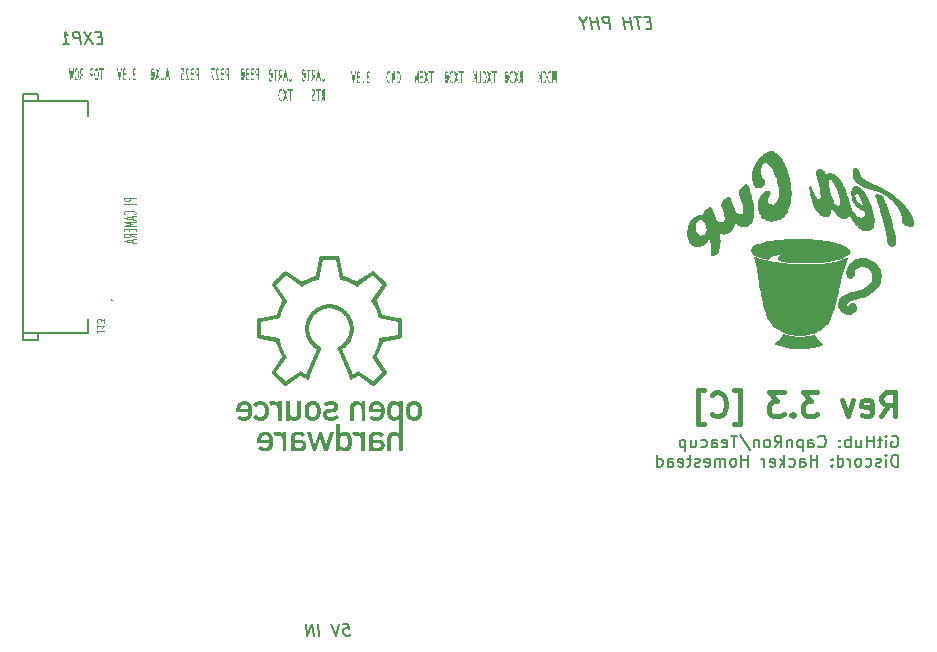
<source format=gbr>
%TF.GenerationSoftware,KiCad,Pcbnew,7.0.1*%
%TF.CreationDate,2024-02-21T01:36:57-05:00*%
%TF.ProjectId,12-30-23-Teacup.kicad_pcb-revC,31322d33-302d-4323-932d-546561637570,B*%
%TF.SameCoordinates,Original*%
%TF.FileFunction,Legend,Bot*%
%TF.FilePolarity,Positive*%
%FSLAX46Y46*%
G04 Gerber Fmt 4.6, Leading zero omitted, Abs format (unit mm)*
G04 Created by KiCad (PCBNEW 7.0.1) date 2024-02-21 01:36:57*
%MOMM*%
%LPD*%
G01*
G04 APERTURE LIST*
%ADD10C,0.120000*%
%ADD11C,0.400000*%
%ADD12C,0.200000*%
%ADD13C,0.150000*%
%ADD14C,0.100000*%
G04 APERTURE END LIST*
D10*
G36*
X187397416Y-58751921D02*
G01*
X187404505Y-58751744D01*
X187411422Y-58751212D01*
X187418167Y-58750324D01*
X187424741Y-58749082D01*
X187431143Y-58747485D01*
X187437373Y-58745533D01*
X187443431Y-58743226D01*
X187449318Y-58740564D01*
X187455033Y-58737547D01*
X187460576Y-58734176D01*
X187465947Y-58730449D01*
X187471147Y-58726367D01*
X187476175Y-58721931D01*
X187481031Y-58717140D01*
X187485716Y-58711993D01*
X187490228Y-58706492D01*
X187494564Y-58700666D01*
X187498746Y-58694543D01*
X187502776Y-58688125D01*
X187506654Y-58681411D01*
X187510378Y-58674402D01*
X187513950Y-58667097D01*
X187517370Y-58659495D01*
X187520637Y-58651599D01*
X187523751Y-58643406D01*
X187526712Y-58634918D01*
X187529521Y-58626133D01*
X187532177Y-58617053D01*
X187534681Y-58607678D01*
X187537031Y-58598006D01*
X187539230Y-58588039D01*
X187541275Y-58577776D01*
X187543183Y-58567253D01*
X187544967Y-58556504D01*
X187546629Y-58545530D01*
X187548167Y-58534331D01*
X187549583Y-58522907D01*
X187550875Y-58511258D01*
X187552044Y-58499384D01*
X187553090Y-58487284D01*
X187554013Y-58474959D01*
X187554813Y-58462410D01*
X187555490Y-58449635D01*
X187556044Y-58436634D01*
X187556475Y-58423409D01*
X187556783Y-58409958D01*
X187556967Y-58396283D01*
X187557029Y-58382382D01*
X187557029Y-57738314D01*
X187494014Y-57738314D01*
X187494014Y-58375299D01*
X187493938Y-58389840D01*
X187493709Y-58404064D01*
X187493328Y-58417970D01*
X187492795Y-58431559D01*
X187492109Y-58444829D01*
X187491271Y-58457782D01*
X187490280Y-58470418D01*
X187489137Y-58482735D01*
X187487841Y-58494735D01*
X187486393Y-58506417D01*
X187485344Y-58514029D01*
X187483584Y-58525056D01*
X187481604Y-58535607D01*
X187479403Y-58545681D01*
X187476980Y-58555279D01*
X187474337Y-58564400D01*
X187471472Y-58573045D01*
X187468386Y-58581213D01*
X187465079Y-58588905D01*
X187461551Y-58596119D01*
X187457802Y-58602858D01*
X187455180Y-58607085D01*
X187451028Y-58612978D01*
X187446586Y-58618291D01*
X187441854Y-58623024D01*
X187436833Y-58627178D01*
X187431521Y-58630752D01*
X187425920Y-58633747D01*
X187420030Y-58636162D01*
X187413849Y-58637997D01*
X187407379Y-58639253D01*
X187400618Y-58639929D01*
X187395951Y-58640058D01*
X187391046Y-58639922D01*
X187383960Y-58639205D01*
X187377197Y-58637875D01*
X187370759Y-58635931D01*
X187364645Y-58633373D01*
X187358855Y-58630201D01*
X187353389Y-58626415D01*
X187348248Y-58622015D01*
X187343430Y-58617001D01*
X187338937Y-58611373D01*
X187334768Y-58605131D01*
X187330881Y-58598311D01*
X187327234Y-58591041D01*
X187323828Y-58583319D01*
X187320663Y-58575147D01*
X187317738Y-58566524D01*
X187315053Y-58557450D01*
X187312609Y-58547925D01*
X187310405Y-58537949D01*
X187308441Y-58527523D01*
X187306718Y-58516646D01*
X187305703Y-58509144D01*
X187304328Y-58497581D01*
X187303088Y-58485791D01*
X187301984Y-58473773D01*
X187301015Y-58461528D01*
X187300181Y-58449055D01*
X187299482Y-58436355D01*
X187298918Y-58423427D01*
X187298490Y-58410271D01*
X187298197Y-58396888D01*
X187298039Y-58383278D01*
X187298009Y-58374078D01*
X187298009Y-57738314D01*
X187234995Y-57738314D01*
X187234995Y-58385313D01*
X187235055Y-58398179D01*
X187235235Y-58410886D01*
X187235536Y-58423435D01*
X187235956Y-58435825D01*
X187236497Y-58448057D01*
X187237158Y-58460131D01*
X187237940Y-58472047D01*
X187238841Y-58483804D01*
X187239863Y-58495402D01*
X187241005Y-58506843D01*
X187242268Y-58518125D01*
X187243650Y-58529248D01*
X187245153Y-58540213D01*
X187246776Y-58551020D01*
X187248519Y-58561669D01*
X187250382Y-58572159D01*
X187252385Y-58582433D01*
X187254547Y-58592435D01*
X187256869Y-58602163D01*
X187259350Y-58611619D01*
X187261991Y-58620802D01*
X187264790Y-58629712D01*
X187267749Y-58638349D01*
X187270868Y-58646714D01*
X187274146Y-58654805D01*
X187277583Y-58662624D01*
X187281179Y-58670170D01*
X187284935Y-58677443D01*
X187288850Y-58684443D01*
X187292924Y-58691170D01*
X187297158Y-58697624D01*
X187301551Y-58703806D01*
X187306104Y-58709632D01*
X187310849Y-58715083D01*
X187315786Y-58720157D01*
X187320915Y-58724856D01*
X187326235Y-58729179D01*
X187331747Y-58733126D01*
X187337451Y-58736697D01*
X187343347Y-58739892D01*
X187349434Y-58742712D01*
X187355714Y-58745155D01*
X187362185Y-58747223D01*
X187368847Y-58748914D01*
X187375702Y-58750230D01*
X187382748Y-58751170D01*
X187389986Y-58751733D01*
X187397416Y-58751921D01*
G37*
G36*
X187172346Y-58738000D02*
G01*
X187010047Y-57734161D01*
X186943491Y-57734161D01*
X186780337Y-58738000D01*
X186844817Y-58738000D01*
X186956069Y-58021147D01*
X186957382Y-58011068D01*
X186958792Y-58001104D01*
X186960214Y-57991609D01*
X186961811Y-57981389D01*
X186962053Y-57979870D01*
X186963477Y-57970513D01*
X186964910Y-57960762D01*
X186966351Y-57950615D01*
X186967801Y-57940073D01*
X186969259Y-57929137D01*
X186969747Y-57925404D01*
X186971158Y-57914132D01*
X186972552Y-57903032D01*
X186973929Y-57892104D01*
X186975288Y-57881348D01*
X186976631Y-57870764D01*
X186977074Y-57867274D01*
X186978166Y-57877801D01*
X186979335Y-57888500D01*
X186980582Y-57899371D01*
X186981906Y-57910413D01*
X186983307Y-57921627D01*
X186983791Y-57925404D01*
X186985202Y-57936498D01*
X186986596Y-57947248D01*
X186987973Y-57957655D01*
X186989332Y-57967719D01*
X186990674Y-57977439D01*
X186991118Y-57980602D01*
X186992585Y-57991141D01*
X186993993Y-58000745D01*
X186995531Y-58010576D01*
X186997170Y-58020175D01*
X186997346Y-58021147D01*
X187108721Y-58738000D01*
X187172346Y-58738000D01*
G37*
G36*
X187078557Y-58431475D02*
G01*
X187057552Y-58319367D01*
X186898672Y-58319367D01*
X186880476Y-58431475D01*
X187078557Y-58431475D01*
G37*
G36*
X186700225Y-58738000D02*
G01*
X186637332Y-58738000D01*
X186637332Y-58329137D01*
X186558930Y-58329137D01*
X186438519Y-58738000D01*
X186368421Y-58738000D01*
X186502144Y-58292745D01*
X186498837Y-58290245D01*
X186493956Y-58286281D01*
X186489169Y-58282059D01*
X186484476Y-58277580D01*
X186479878Y-58272843D01*
X186475374Y-58267848D01*
X186470965Y-58262596D01*
X186466650Y-58257086D01*
X186462430Y-58251319D01*
X186458304Y-58245294D01*
X186454272Y-58239011D01*
X186451635Y-58234631D01*
X186447809Y-58227778D01*
X186444136Y-58220586D01*
X186440619Y-58213055D01*
X186437255Y-58205185D01*
X186434047Y-58196975D01*
X186430993Y-58188426D01*
X186428094Y-58179538D01*
X186425349Y-58170311D01*
X186422758Y-58160745D01*
X186420323Y-58150840D01*
X186418785Y-58143997D01*
X186416664Y-58133375D01*
X186414766Y-58122324D01*
X186413092Y-58110844D01*
X186411641Y-58098934D01*
X186410413Y-58086595D01*
X186409408Y-58073827D01*
X186408627Y-58060629D01*
X186408068Y-58047002D01*
X186407734Y-58032946D01*
X186407709Y-58029695D01*
X186472835Y-58029695D01*
X186472879Y-58037315D01*
X186473109Y-58048470D01*
X186473537Y-58059294D01*
X186474162Y-58069788D01*
X186474985Y-58079951D01*
X186476006Y-58089784D01*
X186477224Y-58099285D01*
X186479155Y-58111440D01*
X186481437Y-58123007D01*
X186484070Y-58133987D01*
X186484778Y-58136623D01*
X186487871Y-58146761D01*
X186491384Y-58156250D01*
X186495316Y-58165090D01*
X186499669Y-58173282D01*
X186504441Y-58180825D01*
X186509633Y-58187719D01*
X186515245Y-58193965D01*
X186519729Y-58198223D01*
X186521272Y-58199560D01*
X186526099Y-58203318D01*
X186531221Y-58206693D01*
X186536640Y-58209686D01*
X186542356Y-58212297D01*
X186548367Y-58214526D01*
X186554675Y-58216373D01*
X186561278Y-58217838D01*
X186568178Y-58218920D01*
X186575375Y-58219621D01*
X186580337Y-58219876D01*
X186585431Y-58219960D01*
X186637332Y-58219960D01*
X186637332Y-57847490D01*
X186586896Y-57847490D01*
X186583166Y-57847531D01*
X186575901Y-57847855D01*
X186568896Y-57848504D01*
X186562151Y-57849477D01*
X186555668Y-57850774D01*
X186549444Y-57852396D01*
X186543481Y-57854343D01*
X186537779Y-57856613D01*
X186532337Y-57859208D01*
X186527155Y-57862128D01*
X186522234Y-57865372D01*
X186517573Y-57868940D01*
X186511071Y-57874901D01*
X186505154Y-57881591D01*
X186499824Y-57889011D01*
X186495000Y-57897262D01*
X186490652Y-57906534D01*
X186486777Y-57916828D01*
X186483377Y-57928144D01*
X186480452Y-57940481D01*
X186478001Y-57953841D01*
X186476630Y-57963315D01*
X186475470Y-57973243D01*
X186474522Y-57983625D01*
X186473784Y-57994461D01*
X186473257Y-58005752D01*
X186472940Y-58017496D01*
X186472835Y-58029695D01*
X186407709Y-58029695D01*
X186407622Y-58018460D01*
X186407699Y-58006862D01*
X186407929Y-57995517D01*
X186408313Y-57984423D01*
X186408851Y-57973580D01*
X186409542Y-57962990D01*
X186410387Y-57952652D01*
X186411385Y-57942565D01*
X186412537Y-57932731D01*
X186413843Y-57923148D01*
X186415302Y-57913817D01*
X186417779Y-57900293D01*
X186420602Y-57887336D01*
X186423770Y-57874945D01*
X186427284Y-57863122D01*
X186431118Y-57851802D01*
X186435293Y-57841014D01*
X186439810Y-57830758D01*
X186444669Y-57821036D01*
X186449868Y-57811845D01*
X186455409Y-57803187D01*
X186461291Y-57795061D01*
X186467515Y-57787467D01*
X186471854Y-57782701D01*
X186476344Y-57778171D01*
X186480986Y-57773878D01*
X186485780Y-57769821D01*
X186490712Y-57766006D01*
X186495799Y-57762436D01*
X186501042Y-57759113D01*
X186506441Y-57756036D01*
X186511995Y-57753206D01*
X186517705Y-57750621D01*
X186523570Y-57748283D01*
X186529591Y-57746190D01*
X186535767Y-57744344D01*
X186542099Y-57742744D01*
X186548586Y-57741390D01*
X186555229Y-57740283D01*
X186562027Y-57739421D01*
X186568981Y-57738806D01*
X186576090Y-57738437D01*
X186583355Y-57738314D01*
X186700225Y-57738314D01*
X186700225Y-58738000D01*
G37*
G36*
X186168630Y-58738000D02*
G01*
X186168630Y-57850421D01*
X186315665Y-57850421D01*
X186315665Y-57738314D01*
X185958704Y-57738314D01*
X185958704Y-57850421D01*
X186105616Y-57850421D01*
X186105616Y-58738000D01*
X186168630Y-58738000D01*
G37*
G36*
X185725681Y-57724630D02*
G01*
X185732932Y-57725346D01*
X185739999Y-57726538D01*
X185746884Y-57728208D01*
X185753585Y-57730355D01*
X185760104Y-57732978D01*
X185766439Y-57736079D01*
X185772591Y-57739657D01*
X185778559Y-57743712D01*
X185784345Y-57748244D01*
X185789947Y-57753252D01*
X185795366Y-57758738D01*
X185800602Y-57764701D01*
X185805655Y-57771141D01*
X185810525Y-57778058D01*
X185815211Y-57785452D01*
X185819728Y-57793262D01*
X185824090Y-57801488D01*
X185828296Y-57810130D01*
X185832346Y-57819188D01*
X185836241Y-57828662D01*
X185839981Y-57838552D01*
X185843565Y-57848858D01*
X185846993Y-57859580D01*
X185850266Y-57870718D01*
X185853383Y-57882272D01*
X185856345Y-57894242D01*
X185859152Y-57906627D01*
X185861803Y-57919429D01*
X185864298Y-57932647D01*
X185866638Y-57946281D01*
X185868822Y-57960330D01*
X185870848Y-57974777D01*
X185872743Y-57989601D01*
X185874508Y-58004803D01*
X185876142Y-58020383D01*
X185877645Y-58036341D01*
X185879017Y-58052677D01*
X185880259Y-58069390D01*
X185881370Y-58086482D01*
X185882351Y-58103951D01*
X185883200Y-58121798D01*
X185883919Y-58140022D01*
X185884507Y-58158625D01*
X185884965Y-58177605D01*
X185885291Y-58196963D01*
X185885406Y-58206784D01*
X185885488Y-58216699D01*
X185885537Y-58226709D01*
X185885553Y-58236813D01*
X185885536Y-58246829D01*
X185885485Y-58256755D01*
X185885280Y-58276342D01*
X185884939Y-58295575D01*
X185884461Y-58314452D01*
X185883847Y-58332974D01*
X185883097Y-58351142D01*
X185882210Y-58368954D01*
X185881187Y-58386412D01*
X185880027Y-58403515D01*
X185878731Y-58420262D01*
X185877299Y-58436655D01*
X185875730Y-58452693D01*
X185874024Y-58468376D01*
X185872182Y-58483705D01*
X185870204Y-58498678D01*
X185868090Y-58513296D01*
X185865815Y-58527526D01*
X185863390Y-58541334D01*
X185860812Y-58554721D01*
X185858083Y-58567686D01*
X185855202Y-58580229D01*
X185852170Y-58592351D01*
X185848986Y-58604050D01*
X185845650Y-58615329D01*
X185842162Y-58626185D01*
X185838523Y-58636620D01*
X185834732Y-58646633D01*
X185830789Y-58656224D01*
X185826695Y-58665394D01*
X185822449Y-58674141D01*
X185818051Y-58682468D01*
X185813501Y-58690372D01*
X185808779Y-58697825D01*
X185803892Y-58704798D01*
X185798841Y-58711289D01*
X185793626Y-58717300D01*
X185788247Y-58722830D01*
X185782704Y-58727879D01*
X185776996Y-58732447D01*
X185771125Y-58736534D01*
X185765090Y-58740140D01*
X185758890Y-58743266D01*
X185752526Y-58745911D01*
X185745999Y-58748075D01*
X185739307Y-58749758D01*
X185732451Y-58750960D01*
X185725431Y-58751681D01*
X185718247Y-58751921D01*
X185715420Y-58751887D01*
X185709844Y-58751614D01*
X185704372Y-58751069D01*
X185699002Y-58750250D01*
X185693736Y-58749159D01*
X185688572Y-58747794D01*
X185683512Y-58746157D01*
X185678555Y-58744247D01*
X185673700Y-58742064D01*
X185666612Y-58738278D01*
X185659756Y-58733878D01*
X185653131Y-58728864D01*
X185646738Y-58723236D01*
X185640577Y-58716995D01*
X185636595Y-58712506D01*
X185630803Y-58705311D01*
X185625228Y-58697562D01*
X185619870Y-58689259D01*
X185614728Y-58680403D01*
X185609803Y-58670993D01*
X185605095Y-58661029D01*
X185600604Y-58650511D01*
X185596330Y-58639439D01*
X185592272Y-58627813D01*
X185588431Y-58615634D01*
X185585969Y-58607188D01*
X185583590Y-58598522D01*
X185581295Y-58589633D01*
X185579082Y-58580524D01*
X185576952Y-58571193D01*
X185574905Y-58561641D01*
X185572941Y-58551867D01*
X185571060Y-58541872D01*
X185569262Y-58531656D01*
X185567547Y-58521219D01*
X185565915Y-58510560D01*
X185564366Y-58499680D01*
X185562900Y-58488578D01*
X185561517Y-58477255D01*
X185560217Y-58465711D01*
X185559000Y-58453945D01*
X185557862Y-58441934D01*
X185556796Y-58429715D01*
X185555805Y-58417289D01*
X185554886Y-58404654D01*
X185554041Y-58391811D01*
X185553270Y-58378760D01*
X185552572Y-58365501D01*
X185551948Y-58352035D01*
X185551397Y-58338360D01*
X185550919Y-58324477D01*
X185550515Y-58310387D01*
X185550185Y-58296088D01*
X185549927Y-58281581D01*
X185549744Y-58266866D01*
X185549634Y-58251944D01*
X185549597Y-58236813D01*
X185606261Y-58236813D01*
X185606288Y-58249652D01*
X185606368Y-58262279D01*
X185606502Y-58274695D01*
X185606689Y-58286898D01*
X185606929Y-58298890D01*
X185607223Y-58310670D01*
X185607570Y-58322238D01*
X185607971Y-58333594D01*
X185608425Y-58344739D01*
X185608933Y-58355672D01*
X185609494Y-58366393D01*
X185610108Y-58376902D01*
X185610776Y-58387199D01*
X185611497Y-58397285D01*
X185612272Y-58407158D01*
X185613100Y-58416820D01*
X185614917Y-58435509D01*
X185616947Y-58453350D01*
X185619191Y-58470344D01*
X185621648Y-58486490D01*
X185624320Y-58501790D01*
X185627205Y-58516242D01*
X185630304Y-58529847D01*
X185633616Y-58542605D01*
X185637138Y-58554554D01*
X185640896Y-58565732D01*
X185644889Y-58576139D01*
X185649118Y-58585775D01*
X185653583Y-58594640D01*
X185658283Y-58602735D01*
X185663219Y-58610058D01*
X185668390Y-58616611D01*
X185673798Y-58622392D01*
X185679441Y-58627403D01*
X185685319Y-58631643D01*
X185691433Y-58635112D01*
X185697783Y-58637810D01*
X185704369Y-58639738D01*
X185711190Y-58640894D01*
X185718247Y-58641279D01*
X185725472Y-58640870D01*
X185732432Y-58639642D01*
X185739126Y-58637596D01*
X185745556Y-58634731D01*
X185751720Y-58631047D01*
X185757619Y-58626545D01*
X185763253Y-58621224D01*
X185768622Y-58615084D01*
X185773725Y-58608126D01*
X185778563Y-58600350D01*
X185783136Y-58591754D01*
X185787444Y-58582340D01*
X185790875Y-58573653D01*
X185620455Y-57999345D01*
X185619761Y-58003853D01*
X185618229Y-58014796D01*
X185616780Y-58026082D01*
X185615424Y-58037713D01*
X185614162Y-58049690D01*
X185612993Y-58062012D01*
X185611918Y-58074679D01*
X185610936Y-58087691D01*
X185610048Y-58101049D01*
X185609253Y-58114753D01*
X185608552Y-58128802D01*
X185607944Y-58143196D01*
X185607430Y-58157935D01*
X185607009Y-58173020D01*
X185606682Y-58188450D01*
X185606448Y-58204226D01*
X185606308Y-58220347D01*
X185606261Y-58236813D01*
X185549597Y-58236813D01*
X185549614Y-58226708D01*
X185549665Y-58216697D01*
X185549750Y-58206778D01*
X185549870Y-58196952D01*
X185550211Y-58177580D01*
X185550688Y-58158579D01*
X185551302Y-58139951D01*
X185552053Y-58121695D01*
X185552939Y-58103811D01*
X185553963Y-58086299D01*
X185555122Y-58069159D01*
X185556418Y-58052391D01*
X185557851Y-58035995D01*
X185559420Y-58019971D01*
X185561125Y-58004320D01*
X185562967Y-57989040D01*
X185564946Y-57974133D01*
X185567060Y-57959598D01*
X185569321Y-57945462D01*
X185571739Y-57931754D01*
X185574313Y-57918473D01*
X185577044Y-57905620D01*
X185579931Y-57893194D01*
X185581261Y-57887952D01*
X185651153Y-57887952D01*
X185816722Y-58448516D01*
X185817129Y-58445126D01*
X185818969Y-58427446D01*
X185820615Y-58409065D01*
X185822067Y-58389985D01*
X185822721Y-58380182D01*
X185823326Y-58370204D01*
X185823883Y-58360051D01*
X185824392Y-58349723D01*
X185824852Y-58339220D01*
X185825263Y-58328542D01*
X185825626Y-58317688D01*
X185825941Y-58306660D01*
X185826207Y-58295457D01*
X185826425Y-58284078D01*
X185826595Y-58272524D01*
X185826716Y-58260796D01*
X185826788Y-58248892D01*
X185826812Y-58236813D01*
X185826767Y-58219844D01*
X185826631Y-58203253D01*
X185826405Y-58187039D01*
X185826087Y-58171203D01*
X185825680Y-58155746D01*
X185825181Y-58140665D01*
X185824592Y-58125963D01*
X185823912Y-58111639D01*
X185823142Y-58097692D01*
X185822281Y-58084123D01*
X185821329Y-58070932D01*
X185820287Y-58058119D01*
X185819154Y-58045684D01*
X185817930Y-58033626D01*
X185816616Y-58021946D01*
X185815211Y-58010644D01*
X185814474Y-58005132D01*
X185812929Y-57994376D01*
X185811290Y-57983977D01*
X185809557Y-57973934D01*
X185807729Y-57964248D01*
X185805806Y-57954919D01*
X185802745Y-57941595D01*
X185799472Y-57929074D01*
X185795986Y-57917355D01*
X185792288Y-57906439D01*
X185788377Y-57896326D01*
X185784254Y-57887016D01*
X185779918Y-57878509D01*
X185776886Y-57873244D01*
X185772133Y-57865984D01*
X185767133Y-57859489D01*
X185761886Y-57853757D01*
X185756393Y-57848790D01*
X185750652Y-57844586D01*
X185744665Y-57841147D01*
X185738431Y-57838473D01*
X185731949Y-57836562D01*
X185725221Y-57835416D01*
X185718247Y-57835034D01*
X185713491Y-57835211D01*
X185706559Y-57836143D01*
X185699867Y-57837873D01*
X185693416Y-57840402D01*
X185687205Y-57843729D01*
X185681234Y-57847855D01*
X185675504Y-57852779D01*
X185670014Y-57858502D01*
X185664765Y-57865024D01*
X185659756Y-57872344D01*
X185654988Y-57880463D01*
X185651153Y-57887952D01*
X185581261Y-57887952D01*
X185582974Y-57881196D01*
X185586174Y-57869625D01*
X185589531Y-57858481D01*
X185593043Y-57847765D01*
X185596713Y-57837476D01*
X185600539Y-57827615D01*
X185604521Y-57818181D01*
X185608660Y-57809174D01*
X185612955Y-57800595D01*
X185617407Y-57792444D01*
X185622015Y-57784720D01*
X185626784Y-57777414D01*
X185631720Y-57770580D01*
X185636821Y-57764218D01*
X185642089Y-57758326D01*
X185647522Y-57752906D01*
X185653121Y-57747957D01*
X185658887Y-57743480D01*
X185664818Y-57739474D01*
X185670916Y-57735939D01*
X185677179Y-57732875D01*
X185683609Y-57730283D01*
X185690204Y-57728162D01*
X185696966Y-57726513D01*
X185703893Y-57725334D01*
X185710987Y-57724627D01*
X185718247Y-57724392D01*
X185725681Y-57724630D01*
G37*
G36*
X187427458Y-60418000D02*
G01*
X187427458Y-59530421D01*
X187574492Y-59530421D01*
X187574492Y-59418314D01*
X187217531Y-59418314D01*
X187217531Y-59530421D01*
X187364443Y-59530421D01*
X187364443Y-60418000D01*
X187427458Y-60418000D01*
G37*
G36*
X187161844Y-60418000D02*
G01*
X187005773Y-59901426D01*
X187151341Y-59418314D01*
X187083442Y-59418314D01*
X186976341Y-59800554D01*
X186867898Y-59418314D01*
X186801341Y-59418314D01*
X186946300Y-59902891D01*
X186790839Y-60418000D01*
X186855930Y-60418000D01*
X186975731Y-60003519D01*
X187094677Y-60418000D01*
X187161844Y-60418000D01*
G37*
G36*
X186717810Y-60418000D02*
G01*
X186610710Y-60418000D01*
X186601605Y-60417775D01*
X186592670Y-60417103D01*
X186583905Y-60415982D01*
X186575310Y-60414412D01*
X186566885Y-60412394D01*
X186558629Y-60409928D01*
X186550543Y-60407013D01*
X186542627Y-60403650D01*
X186534881Y-60399839D01*
X186527305Y-60395579D01*
X186519898Y-60390870D01*
X186512662Y-60385714D01*
X186505595Y-60380108D01*
X186498698Y-60374055D01*
X186491971Y-60367553D01*
X186485413Y-60360602D01*
X186479035Y-60353209D01*
X186472846Y-60345379D01*
X186466846Y-60337112D01*
X186461035Y-60328408D01*
X186455412Y-60319267D01*
X186449979Y-60309689D01*
X186444734Y-60299674D01*
X186439679Y-60289222D01*
X186434812Y-60278334D01*
X186430134Y-60267008D01*
X186425645Y-60255245D01*
X186421345Y-60243045D01*
X186417234Y-60230409D01*
X186413312Y-60217335D01*
X186409579Y-60203824D01*
X186406034Y-60189877D01*
X186404329Y-60182725D01*
X186401080Y-60168105D01*
X186398048Y-60153061D01*
X186395233Y-60137594D01*
X186392634Y-60121703D01*
X186390252Y-60105388D01*
X186388086Y-60088650D01*
X186386137Y-60071488D01*
X186384404Y-60053903D01*
X186382888Y-60035893D01*
X186381589Y-60017461D01*
X186380506Y-59998604D01*
X186379639Y-59979325D01*
X186379287Y-59969526D01*
X186378990Y-59959621D01*
X186378746Y-59949610D01*
X186378556Y-59939494D01*
X186378421Y-59929271D01*
X186378340Y-59918943D01*
X186378324Y-59912661D01*
X186442671Y-59912661D01*
X186442712Y-59924721D01*
X186442836Y-59936598D01*
X186443043Y-59948292D01*
X186443333Y-59959804D01*
X186443705Y-59971133D01*
X186444161Y-59982279D01*
X186444699Y-59993242D01*
X186445319Y-60004023D01*
X186446023Y-60014621D01*
X186446809Y-60025037D01*
X186447678Y-60035269D01*
X186448630Y-60045319D01*
X186449665Y-60055187D01*
X186450782Y-60064871D01*
X186453265Y-60083692D01*
X186456079Y-60101782D01*
X186459224Y-60119142D01*
X186462700Y-60135770D01*
X186466507Y-60151668D01*
X186470646Y-60166835D01*
X186475115Y-60181271D01*
X186479915Y-60194976D01*
X186485047Y-60207951D01*
X186490528Y-60220166D01*
X186496378Y-60231593D01*
X186502595Y-60242231D01*
X186509181Y-60252082D01*
X186516135Y-60261145D01*
X186523458Y-60269420D01*
X186531149Y-60276906D01*
X186539208Y-60283605D01*
X186547635Y-60289515D01*
X186556431Y-60294638D01*
X186565595Y-60298972D01*
X186575127Y-60302518D01*
X186580031Y-60303996D01*
X186585027Y-60305277D01*
X186590116Y-60306360D01*
X186595296Y-60307247D01*
X186600568Y-60307936D01*
X186605933Y-60308429D01*
X186611389Y-60308724D01*
X186616938Y-60308823D01*
X186654796Y-60308823D01*
X186654796Y-59527490D01*
X186603627Y-59527490D01*
X186597393Y-59527652D01*
X186591272Y-59528139D01*
X186585261Y-59528950D01*
X186579363Y-59530085D01*
X186573576Y-59531545D01*
X186567901Y-59533329D01*
X186562337Y-59535438D01*
X186556885Y-59537870D01*
X186551544Y-59540628D01*
X186546316Y-59543709D01*
X186541198Y-59547115D01*
X186536193Y-59550846D01*
X186531299Y-59554901D01*
X186526517Y-59559280D01*
X186521846Y-59563983D01*
X186517287Y-59569011D01*
X186512835Y-59574341D01*
X186508515Y-59580010D01*
X186504328Y-59586019D01*
X186500274Y-59592367D01*
X186496352Y-59599055D01*
X186492563Y-59606083D01*
X186488907Y-59613450D01*
X186485383Y-59621157D01*
X186481992Y-59629204D01*
X186478733Y-59637590D01*
X186475607Y-59646316D01*
X186472613Y-59655382D01*
X186469753Y-59664787D01*
X186467025Y-59674532D01*
X186464429Y-59684616D01*
X186461966Y-59695041D01*
X186459629Y-59705794D01*
X186457444Y-59716927D01*
X186455409Y-59728440D01*
X186453524Y-59740332D01*
X186451791Y-59752605D01*
X186450208Y-59765257D01*
X186448776Y-59778288D01*
X186447495Y-59791700D01*
X186446364Y-59805491D01*
X186445384Y-59819662D01*
X186444555Y-59834212D01*
X186443877Y-59849143D01*
X186443349Y-59864453D01*
X186442972Y-59880142D01*
X186442746Y-59896212D01*
X186442671Y-59912661D01*
X186378324Y-59912661D01*
X186378313Y-59908509D01*
X186378339Y-59898485D01*
X186378418Y-59888565D01*
X186378735Y-59869033D01*
X186379262Y-59849914D01*
X186380000Y-59831206D01*
X186380948Y-59812911D01*
X186382108Y-59795028D01*
X186383479Y-59777557D01*
X186385060Y-59760498D01*
X186386852Y-59743851D01*
X186388855Y-59727617D01*
X186391069Y-59711794D01*
X186393494Y-59696384D01*
X186396130Y-59681386D01*
X186398976Y-59666800D01*
X186402033Y-59652626D01*
X186405302Y-59638865D01*
X186408747Y-59625514D01*
X186412366Y-59612574D01*
X186416158Y-59600045D01*
X186420124Y-59587925D01*
X186424264Y-59576216D01*
X186428577Y-59564916D01*
X186433064Y-59554028D01*
X186437725Y-59543549D01*
X186442559Y-59533481D01*
X186447567Y-59523823D01*
X186452749Y-59514575D01*
X186458104Y-59505737D01*
X186463633Y-59497310D01*
X186469335Y-59489293D01*
X186475211Y-59481686D01*
X186481261Y-59474489D01*
X186487451Y-59467687D01*
X186493777Y-59461323D01*
X186500239Y-59455398D01*
X186506838Y-59449912D01*
X186513573Y-59444865D01*
X186520445Y-59440257D01*
X186527453Y-59436088D01*
X186534598Y-59432357D01*
X186541879Y-59429066D01*
X186549296Y-59426213D01*
X186556850Y-59423799D01*
X186564540Y-59421825D01*
X186572367Y-59420288D01*
X186580330Y-59419191D01*
X186588430Y-59418533D01*
X186596666Y-59418314D01*
X186717810Y-59418314D01*
X186717810Y-60418000D01*
G37*
G36*
X174215306Y-58653921D02*
G01*
X174220983Y-58653816D01*
X174226748Y-58653501D01*
X174232600Y-58652975D01*
X174238541Y-58652238D01*
X174244570Y-58651292D01*
X174250687Y-58650135D01*
X174256892Y-58648767D01*
X174263185Y-58647189D01*
X174269566Y-58645401D01*
X174276035Y-58643403D01*
X174280397Y-58641953D01*
X174286931Y-58639588D01*
X174293390Y-58636887D01*
X174299773Y-58633852D01*
X174306082Y-58630482D01*
X174312316Y-58626777D01*
X174318474Y-58622736D01*
X174324557Y-58618362D01*
X174330566Y-58613652D01*
X174336499Y-58608607D01*
X174342356Y-58603228D01*
X174346220Y-58599455D01*
X174346220Y-58480509D01*
X174340407Y-58486150D01*
X174334508Y-58491534D01*
X174328523Y-58496660D01*
X174322452Y-58501529D01*
X174316295Y-58506140D01*
X174310053Y-58510494D01*
X174303725Y-58514589D01*
X174297310Y-58518428D01*
X174290810Y-58522008D01*
X174284224Y-58525331D01*
X174279786Y-58527404D01*
X174273103Y-58530241D01*
X174266471Y-58532799D01*
X174259891Y-58535078D01*
X174253362Y-58537078D01*
X174246885Y-58538799D01*
X174240459Y-58540241D01*
X174234085Y-58541403D01*
X174227762Y-58542287D01*
X174221491Y-58542892D01*
X174215272Y-58543217D01*
X174211154Y-58543279D01*
X174203665Y-58543077D01*
X174196434Y-58542470D01*
X174189461Y-58541459D01*
X174182745Y-58540043D01*
X174176287Y-58538223D01*
X174170087Y-58535998D01*
X174164144Y-58533368D01*
X174158458Y-58530334D01*
X174153031Y-58526896D01*
X174147860Y-58523053D01*
X174142948Y-58518805D01*
X174138293Y-58514153D01*
X174133896Y-58509097D01*
X174129756Y-58503636D01*
X174124029Y-58494686D01*
X174122249Y-58491500D01*
X174117230Y-58481508D01*
X174112704Y-58470949D01*
X174108672Y-58459824D01*
X174105133Y-58448131D01*
X174102089Y-58435873D01*
X174099538Y-58423047D01*
X174097480Y-58409655D01*
X174095917Y-58395696D01*
X174094847Y-58381170D01*
X174094408Y-58371171D01*
X174094189Y-58360921D01*
X174094161Y-58355701D01*
X174094294Y-58343882D01*
X174094694Y-58332514D01*
X174095359Y-58321597D01*
X174096291Y-58311130D01*
X174097489Y-58301115D01*
X174098953Y-58291550D01*
X174101319Y-58279498D01*
X174104158Y-58268248D01*
X174107471Y-58257799D01*
X174109304Y-58252875D01*
X174113262Y-58243559D01*
X174117624Y-58234907D01*
X174122391Y-58226920D01*
X174127562Y-58219596D01*
X174133137Y-58212937D01*
X174137584Y-58208378D01*
X174142259Y-58204193D01*
X174147161Y-58200381D01*
X174152291Y-58196943D01*
X174157646Y-58193800D01*
X174163225Y-58190967D01*
X174169027Y-58188442D01*
X174175052Y-58186227D01*
X174181300Y-58184321D01*
X174187771Y-58182723D01*
X174194466Y-58181435D01*
X174201384Y-58180457D01*
X174208525Y-58179787D01*
X174213410Y-58179512D01*
X174218394Y-58179375D01*
X174220923Y-58179357D01*
X174272703Y-58179357D01*
X174272703Y-58067494D01*
X174220923Y-58067494D01*
X174214205Y-58067290D01*
X174207697Y-58066679D01*
X174201400Y-58065659D01*
X174195312Y-58064231D01*
X174189435Y-58062396D01*
X174183769Y-58060153D01*
X174178313Y-58057502D01*
X174173067Y-58054443D01*
X174168032Y-58050976D01*
X174163207Y-58047101D01*
X174160107Y-58044291D01*
X174155606Y-58039782D01*
X174151310Y-58034955D01*
X174145898Y-58028024D01*
X174140849Y-58020529D01*
X174136163Y-58012469D01*
X174131839Y-58003844D01*
X174127878Y-57994655D01*
X174124279Y-57984900D01*
X174122616Y-57979811D01*
X174119553Y-57969305D01*
X174116899Y-57958425D01*
X174114653Y-57947170D01*
X174112815Y-57935542D01*
X174111386Y-57923540D01*
X174110365Y-57911164D01*
X174109753Y-57898413D01*
X174109561Y-57888605D01*
X174109549Y-57885289D01*
X174109743Y-57872462D01*
X174110326Y-57860176D01*
X174111297Y-57848431D01*
X174112657Y-57837227D01*
X174114406Y-57826563D01*
X174116543Y-57816441D01*
X174119068Y-57806860D01*
X174121982Y-57797820D01*
X174125285Y-57789320D01*
X174128976Y-57781362D01*
X174131653Y-57776357D01*
X174135977Y-57769329D01*
X174140663Y-57762993D01*
X174145709Y-57757348D01*
X174151116Y-57752394D01*
X174156883Y-57748132D01*
X174163011Y-57744560D01*
X174169500Y-57741680D01*
X174176349Y-57739491D01*
X174183559Y-57737994D01*
X174188566Y-57737379D01*
X174193733Y-57737072D01*
X174196377Y-57737034D01*
X174203033Y-57737248D01*
X174209585Y-57737892D01*
X174216031Y-57738966D01*
X174222372Y-57740468D01*
X174228607Y-57742400D01*
X174234738Y-57744762D01*
X174240763Y-57747552D01*
X174246683Y-57750772D01*
X174252498Y-57754422D01*
X174258208Y-57758500D01*
X174261956Y-57761458D01*
X174267444Y-57766070D01*
X174272780Y-57770746D01*
X174277963Y-57775486D01*
X174282994Y-57780291D01*
X174287872Y-57785161D01*
X174292598Y-57790094D01*
X174297171Y-57795093D01*
X174301592Y-57800155D01*
X174305861Y-57805282D01*
X174311315Y-57812218D01*
X174312637Y-57813970D01*
X174344144Y-57728485D01*
X174339048Y-57720757D01*
X174333744Y-57713235D01*
X174328232Y-57705919D01*
X174322511Y-57698810D01*
X174316583Y-57691906D01*
X174310446Y-57685208D01*
X174304100Y-57678717D01*
X174297547Y-57672431D01*
X174293062Y-57668356D01*
X174288485Y-57664371D01*
X174283815Y-57660479D01*
X174279053Y-57656678D01*
X174274192Y-57653010D01*
X174269255Y-57649579D01*
X174264243Y-57646385D01*
X174259155Y-57643428D01*
X174253992Y-57640707D01*
X174248754Y-57638222D01*
X174243440Y-57635974D01*
X174238051Y-57633963D01*
X174232587Y-57632189D01*
X174227047Y-57630651D01*
X174221431Y-57629349D01*
X174215741Y-57628285D01*
X174209975Y-57627456D01*
X174204134Y-57626865D01*
X174198217Y-57626510D01*
X174192225Y-57626392D01*
X174186242Y-57626518D01*
X174180383Y-57626895D01*
X174174648Y-57627525D01*
X174169037Y-57628407D01*
X174163550Y-57629540D01*
X174158187Y-57630925D01*
X174152949Y-57632563D01*
X174147834Y-57634452D01*
X174142843Y-57636593D01*
X174137976Y-57638985D01*
X174133234Y-57641630D01*
X174126352Y-57646069D01*
X174119750Y-57651075D01*
X174113426Y-57656648D01*
X174111381Y-57658632D01*
X174105410Y-57664881D01*
X174099724Y-57671537D01*
X174094324Y-57678602D01*
X174089210Y-57686075D01*
X174084381Y-57693955D01*
X174079837Y-57702243D01*
X174075580Y-57710940D01*
X174071607Y-57720044D01*
X174067920Y-57729555D01*
X174064519Y-57739475D01*
X174062410Y-57746315D01*
X174059464Y-57756819D01*
X174056807Y-57767633D01*
X174054440Y-57778755D01*
X174052363Y-57790187D01*
X174050576Y-57801928D01*
X174049079Y-57813978D01*
X174047872Y-57826337D01*
X174046954Y-57839005D01*
X174046326Y-57851982D01*
X174045988Y-57865269D01*
X174045923Y-57874298D01*
X174046037Y-57886740D01*
X174046379Y-57898876D01*
X174046947Y-57910708D01*
X174047744Y-57922235D01*
X174048768Y-57933457D01*
X174050019Y-57944374D01*
X174051498Y-57954986D01*
X174053205Y-57965294D01*
X174055139Y-57975297D01*
X174057301Y-57984995D01*
X174058868Y-57991290D01*
X174061388Y-58000422D01*
X174064092Y-58009222D01*
X174066981Y-58017692D01*
X174070054Y-58025832D01*
X174073312Y-58033641D01*
X174076754Y-58041119D01*
X174080381Y-58048267D01*
X174084193Y-58055084D01*
X174088190Y-58061570D01*
X174092371Y-58067726D01*
X174095260Y-58071646D01*
X174099728Y-58077245D01*
X174104337Y-58082500D01*
X174109087Y-58087412D01*
X174113979Y-58091980D01*
X174119013Y-58096204D01*
X174124189Y-58100085D01*
X174129506Y-58103623D01*
X174134965Y-58106817D01*
X174140566Y-58109668D01*
X174146308Y-58112175D01*
X174150215Y-58113656D01*
X174150215Y-58117808D01*
X174145364Y-58119112D01*
X174138272Y-58121374D01*
X174131401Y-58124006D01*
X174124751Y-58127007D01*
X174118322Y-58130377D01*
X174112114Y-58134117D01*
X174106127Y-58138225D01*
X174100362Y-58142703D01*
X174094817Y-58147551D01*
X174089494Y-58152767D01*
X174084392Y-58158353D01*
X174079515Y-58164303D01*
X174074868Y-58170614D01*
X174070450Y-58177286D01*
X174066262Y-58184319D01*
X174062304Y-58191712D01*
X174058576Y-58199466D01*
X174055077Y-58207580D01*
X174051808Y-58216055D01*
X174048769Y-58224891D01*
X174045959Y-58234087D01*
X174044214Y-58240418D01*
X174041769Y-58250168D01*
X174039565Y-58260273D01*
X174037602Y-58270736D01*
X174035879Y-58281554D01*
X174034396Y-58292729D01*
X174033154Y-58304260D01*
X174032152Y-58316148D01*
X174031391Y-58328391D01*
X174030870Y-58340992D01*
X174030590Y-58353948D01*
X174030536Y-58362784D01*
X174030613Y-58373216D01*
X174030843Y-58383506D01*
X174031227Y-58393656D01*
X174031765Y-58403664D01*
X174032456Y-58413531D01*
X174033301Y-58423257D01*
X174034299Y-58432841D01*
X174036085Y-58446954D01*
X174038216Y-58460748D01*
X174040693Y-58474225D01*
X174043516Y-58487384D01*
X174046684Y-58500225D01*
X174050198Y-58512749D01*
X174054047Y-58524823D01*
X174058268Y-58536408D01*
X174062860Y-58547503D01*
X174067823Y-58558109D01*
X174071339Y-58564908D01*
X174075019Y-58571489D01*
X174078864Y-58577853D01*
X174082875Y-58583999D01*
X174087050Y-58589928D01*
X174091391Y-58595639D01*
X174095896Y-58601132D01*
X174100567Y-58606408D01*
X174105403Y-58611467D01*
X174110404Y-58616308D01*
X174115565Y-58620863D01*
X174120912Y-58625124D01*
X174126445Y-58629091D01*
X174132164Y-58632764D01*
X174138069Y-58636143D01*
X174144161Y-58639229D01*
X174150438Y-58642020D01*
X174156901Y-58644518D01*
X174163551Y-58646722D01*
X174170386Y-58648632D01*
X174177408Y-58650248D01*
X174184615Y-58651571D01*
X174192009Y-58652599D01*
X174199588Y-58653334D01*
X174207354Y-58653774D01*
X174215306Y-58653921D01*
G37*
G36*
X173768341Y-58653921D02*
G01*
X173773894Y-58653379D01*
X173779177Y-58651751D01*
X173784193Y-58649038D01*
X173788940Y-58645239D01*
X173793419Y-58640356D01*
X173797629Y-58634387D01*
X173799238Y-58631695D01*
X173802862Y-58623993D01*
X173805871Y-58614932D01*
X173808267Y-58604511D01*
X173809741Y-58595196D01*
X173810822Y-58585010D01*
X173811510Y-58573954D01*
X173811804Y-58562028D01*
X173811817Y-58558911D01*
X173811620Y-58546103D01*
X173811031Y-58534303D01*
X173810048Y-58523511D01*
X173808672Y-58513726D01*
X173806400Y-58502912D01*
X173803513Y-58493671D01*
X173800012Y-58486005D01*
X173799238Y-58484661D01*
X173795135Y-58478610D01*
X173790764Y-58473584D01*
X173786124Y-58469584D01*
X173781216Y-58466610D01*
X173776039Y-58464661D01*
X173770594Y-58463738D01*
X173768341Y-58463656D01*
X173762792Y-58464169D01*
X173757517Y-58465707D01*
X173752517Y-58468271D01*
X173747791Y-58471861D01*
X173743339Y-58476477D01*
X173739161Y-58482117D01*
X173737567Y-58484661D01*
X173733943Y-58492012D01*
X173730934Y-58500938D01*
X173728538Y-58511437D01*
X173727064Y-58520970D01*
X173725983Y-58531511D01*
X173725295Y-58543059D01*
X173725001Y-58555615D01*
X173724988Y-58558911D01*
X173725185Y-58571054D01*
X173725774Y-58582328D01*
X173726757Y-58592731D01*
X173728133Y-58602264D01*
X173730405Y-58612957D01*
X173733292Y-58622290D01*
X173736793Y-58630264D01*
X173737567Y-58631695D01*
X173741635Y-58638098D01*
X173745977Y-58643416D01*
X173750594Y-58647649D01*
X173755484Y-58650796D01*
X173760649Y-58652858D01*
X173766089Y-58653835D01*
X173768341Y-58653921D01*
G37*
G36*
X173376087Y-58653921D02*
G01*
X173381764Y-58653816D01*
X173387529Y-58653501D01*
X173393382Y-58652975D01*
X173399323Y-58652238D01*
X173405352Y-58651292D01*
X173411469Y-58650135D01*
X173417674Y-58648767D01*
X173423967Y-58647189D01*
X173430348Y-58645401D01*
X173436817Y-58643403D01*
X173441178Y-58641953D01*
X173447712Y-58639588D01*
X173454171Y-58636887D01*
X173460555Y-58633852D01*
X173466864Y-58630482D01*
X173473097Y-58626777D01*
X173479256Y-58622736D01*
X173485339Y-58618362D01*
X173491347Y-58613652D01*
X173497280Y-58608607D01*
X173503138Y-58603228D01*
X173507002Y-58599455D01*
X173507002Y-58480509D01*
X173501188Y-58486150D01*
X173495289Y-58491534D01*
X173489304Y-58496660D01*
X173483234Y-58501529D01*
X173477077Y-58506140D01*
X173470835Y-58510494D01*
X173464506Y-58514589D01*
X173458092Y-58518428D01*
X173451592Y-58522008D01*
X173445006Y-58525331D01*
X173440568Y-58527404D01*
X173433884Y-58530241D01*
X173427252Y-58532799D01*
X173420672Y-58535078D01*
X173414144Y-58537078D01*
X173407666Y-58538799D01*
X173401241Y-58540241D01*
X173394866Y-58541403D01*
X173388544Y-58542287D01*
X173382273Y-58542892D01*
X173376053Y-58543217D01*
X173371935Y-58543279D01*
X173364447Y-58543077D01*
X173357216Y-58542470D01*
X173350243Y-58541459D01*
X173343527Y-58540043D01*
X173337069Y-58538223D01*
X173330868Y-58535998D01*
X173324925Y-58533368D01*
X173319240Y-58530334D01*
X173313812Y-58526896D01*
X173308642Y-58523053D01*
X173303730Y-58518805D01*
X173299075Y-58514153D01*
X173294677Y-58509097D01*
X173290538Y-58503636D01*
X173284811Y-58494686D01*
X173283031Y-58491500D01*
X173278011Y-58481508D01*
X173273485Y-58470949D01*
X173269453Y-58459824D01*
X173265915Y-58448131D01*
X173262870Y-58435873D01*
X173260319Y-58423047D01*
X173258262Y-58409655D01*
X173256698Y-58395696D01*
X173255629Y-58381170D01*
X173255190Y-58371171D01*
X173254970Y-58360921D01*
X173254943Y-58355701D01*
X173255076Y-58343882D01*
X173255475Y-58332514D01*
X173256141Y-58321597D01*
X173257072Y-58311130D01*
X173258270Y-58301115D01*
X173259734Y-58291550D01*
X173262100Y-58279498D01*
X173264940Y-58268248D01*
X173268252Y-58257799D01*
X173270086Y-58252875D01*
X173274044Y-58243559D01*
X173278406Y-58234907D01*
X173283172Y-58226920D01*
X173288343Y-58219596D01*
X173293919Y-58212937D01*
X173298366Y-58208378D01*
X173303041Y-58204193D01*
X173307943Y-58200381D01*
X173313073Y-58196943D01*
X173318428Y-58193800D01*
X173324006Y-58190967D01*
X173329808Y-58188442D01*
X173335833Y-58186227D01*
X173342081Y-58184321D01*
X173348553Y-58182723D01*
X173355248Y-58181435D01*
X173362166Y-58180457D01*
X173369307Y-58179787D01*
X173374192Y-58179512D01*
X173379176Y-58179375D01*
X173381705Y-58179357D01*
X173433484Y-58179357D01*
X173433484Y-58067494D01*
X173381705Y-58067494D01*
X173374987Y-58067290D01*
X173368479Y-58066679D01*
X173362181Y-58065659D01*
X173356094Y-58064231D01*
X173350217Y-58062396D01*
X173344551Y-58060153D01*
X173339094Y-58057502D01*
X173333849Y-58054443D01*
X173328813Y-58050976D01*
X173323988Y-58047101D01*
X173320889Y-58044291D01*
X173316388Y-58039782D01*
X173312092Y-58034955D01*
X173306680Y-58028024D01*
X173301631Y-58020529D01*
X173296945Y-58012469D01*
X173292621Y-58003844D01*
X173288659Y-57994655D01*
X173285061Y-57984900D01*
X173283397Y-57979811D01*
X173280335Y-57969305D01*
X173277680Y-57958425D01*
X173275435Y-57947170D01*
X173273597Y-57935542D01*
X173272168Y-57923540D01*
X173271147Y-57911164D01*
X173270534Y-57898413D01*
X173270343Y-57888605D01*
X173270330Y-57885289D01*
X173270525Y-57872462D01*
X173271107Y-57860176D01*
X173272079Y-57848431D01*
X173273439Y-57837227D01*
X173275187Y-57826563D01*
X173277324Y-57816441D01*
X173279850Y-57806860D01*
X173282764Y-57797820D01*
X173286066Y-57789320D01*
X173289758Y-57781362D01*
X173292434Y-57776357D01*
X173296759Y-57769329D01*
X173301445Y-57762993D01*
X173306491Y-57757348D01*
X173311897Y-57752394D01*
X173317665Y-57748132D01*
X173323793Y-57744560D01*
X173330281Y-57741680D01*
X173337131Y-57739491D01*
X173344341Y-57737994D01*
X173349348Y-57737379D01*
X173354515Y-57737072D01*
X173357159Y-57737034D01*
X173363815Y-57737248D01*
X173370366Y-57737892D01*
X173376812Y-57738966D01*
X173383153Y-57740468D01*
X173389389Y-57742400D01*
X173395520Y-57744762D01*
X173401545Y-57747552D01*
X173407465Y-57750772D01*
X173413280Y-57754422D01*
X173418990Y-57758500D01*
X173422738Y-57761458D01*
X173428226Y-57766070D01*
X173433561Y-57770746D01*
X173438744Y-57775486D01*
X173443775Y-57780291D01*
X173448653Y-57785161D01*
X173453379Y-57790094D01*
X173457953Y-57795093D01*
X173462374Y-57800155D01*
X173466642Y-57805282D01*
X173472097Y-57812218D01*
X173473418Y-57813970D01*
X173504926Y-57728485D01*
X173499830Y-57720757D01*
X173494526Y-57713235D01*
X173489013Y-57705919D01*
X173483293Y-57698810D01*
X173477364Y-57691906D01*
X173471227Y-57685208D01*
X173464882Y-57678717D01*
X173458329Y-57672431D01*
X173453844Y-57668356D01*
X173449267Y-57664371D01*
X173444597Y-57660479D01*
X173439835Y-57656678D01*
X173434973Y-57653010D01*
X173430036Y-57649579D01*
X173425024Y-57646385D01*
X173419937Y-57643428D01*
X173414774Y-57640707D01*
X173409535Y-57638222D01*
X173404222Y-57635974D01*
X173398833Y-57633963D01*
X173393368Y-57632189D01*
X173387828Y-57630651D01*
X173382213Y-57629349D01*
X173376522Y-57628285D01*
X173370757Y-57627456D01*
X173364915Y-57626865D01*
X173358999Y-57626510D01*
X173353006Y-57626392D01*
X173347023Y-57626518D01*
X173341165Y-57626895D01*
X173335430Y-57627525D01*
X173329819Y-57628407D01*
X173324332Y-57629540D01*
X173318969Y-57630925D01*
X173313730Y-57632563D01*
X173308615Y-57634452D01*
X173303625Y-57636593D01*
X173298758Y-57638985D01*
X173294015Y-57641630D01*
X173287134Y-57646069D01*
X173280531Y-57651075D01*
X173274208Y-57656648D01*
X173272162Y-57658632D01*
X173266191Y-57664881D01*
X173260506Y-57671537D01*
X173255106Y-57678602D01*
X173249991Y-57686075D01*
X173245162Y-57693955D01*
X173240619Y-57702243D01*
X173236361Y-57710940D01*
X173232389Y-57720044D01*
X173228702Y-57729555D01*
X173225300Y-57739475D01*
X173223191Y-57746315D01*
X173220245Y-57756819D01*
X173217589Y-57767633D01*
X173215222Y-57778755D01*
X173213145Y-57790187D01*
X173211358Y-57801928D01*
X173209861Y-57813978D01*
X173208653Y-57826337D01*
X173207735Y-57839005D01*
X173207108Y-57851982D01*
X173206769Y-57865269D01*
X173206705Y-57874298D01*
X173206819Y-57886740D01*
X173207160Y-57898876D01*
X173207729Y-57910708D01*
X173208525Y-57922235D01*
X173209549Y-57933457D01*
X173210801Y-57944374D01*
X173212280Y-57954986D01*
X173213987Y-57965294D01*
X173215921Y-57975297D01*
X173218082Y-57984995D01*
X173219650Y-57991290D01*
X173222169Y-58000422D01*
X173224873Y-58009222D01*
X173227762Y-58017692D01*
X173230835Y-58025832D01*
X173234093Y-58033641D01*
X173237536Y-58041119D01*
X173241163Y-58048267D01*
X173244975Y-58055084D01*
X173248971Y-58061570D01*
X173253152Y-58067726D01*
X173256042Y-58071646D01*
X173260509Y-58077245D01*
X173265118Y-58082500D01*
X173269869Y-58087412D01*
X173274761Y-58091980D01*
X173279795Y-58096204D01*
X173284971Y-58100085D01*
X173290288Y-58103623D01*
X173295747Y-58106817D01*
X173301347Y-58109668D01*
X173307090Y-58112175D01*
X173310997Y-58113656D01*
X173310997Y-58117808D01*
X173306146Y-58119112D01*
X173299053Y-58121374D01*
X173292182Y-58124006D01*
X173285532Y-58127007D01*
X173279103Y-58130377D01*
X173272896Y-58134117D01*
X173266909Y-58138225D01*
X173261143Y-58142703D01*
X173255599Y-58147551D01*
X173250276Y-58152767D01*
X173245173Y-58158353D01*
X173240296Y-58164303D01*
X173235649Y-58170614D01*
X173231232Y-58177286D01*
X173227044Y-58184319D01*
X173223086Y-58191712D01*
X173219357Y-58199466D01*
X173215859Y-58207580D01*
X173212590Y-58216055D01*
X173209550Y-58224891D01*
X173206741Y-58234087D01*
X173204995Y-58240418D01*
X173202551Y-58250168D01*
X173200347Y-58260273D01*
X173198384Y-58270736D01*
X173196661Y-58281554D01*
X173195178Y-58292729D01*
X173193936Y-58304260D01*
X173192934Y-58316148D01*
X173192173Y-58328391D01*
X173191652Y-58340992D01*
X173191371Y-58353948D01*
X173191318Y-58362784D01*
X173191395Y-58373216D01*
X173191625Y-58383506D01*
X173192009Y-58393656D01*
X173192547Y-58403664D01*
X173193238Y-58413531D01*
X173194083Y-58423257D01*
X173195081Y-58432841D01*
X173196867Y-58446954D01*
X173198998Y-58460748D01*
X173201475Y-58474225D01*
X173204297Y-58487384D01*
X173207466Y-58500225D01*
X173210979Y-58512749D01*
X173214829Y-58524823D01*
X173219049Y-58536408D01*
X173223641Y-58547503D01*
X173228605Y-58558109D01*
X173232120Y-58564908D01*
X173235800Y-58571489D01*
X173239646Y-58577853D01*
X173243656Y-58583999D01*
X173247832Y-58589928D01*
X173252172Y-58595639D01*
X173256678Y-58601132D01*
X173261349Y-58606408D01*
X173266184Y-58611467D01*
X173271185Y-58616308D01*
X173276346Y-58620863D01*
X173281693Y-58625124D01*
X173287226Y-58629091D01*
X173292946Y-58632764D01*
X173298851Y-58636143D01*
X173304942Y-58639229D01*
X173311219Y-58642020D01*
X173317683Y-58644518D01*
X173324332Y-58646722D01*
X173331168Y-58648632D01*
X173338189Y-58650248D01*
X173345397Y-58651571D01*
X173352790Y-58652599D01*
X173360370Y-58653334D01*
X173368136Y-58653774D01*
X173376087Y-58653921D01*
G37*
G36*
X172960630Y-58640000D02*
G01*
X173121709Y-57640314D01*
X173055885Y-57640314D01*
X172958554Y-58290000D01*
X172957012Y-58300128D01*
X172955501Y-58310241D01*
X172954021Y-58320339D01*
X172952570Y-58330422D01*
X172951151Y-58340489D01*
X172949762Y-58350541D01*
X172948403Y-58360578D01*
X172947075Y-58370600D01*
X172945768Y-58380511D01*
X172944472Y-58390338D01*
X172943188Y-58400081D01*
X172941915Y-58409740D01*
X172940654Y-58419315D01*
X172939404Y-58428806D01*
X172937858Y-58440552D01*
X172936939Y-58447536D01*
X172935413Y-58459048D01*
X172933964Y-58470381D01*
X172932594Y-58481536D01*
X172931300Y-58492511D01*
X172930084Y-58503308D01*
X172928946Y-58513925D01*
X172928512Y-58518122D01*
X172926314Y-58518122D01*
X172925219Y-58507576D01*
X172924070Y-58496851D01*
X172922867Y-58485947D01*
X172921611Y-58474865D01*
X172920301Y-58463603D01*
X172918937Y-58452162D01*
X172918376Y-58447536D01*
X172916911Y-58435833D01*
X172915718Y-58426325D01*
X172914505Y-58416687D01*
X172913273Y-58406919D01*
X172912023Y-58397022D01*
X172910753Y-58386994D01*
X172909464Y-58376837D01*
X172908484Y-58369134D01*
X172907156Y-58358803D01*
X172905798Y-58348450D01*
X172904409Y-58338073D01*
X172902989Y-58327674D01*
X172901539Y-58317252D01*
X172900058Y-58306806D01*
X172898547Y-58296338D01*
X172897005Y-58285847D01*
X172803216Y-57640314D01*
X172736660Y-57640314D01*
X172894929Y-58640000D01*
X172960630Y-58640000D01*
G37*
G36*
X171425458Y-58640000D02*
G01*
X171425458Y-57752421D01*
X171572492Y-57752421D01*
X171572492Y-57640314D01*
X171215531Y-57640314D01*
X171215531Y-57752421D01*
X171362443Y-57752421D01*
X171362443Y-58640000D01*
X171425458Y-58640000D01*
G37*
G36*
X170982053Y-57623960D02*
G01*
X170989586Y-57624724D01*
X170996940Y-57625998D01*
X171004116Y-57627781D01*
X171011114Y-57630073D01*
X171017933Y-57632876D01*
X171024574Y-57636187D01*
X171031036Y-57640008D01*
X171037320Y-57644339D01*
X171043426Y-57649179D01*
X171049353Y-57654528D01*
X171055102Y-57660387D01*
X171060672Y-57666756D01*
X171066064Y-57673634D01*
X171071278Y-57681021D01*
X171076313Y-57688918D01*
X171081162Y-57697239D01*
X171085848Y-57705961D01*
X171090371Y-57715084D01*
X171094730Y-57724608D01*
X171098927Y-57734532D01*
X171102960Y-57744857D01*
X171106830Y-57755583D01*
X171110537Y-57766709D01*
X171114081Y-57778236D01*
X171117462Y-57790164D01*
X171120680Y-57802493D01*
X171123734Y-57815222D01*
X171126625Y-57828352D01*
X171129354Y-57841883D01*
X171131919Y-57855814D01*
X171134321Y-57870146D01*
X171136568Y-57884797D01*
X171138671Y-57899745D01*
X171140629Y-57914991D01*
X171142442Y-57930535D01*
X171144109Y-57946377D01*
X171145632Y-57962516D01*
X171147010Y-57978952D01*
X171148242Y-57995687D01*
X171149330Y-58012719D01*
X171150273Y-58030049D01*
X171151070Y-58047676D01*
X171151723Y-58065601D01*
X171152230Y-58083824D01*
X171152593Y-58102345D01*
X171152810Y-58121163D01*
X171152883Y-58140279D01*
X171152843Y-58154549D01*
X171152725Y-58168660D01*
X171152527Y-58182614D01*
X171152249Y-58196409D01*
X171151893Y-58210045D01*
X171151458Y-58223523D01*
X171150943Y-58236843D01*
X171150349Y-58250005D01*
X171149676Y-58263008D01*
X171148924Y-58275852D01*
X171148092Y-58288539D01*
X171147181Y-58301067D01*
X171146192Y-58313436D01*
X171145123Y-58325648D01*
X171143974Y-58337700D01*
X171142747Y-58349595D01*
X171141435Y-58361306D01*
X171140032Y-58372809D01*
X171138538Y-58384105D01*
X171136954Y-58395192D01*
X171135279Y-58406071D01*
X171133513Y-58416742D01*
X171131657Y-58427206D01*
X171129710Y-58437461D01*
X171127673Y-58447508D01*
X171125545Y-58457348D01*
X171123326Y-58466979D01*
X171121017Y-58476403D01*
X171118617Y-58485618D01*
X171116126Y-58494625D01*
X171113545Y-58503425D01*
X171110873Y-58512016D01*
X171108110Y-58520383D01*
X171105254Y-58528510D01*
X171102305Y-58536397D01*
X171099264Y-58544043D01*
X171094529Y-58555061D01*
X171089585Y-58565538D01*
X171084434Y-58575474D01*
X171079074Y-58584869D01*
X171073506Y-58593724D01*
X171067730Y-58602037D01*
X171061745Y-58609809D01*
X171055552Y-58617041D01*
X171049138Y-58623632D01*
X171042490Y-58629574D01*
X171037929Y-58633176D01*
X171033263Y-58636489D01*
X171028493Y-58639515D01*
X171023619Y-58642252D01*
X171018641Y-58644701D01*
X171013559Y-58646862D01*
X171008373Y-58648735D01*
X171003083Y-58650320D01*
X170997690Y-58651616D01*
X170992192Y-58652625D01*
X170986590Y-58653345D01*
X170980884Y-58653777D01*
X170975074Y-58653921D01*
X170969263Y-58653777D01*
X170963553Y-58653345D01*
X170957944Y-58652625D01*
X170952436Y-58651616D01*
X170947029Y-58650320D01*
X170941724Y-58648735D01*
X170936519Y-58646862D01*
X170931416Y-58644701D01*
X170926414Y-58642252D01*
X170921512Y-58639515D01*
X170916713Y-58636489D01*
X170912014Y-58633176D01*
X170907416Y-58629574D01*
X170900709Y-58623632D01*
X170894230Y-58617041D01*
X170890034Y-58612280D01*
X170883922Y-58604688D01*
X170878026Y-58596555D01*
X170872347Y-58587881D01*
X170866885Y-58578666D01*
X170861639Y-58568910D01*
X170856611Y-58558613D01*
X170851799Y-58547775D01*
X170847204Y-58536397D01*
X170844261Y-58528510D01*
X170841415Y-58520383D01*
X170838665Y-58512016D01*
X170835991Y-58503422D01*
X170833406Y-58494614D01*
X170830908Y-58485592D01*
X170828498Y-58476357D01*
X170826176Y-58466908D01*
X170823941Y-58457245D01*
X170821795Y-58447368D01*
X170819736Y-58437278D01*
X170817765Y-58426974D01*
X170815881Y-58416456D01*
X170814086Y-58405725D01*
X170812378Y-58394780D01*
X170810758Y-58383621D01*
X170809226Y-58372248D01*
X170807781Y-58360662D01*
X170806424Y-58348862D01*
X170805153Y-58336873D01*
X170803963Y-58324720D01*
X170802855Y-58312403D01*
X170801830Y-58299922D01*
X170800886Y-58287277D01*
X170800025Y-58274467D01*
X170799245Y-58261494D01*
X170798548Y-58248356D01*
X170797932Y-58235054D01*
X170797399Y-58221589D01*
X170796948Y-58207959D01*
X170796578Y-58194165D01*
X170796291Y-58180207D01*
X170796086Y-58166084D01*
X170795963Y-58151798D01*
X170795926Y-58138813D01*
X170860280Y-58138813D01*
X170860322Y-58154428D01*
X170860450Y-58169763D01*
X170860662Y-58184821D01*
X170860959Y-58199599D01*
X170861341Y-58214099D01*
X170861808Y-58228321D01*
X170862360Y-58242263D01*
X170862997Y-58255928D01*
X170863719Y-58269313D01*
X170864526Y-58282420D01*
X170865417Y-58295249D01*
X170866394Y-58307799D01*
X170867455Y-58320070D01*
X170868601Y-58332063D01*
X170869833Y-58343777D01*
X170871149Y-58355212D01*
X170872562Y-58366315D01*
X170874085Y-58377091D01*
X170875718Y-58387541D01*
X170877461Y-58397665D01*
X170879313Y-58407462D01*
X170881275Y-58416933D01*
X170883347Y-58426078D01*
X170886661Y-58439183D01*
X170890221Y-58451555D01*
X170894028Y-58463192D01*
X170898082Y-58474095D01*
X170902383Y-58484263D01*
X170906930Y-58493698D01*
X170910097Y-58499554D01*
X170915098Y-58507630D01*
X170920402Y-58514856D01*
X170926009Y-58521231D01*
X170931918Y-58526757D01*
X170938130Y-58531432D01*
X170944645Y-58535257D01*
X170951462Y-58538233D01*
X170958583Y-58540358D01*
X170963497Y-58541302D01*
X170968547Y-58541869D01*
X170973731Y-58542058D01*
X170976340Y-58542011D01*
X170981460Y-58541633D01*
X170986447Y-58540877D01*
X170993682Y-58539036D01*
X171000621Y-58536344D01*
X171007264Y-58532802D01*
X171013610Y-58528410D01*
X171019660Y-58523167D01*
X171025414Y-58517075D01*
X171030871Y-58510133D01*
X171036033Y-58502341D01*
X171040898Y-58493698D01*
X171042456Y-58490635D01*
X171046969Y-58480955D01*
X171051238Y-58470542D01*
X171055261Y-58459394D01*
X171059040Y-58447513D01*
X171062574Y-58434897D01*
X171064794Y-58426078D01*
X171066906Y-58416933D01*
X171068908Y-58407462D01*
X171070802Y-58397665D01*
X171072587Y-58387541D01*
X171074263Y-58377091D01*
X171075831Y-58366315D01*
X171077290Y-58355212D01*
X171078650Y-58343777D01*
X171079923Y-58332063D01*
X171081108Y-58320070D01*
X171082205Y-58307799D01*
X171083215Y-58295249D01*
X171084136Y-58282420D01*
X171084970Y-58269313D01*
X171085716Y-58255928D01*
X171086374Y-58242263D01*
X171086945Y-58228321D01*
X171087428Y-58214099D01*
X171087823Y-58199599D01*
X171088130Y-58184821D01*
X171088349Y-58169763D01*
X171088481Y-58154428D01*
X171088525Y-58138813D01*
X171088481Y-58123200D01*
X171088349Y-58107867D01*
X171088130Y-58092814D01*
X171087823Y-58078043D01*
X171087428Y-58063551D01*
X171086945Y-58049340D01*
X171086374Y-58035410D01*
X171085716Y-58021760D01*
X171084970Y-58008390D01*
X171084136Y-57995301D01*
X171083215Y-57982493D01*
X171082205Y-57969965D01*
X171081108Y-57957718D01*
X171079923Y-57945751D01*
X171078650Y-57934064D01*
X171077290Y-57922658D01*
X171076574Y-57917051D01*
X171075058Y-57906083D01*
X171073430Y-57895443D01*
X171071691Y-57885132D01*
X171069840Y-57875148D01*
X171067877Y-57865493D01*
X171065803Y-57856166D01*
X171063617Y-57847167D01*
X171061320Y-57838497D01*
X171057665Y-57826106D01*
X171053758Y-57814454D01*
X171049600Y-57803540D01*
X171045191Y-57793365D01*
X171040531Y-57783928D01*
X171037276Y-57778072D01*
X171032153Y-57769996D01*
X171026739Y-57762771D01*
X171021036Y-57756395D01*
X171015043Y-57750870D01*
X171008760Y-57746194D01*
X171002187Y-57742369D01*
X170995325Y-57739394D01*
X170988172Y-57737268D01*
X170983243Y-57736324D01*
X170978185Y-57735757D01*
X170972998Y-57735568D01*
X170965358Y-57735984D01*
X170958008Y-57737232D01*
X170950948Y-57739312D01*
X170944177Y-57742224D01*
X170937697Y-57745968D01*
X170931507Y-57750543D01*
X170925607Y-57755951D01*
X170919997Y-57762191D01*
X170914677Y-57769262D01*
X170909648Y-57777166D01*
X170904908Y-57785901D01*
X170900458Y-57795469D01*
X170896298Y-57805868D01*
X170892428Y-57817100D01*
X170888849Y-57829163D01*
X170885559Y-57842058D01*
X170882498Y-57855668D01*
X170879634Y-57869936D01*
X170876968Y-57884863D01*
X170874500Y-57900447D01*
X170872228Y-57916691D01*
X170870155Y-57933592D01*
X170868279Y-57951152D01*
X170866600Y-57969370D01*
X170865119Y-57988246D01*
X170864452Y-57997931D01*
X170863835Y-58007781D01*
X170863267Y-58017795D01*
X170862749Y-58027974D01*
X170862280Y-58038317D01*
X170861860Y-58048825D01*
X170861490Y-58059497D01*
X170861169Y-58070335D01*
X170860897Y-58081336D01*
X170860675Y-58092502D01*
X170860502Y-58103833D01*
X170860379Y-58115329D01*
X170860305Y-58126989D01*
X170860280Y-58138813D01*
X170795926Y-58138813D01*
X170795922Y-58137348D01*
X170795963Y-58122903D01*
X170796086Y-58108634D01*
X170796291Y-58094540D01*
X170796578Y-58080622D01*
X170796948Y-58066880D01*
X170797399Y-58053313D01*
X170797932Y-58039922D01*
X170798548Y-58026706D01*
X170799245Y-58013665D01*
X170800025Y-58000801D01*
X170800886Y-57988112D01*
X170801830Y-57975598D01*
X170802855Y-57963260D01*
X170803963Y-57951097D01*
X170805153Y-57939110D01*
X170806424Y-57927299D01*
X170807781Y-57915674D01*
X170809226Y-57904248D01*
X170810758Y-57893021D01*
X170812378Y-57881992D01*
X170814086Y-57871161D01*
X170815881Y-57860529D01*
X170817765Y-57850095D01*
X170819736Y-57839860D01*
X170821795Y-57829823D01*
X170823941Y-57819985D01*
X170826176Y-57810345D01*
X170828498Y-57800903D01*
X170830908Y-57791660D01*
X170833406Y-57782616D01*
X170835991Y-57773769D01*
X170838665Y-57765122D01*
X170841413Y-57756669D01*
X170844255Y-57748467D01*
X170847191Y-57740518D01*
X170850220Y-57732821D01*
X170854939Y-57721747D01*
X170859869Y-57711239D01*
X170865009Y-57701299D01*
X170870359Y-57691925D01*
X170875919Y-57683118D01*
X170881690Y-57674878D01*
X170887672Y-57667204D01*
X170893863Y-57660097D01*
X170900277Y-57653594D01*
X170906925Y-57647730D01*
X170911487Y-57644176D01*
X170916153Y-57640906D01*
X170920923Y-57637921D01*
X170925797Y-57635220D01*
X170930775Y-57632803D01*
X170935856Y-57630671D01*
X170941042Y-57628823D01*
X170946332Y-57627259D01*
X170951726Y-57625980D01*
X170957224Y-57624984D01*
X170962826Y-57624274D01*
X170968532Y-57623847D01*
X170974341Y-57623705D01*
X170982053Y-57623960D01*
G37*
G36*
X170698225Y-58640000D02*
G01*
X170635332Y-58640000D01*
X170635332Y-58255073D01*
X170564624Y-58255073D01*
X170556247Y-58254895D01*
X170548092Y-58254363D01*
X170540158Y-58253476D01*
X170532445Y-58252233D01*
X170524954Y-58250636D01*
X170517684Y-58248684D01*
X170510635Y-58246377D01*
X170503808Y-58243715D01*
X170497202Y-58240699D01*
X170490817Y-58237327D01*
X170484654Y-58233600D01*
X170478712Y-58229519D01*
X170472991Y-58225082D01*
X170467492Y-58220291D01*
X170462214Y-58215145D01*
X170457157Y-58209644D01*
X170452299Y-58203824D01*
X170447616Y-58197783D01*
X170443109Y-58191520D01*
X170438778Y-58185036D01*
X170434622Y-58178331D01*
X170430642Y-58171404D01*
X170426837Y-58164256D01*
X170423207Y-58156887D01*
X170419754Y-58149297D01*
X170416476Y-58141485D01*
X170413373Y-58133451D01*
X170410446Y-58125197D01*
X170407694Y-58116721D01*
X170405118Y-58108023D01*
X170402718Y-58099105D01*
X170400493Y-58089965D01*
X170398408Y-58080650D01*
X170396457Y-58071269D01*
X170394641Y-58061820D01*
X170392960Y-58052305D01*
X170391412Y-58042724D01*
X170390000Y-58033075D01*
X170388722Y-58023360D01*
X170387579Y-58013578D01*
X170386570Y-58003729D01*
X170385695Y-57993813D01*
X170384955Y-57983831D01*
X170384350Y-57973781D01*
X170383879Y-57963665D01*
X170383543Y-57953482D01*
X170383341Y-57943233D01*
X170383320Y-57940000D01*
X170447632Y-57940000D01*
X170447685Y-57948992D01*
X170447966Y-57962083D01*
X170448487Y-57974697D01*
X170449248Y-57986835D01*
X170450250Y-57998497D01*
X170451492Y-58009681D01*
X170452975Y-58020390D01*
X170454698Y-58030621D01*
X170456661Y-58040377D01*
X170458865Y-58049655D01*
X170461309Y-58058457D01*
X170463074Y-58064041D01*
X170465926Y-58072058D01*
X170469026Y-58079645D01*
X170472372Y-58086804D01*
X170475965Y-58093533D01*
X170479805Y-58099833D01*
X170483892Y-58105703D01*
X170488226Y-58111144D01*
X170492807Y-58116156D01*
X170497634Y-58120738D01*
X170502709Y-58124891D01*
X170506212Y-58127435D01*
X170511667Y-58130943D01*
X170517363Y-58134081D01*
X170523299Y-58136850D01*
X170529476Y-58139250D01*
X170535893Y-58141281D01*
X170542551Y-58142942D01*
X170549449Y-58144235D01*
X170556587Y-58145158D01*
X170561479Y-58145568D01*
X170566479Y-58145814D01*
X170571585Y-58145896D01*
X170635332Y-58145896D01*
X170635332Y-57749490D01*
X170561083Y-57749490D01*
X170557479Y-57749533D01*
X170550452Y-57749872D01*
X170543662Y-57750551D01*
X170537112Y-57751570D01*
X170530800Y-57752929D01*
X170524726Y-57754627D01*
X170518891Y-57756665D01*
X170513294Y-57759043D01*
X170507936Y-57761760D01*
X170502817Y-57764817D01*
X170497936Y-57768213D01*
X170493293Y-57771949D01*
X170486776Y-57778191D01*
X170480797Y-57785196D01*
X170475353Y-57792965D01*
X170473648Y-57795741D01*
X170468856Y-57804773D01*
X170464552Y-57814861D01*
X170460735Y-57826005D01*
X170457405Y-57838205D01*
X170454562Y-57851461D01*
X170452938Y-57860886D01*
X170451530Y-57870780D01*
X170450339Y-57881143D01*
X170449364Y-57891975D01*
X170448606Y-57903277D01*
X170448065Y-57915049D01*
X170447740Y-57927289D01*
X170447632Y-57940000D01*
X170383320Y-57940000D01*
X170383274Y-57932916D01*
X170383435Y-57915672D01*
X170383919Y-57898925D01*
X170384725Y-57882676D01*
X170385854Y-57866925D01*
X170387305Y-57851672D01*
X170389078Y-57836918D01*
X170391174Y-57822661D01*
X170393593Y-57808902D01*
X170396334Y-57795641D01*
X170399398Y-57782879D01*
X170402784Y-57770614D01*
X170406492Y-57758848D01*
X170410523Y-57747579D01*
X170414876Y-57736809D01*
X170419552Y-57726536D01*
X170424551Y-57716762D01*
X170429899Y-57707504D01*
X170435626Y-57698844D01*
X170441730Y-57690781D01*
X170448212Y-57683316D01*
X170455072Y-57676447D01*
X170462309Y-57670176D01*
X170469925Y-57664502D01*
X170477918Y-57659426D01*
X170486289Y-57654946D01*
X170495038Y-57651064D01*
X170504164Y-57647779D01*
X170513669Y-57645092D01*
X170518563Y-57643972D01*
X170523551Y-57643001D01*
X170528634Y-57642180D01*
X170533811Y-57641508D01*
X170539083Y-57640985D01*
X170544449Y-57640612D01*
X170549910Y-57640388D01*
X170555465Y-57640314D01*
X170698225Y-57640314D01*
X170698225Y-58640000D01*
G37*
G36*
X169859006Y-58640000D02*
G01*
X169796114Y-58640000D01*
X169796114Y-58231137D01*
X169717712Y-58231137D01*
X169597300Y-58640000D01*
X169527203Y-58640000D01*
X169660926Y-58194745D01*
X169657619Y-58192245D01*
X169652737Y-58188281D01*
X169647950Y-58184059D01*
X169643258Y-58179580D01*
X169638659Y-58174843D01*
X169634156Y-58169848D01*
X169629746Y-58164596D01*
X169625432Y-58159086D01*
X169621211Y-58153319D01*
X169617085Y-58147294D01*
X169613054Y-58141011D01*
X169610417Y-58136631D01*
X169606590Y-58129778D01*
X169602918Y-58122586D01*
X169599400Y-58115055D01*
X169596037Y-58107185D01*
X169592829Y-58098975D01*
X169589775Y-58090426D01*
X169586875Y-58081538D01*
X169584130Y-58072311D01*
X169581540Y-58062745D01*
X169579104Y-58052840D01*
X169577566Y-58045997D01*
X169575445Y-58035375D01*
X169573548Y-58024324D01*
X169571873Y-58012844D01*
X169570422Y-58000934D01*
X169569194Y-57988595D01*
X169568190Y-57975827D01*
X169567408Y-57962629D01*
X169566850Y-57949002D01*
X169566515Y-57934946D01*
X169566490Y-57931695D01*
X169631616Y-57931695D01*
X169631660Y-57939315D01*
X169631891Y-57950470D01*
X169632319Y-57961294D01*
X169632944Y-57971788D01*
X169633767Y-57981951D01*
X169634787Y-57991784D01*
X169636005Y-58001285D01*
X169637936Y-58013440D01*
X169640218Y-58025007D01*
X169642852Y-58035987D01*
X169643559Y-58038623D01*
X169646652Y-58048761D01*
X169650165Y-58058250D01*
X169654098Y-58067090D01*
X169658450Y-58075282D01*
X169663223Y-58082825D01*
X169668415Y-58089719D01*
X169674027Y-58095965D01*
X169678511Y-58100223D01*
X169680054Y-58101560D01*
X169684880Y-58105318D01*
X169690003Y-58108693D01*
X169695422Y-58111686D01*
X169701137Y-58114297D01*
X169707148Y-58116526D01*
X169713456Y-58118373D01*
X169720060Y-58119838D01*
X169726960Y-58120920D01*
X169734156Y-58121621D01*
X169739119Y-58121876D01*
X169744212Y-58121960D01*
X169796114Y-58121960D01*
X169796114Y-57749490D01*
X169745678Y-57749490D01*
X169741947Y-57749531D01*
X169734682Y-57749855D01*
X169727677Y-57750504D01*
X169720933Y-57751477D01*
X169714449Y-57752774D01*
X169708226Y-57754396D01*
X169702263Y-57756343D01*
X169696560Y-57758613D01*
X169691118Y-57761208D01*
X169685937Y-57764128D01*
X169681016Y-57767372D01*
X169676355Y-57770940D01*
X169669852Y-57776901D01*
X169663936Y-57783591D01*
X169658605Y-57791011D01*
X169653782Y-57799262D01*
X169649433Y-57808534D01*
X169645559Y-57818828D01*
X169642159Y-57830144D01*
X169639233Y-57842481D01*
X169636782Y-57855841D01*
X169635412Y-57865315D01*
X169634252Y-57875243D01*
X169633303Y-57885625D01*
X169632565Y-57896461D01*
X169632038Y-57907752D01*
X169631722Y-57919496D01*
X169631616Y-57931695D01*
X169566490Y-57931695D01*
X169566404Y-57920460D01*
X169566480Y-57908862D01*
X169566711Y-57897517D01*
X169567095Y-57886423D01*
X169567632Y-57875580D01*
X169568324Y-57864990D01*
X169569168Y-57854652D01*
X169570167Y-57844565D01*
X169571319Y-57834731D01*
X169572625Y-57825148D01*
X169574084Y-57815817D01*
X169576561Y-57802293D01*
X169579383Y-57789336D01*
X169582551Y-57776945D01*
X169586065Y-57765122D01*
X169589899Y-57753802D01*
X169594075Y-57743014D01*
X169598592Y-57732758D01*
X169603450Y-57723036D01*
X169608650Y-57713845D01*
X169614191Y-57705187D01*
X169620073Y-57697061D01*
X169626296Y-57689467D01*
X169630635Y-57684701D01*
X169635125Y-57680171D01*
X169639768Y-57675878D01*
X169644561Y-57671821D01*
X169649493Y-57668006D01*
X169654581Y-57664436D01*
X169659824Y-57661113D01*
X169665223Y-57658036D01*
X169670777Y-57655206D01*
X169676486Y-57652621D01*
X169682352Y-57650283D01*
X169688372Y-57648190D01*
X169694549Y-57646344D01*
X169700880Y-57644744D01*
X169707367Y-57643390D01*
X169714010Y-57642283D01*
X169720808Y-57641421D01*
X169727762Y-57640806D01*
X169734871Y-57640437D01*
X169742136Y-57640314D01*
X169859006Y-57640314D01*
X169859006Y-58640000D01*
G37*
G36*
X169303616Y-57623960D02*
G01*
X169311149Y-57624724D01*
X169318503Y-57625998D01*
X169325679Y-57627781D01*
X169332677Y-57630073D01*
X169339496Y-57632876D01*
X169346137Y-57636187D01*
X169352599Y-57640008D01*
X169358883Y-57644339D01*
X169364989Y-57649179D01*
X169370916Y-57654528D01*
X169376665Y-57660387D01*
X169382235Y-57666756D01*
X169387627Y-57673634D01*
X169392841Y-57681021D01*
X169397876Y-57688918D01*
X169402725Y-57697239D01*
X169407411Y-57705961D01*
X169411934Y-57715084D01*
X169416293Y-57724608D01*
X169420490Y-57734532D01*
X169424523Y-57744857D01*
X169428393Y-57755583D01*
X169432101Y-57766709D01*
X169435644Y-57778236D01*
X169439025Y-57790164D01*
X169442243Y-57802493D01*
X169445297Y-57815222D01*
X169448189Y-57828352D01*
X169450917Y-57841883D01*
X169453482Y-57855814D01*
X169455884Y-57870146D01*
X169458131Y-57884797D01*
X169460234Y-57899745D01*
X169462192Y-57914991D01*
X169464005Y-57930535D01*
X169465672Y-57946377D01*
X169467195Y-57962516D01*
X169468573Y-57978952D01*
X169469806Y-57995687D01*
X169470893Y-58012719D01*
X169471836Y-58030049D01*
X169472633Y-58047676D01*
X169473286Y-58065601D01*
X169473794Y-58083824D01*
X169474156Y-58102345D01*
X169474374Y-58121163D01*
X169474446Y-58140279D01*
X169474407Y-58154549D01*
X169474288Y-58168660D01*
X169474090Y-58182614D01*
X169473813Y-58196409D01*
X169473456Y-58210045D01*
X169473021Y-58223523D01*
X169472506Y-58236843D01*
X169471912Y-58250005D01*
X169471239Y-58263008D01*
X169470487Y-58275852D01*
X169469655Y-58288539D01*
X169468745Y-58301067D01*
X169467755Y-58313436D01*
X169466686Y-58325648D01*
X169465537Y-58337700D01*
X169464310Y-58349595D01*
X169462998Y-58361306D01*
X169461595Y-58372809D01*
X169460101Y-58384105D01*
X169458517Y-58395192D01*
X169456842Y-58406071D01*
X169455077Y-58416742D01*
X169453220Y-58427206D01*
X169451274Y-58437461D01*
X169449236Y-58447508D01*
X169447108Y-58457348D01*
X169444889Y-58466979D01*
X169442580Y-58476403D01*
X169440180Y-58485618D01*
X169437689Y-58494625D01*
X169435108Y-58503425D01*
X169432436Y-58512016D01*
X169429673Y-58520383D01*
X169426817Y-58528510D01*
X169423868Y-58536397D01*
X169420827Y-58544043D01*
X169416092Y-58555061D01*
X169411149Y-58565538D01*
X169405997Y-58575474D01*
X169400637Y-58584869D01*
X169395069Y-58593724D01*
X169389293Y-58602037D01*
X169383308Y-58609809D01*
X169377115Y-58617041D01*
X169370701Y-58623632D01*
X169364054Y-58629574D01*
X169359492Y-58633176D01*
X169354826Y-58636489D01*
X169350056Y-58639515D01*
X169345182Y-58642252D01*
X169340204Y-58644701D01*
X169335122Y-58646862D01*
X169329936Y-58648735D01*
X169324647Y-58650320D01*
X169319253Y-58651616D01*
X169313755Y-58652625D01*
X169308153Y-58653345D01*
X169302447Y-58653777D01*
X169296637Y-58653921D01*
X169290826Y-58653777D01*
X169285116Y-58653345D01*
X169279507Y-58652625D01*
X169273999Y-58651616D01*
X169268592Y-58650320D01*
X169263287Y-58648735D01*
X169258082Y-58646862D01*
X169252979Y-58644701D01*
X169247977Y-58642252D01*
X169243076Y-58639515D01*
X169238276Y-58636489D01*
X169233577Y-58633176D01*
X169228979Y-58629574D01*
X169222272Y-58623632D01*
X169215793Y-58617041D01*
X169211597Y-58612280D01*
X169205485Y-58604688D01*
X169199589Y-58596555D01*
X169193910Y-58587881D01*
X169188448Y-58578666D01*
X169183202Y-58568910D01*
X169178174Y-58558613D01*
X169173362Y-58547775D01*
X169168767Y-58536397D01*
X169165824Y-58528510D01*
X169162978Y-58520383D01*
X169160228Y-58512016D01*
X169157554Y-58503422D01*
X169154969Y-58494614D01*
X169152471Y-58485592D01*
X169150061Y-58476357D01*
X169147739Y-58466908D01*
X169145504Y-58457245D01*
X169143358Y-58447368D01*
X169141299Y-58437278D01*
X169139328Y-58426974D01*
X169137444Y-58416456D01*
X169135649Y-58405725D01*
X169133941Y-58394780D01*
X169132321Y-58383621D01*
X169130789Y-58372248D01*
X169129344Y-58360662D01*
X169127988Y-58348862D01*
X169126716Y-58336873D01*
X169125526Y-58324720D01*
X169124418Y-58312403D01*
X169123393Y-58299922D01*
X169122449Y-58287277D01*
X169121588Y-58274467D01*
X169120808Y-58261494D01*
X169120111Y-58248356D01*
X169119495Y-58235054D01*
X169118962Y-58221589D01*
X169118511Y-58207959D01*
X169118142Y-58194165D01*
X169117854Y-58180207D01*
X169117649Y-58166084D01*
X169117526Y-58151798D01*
X169117489Y-58138813D01*
X169181843Y-58138813D01*
X169181886Y-58154428D01*
X169182013Y-58169763D01*
X169182225Y-58184821D01*
X169182522Y-58199599D01*
X169182905Y-58214099D01*
X169183372Y-58228321D01*
X169183924Y-58242263D01*
X169184560Y-58255928D01*
X169185282Y-58269313D01*
X169186089Y-58282420D01*
X169186980Y-58295249D01*
X169187957Y-58307799D01*
X169189018Y-58320070D01*
X169190165Y-58332063D01*
X169191396Y-58343777D01*
X169192712Y-58355212D01*
X169194125Y-58366315D01*
X169195649Y-58377091D01*
X169197282Y-58387541D01*
X169199024Y-58397665D01*
X169200876Y-58407462D01*
X169202839Y-58416933D01*
X169204910Y-58426078D01*
X169208224Y-58439183D01*
X169211784Y-58451555D01*
X169215591Y-58463192D01*
X169219645Y-58474095D01*
X169223946Y-58484263D01*
X169228494Y-58493698D01*
X169231660Y-58499554D01*
X169236661Y-58507630D01*
X169241965Y-58514856D01*
X169247572Y-58521231D01*
X169253481Y-58526757D01*
X169259693Y-58531432D01*
X169266208Y-58535257D01*
X169273026Y-58538233D01*
X169280146Y-58540358D01*
X169285061Y-58541302D01*
X169290110Y-58541869D01*
X169295294Y-58542058D01*
X169297903Y-58542011D01*
X169303023Y-58541633D01*
X169308011Y-58540877D01*
X169315246Y-58539036D01*
X169322184Y-58536344D01*
X169328827Y-58532802D01*
X169335173Y-58528410D01*
X169341223Y-58523167D01*
X169346977Y-58517075D01*
X169352434Y-58510133D01*
X169357596Y-58502341D01*
X169362461Y-58493698D01*
X169364019Y-58490635D01*
X169368532Y-58480955D01*
X169372801Y-58470542D01*
X169376824Y-58459394D01*
X169380603Y-58447513D01*
X169384137Y-58434897D01*
X169386357Y-58426078D01*
X169388469Y-58416933D01*
X169390471Y-58407462D01*
X169392365Y-58397665D01*
X169394150Y-58387541D01*
X169395827Y-58377091D01*
X169397394Y-58366315D01*
X169398853Y-58355212D01*
X169400213Y-58343777D01*
X169401486Y-58332063D01*
X169402671Y-58320070D01*
X169403768Y-58307799D01*
X169404778Y-58295249D01*
X169405699Y-58282420D01*
X169406533Y-58269313D01*
X169407279Y-58255928D01*
X169407938Y-58242263D01*
X169408508Y-58228321D01*
X169408991Y-58214099D01*
X169409386Y-58199599D01*
X169409693Y-58184821D01*
X169409913Y-58169763D01*
X169410044Y-58154428D01*
X169410088Y-58138813D01*
X169410044Y-58123200D01*
X169409913Y-58107867D01*
X169409693Y-58092814D01*
X169409386Y-58078043D01*
X169408991Y-58063551D01*
X169408508Y-58049340D01*
X169407938Y-58035410D01*
X169407279Y-58021760D01*
X169406533Y-58008390D01*
X169405699Y-57995301D01*
X169404778Y-57982493D01*
X169403768Y-57969965D01*
X169402671Y-57957718D01*
X169401486Y-57945751D01*
X169400213Y-57934064D01*
X169398853Y-57922658D01*
X169398137Y-57917051D01*
X169396621Y-57906083D01*
X169394993Y-57895443D01*
X169393254Y-57885132D01*
X169391403Y-57875148D01*
X169389440Y-57865493D01*
X169387366Y-57856166D01*
X169385180Y-57847167D01*
X169382883Y-57838497D01*
X169379228Y-57826106D01*
X169375321Y-57814454D01*
X169371163Y-57803540D01*
X169366754Y-57793365D01*
X169362094Y-57783928D01*
X169358840Y-57778072D01*
X169353716Y-57769996D01*
X169348302Y-57762771D01*
X169342599Y-57756395D01*
X169336606Y-57750870D01*
X169330323Y-57746194D01*
X169323750Y-57742369D01*
X169316888Y-57739394D01*
X169309735Y-57737268D01*
X169304806Y-57736324D01*
X169299748Y-57735757D01*
X169294561Y-57735568D01*
X169286921Y-57735984D01*
X169279571Y-57737232D01*
X169272511Y-57739312D01*
X169265741Y-57742224D01*
X169259261Y-57745968D01*
X169253071Y-57750543D01*
X169247171Y-57755951D01*
X169241561Y-57762191D01*
X169236241Y-57769262D01*
X169231211Y-57777166D01*
X169226471Y-57785901D01*
X169222021Y-57795469D01*
X169217861Y-57805868D01*
X169213992Y-57817100D01*
X169210412Y-57829163D01*
X169207122Y-57842058D01*
X169204061Y-57855668D01*
X169201198Y-57869936D01*
X169198531Y-57884863D01*
X169196063Y-57900447D01*
X169193792Y-57916691D01*
X169191718Y-57933592D01*
X169189842Y-57951152D01*
X169188163Y-57969370D01*
X169186682Y-57988246D01*
X169186015Y-57997931D01*
X169185398Y-58007781D01*
X169184830Y-58017795D01*
X169184312Y-58027974D01*
X169183843Y-58038317D01*
X169183423Y-58048825D01*
X169183053Y-58059497D01*
X169182732Y-58070335D01*
X169182460Y-58081336D01*
X169182238Y-58092502D01*
X169182065Y-58103833D01*
X169181942Y-58115329D01*
X169181868Y-58126989D01*
X169181843Y-58138813D01*
X169117489Y-58138813D01*
X169117485Y-58137348D01*
X169117526Y-58122903D01*
X169117649Y-58108634D01*
X169117854Y-58094540D01*
X169118142Y-58080622D01*
X169118511Y-58066880D01*
X169118962Y-58053313D01*
X169119495Y-58039922D01*
X169120111Y-58026706D01*
X169120808Y-58013665D01*
X169121588Y-58000801D01*
X169122449Y-57988112D01*
X169123393Y-57975598D01*
X169124418Y-57963260D01*
X169125526Y-57951097D01*
X169126716Y-57939110D01*
X169127988Y-57927299D01*
X169129344Y-57915674D01*
X169130789Y-57904248D01*
X169132321Y-57893021D01*
X169133941Y-57881992D01*
X169135649Y-57871161D01*
X169137444Y-57860529D01*
X169139328Y-57850095D01*
X169141299Y-57839860D01*
X169143358Y-57829823D01*
X169145504Y-57819985D01*
X169147739Y-57810345D01*
X169150061Y-57800903D01*
X169152471Y-57791660D01*
X169154969Y-57782616D01*
X169157554Y-57773769D01*
X169160228Y-57765122D01*
X169162976Y-57756669D01*
X169165819Y-57748467D01*
X169168754Y-57740518D01*
X169171783Y-57732821D01*
X169176503Y-57721747D01*
X169181432Y-57711239D01*
X169186572Y-57701299D01*
X169191922Y-57691925D01*
X169197483Y-57683118D01*
X169203254Y-57674878D01*
X169209235Y-57667204D01*
X169215427Y-57660097D01*
X169221840Y-57653594D01*
X169228488Y-57647730D01*
X169233050Y-57644176D01*
X169237716Y-57640906D01*
X169242486Y-57637921D01*
X169247360Y-57635220D01*
X169252338Y-57632803D01*
X169257420Y-57630671D01*
X169262606Y-57628823D01*
X169267895Y-57627259D01*
X169273289Y-57625980D01*
X169278787Y-57624984D01*
X169284389Y-57624274D01*
X169290095Y-57623847D01*
X169295905Y-57623705D01*
X169303616Y-57623960D01*
G37*
G36*
X169012827Y-58640000D02*
G01*
X169068881Y-57640314D01*
X169010751Y-57640314D01*
X169010228Y-57650578D01*
X169009711Y-57660856D01*
X169009200Y-57671146D01*
X169008696Y-57681449D01*
X169008198Y-57691766D01*
X169007707Y-57702095D01*
X169007222Y-57712436D01*
X169006744Y-57722791D01*
X169006272Y-57733159D01*
X169005807Y-57743540D01*
X169005500Y-57750467D01*
X169005039Y-57760819D01*
X169004571Y-57771175D01*
X169004097Y-57781536D01*
X169003617Y-57791901D01*
X169003130Y-57802270D01*
X169002636Y-57812643D01*
X169002136Y-57823021D01*
X169001630Y-57833403D01*
X169001117Y-57843789D01*
X169000598Y-57854180D01*
X169000249Y-57861109D01*
X168999725Y-57871459D01*
X168999208Y-57881809D01*
X168998698Y-57892158D01*
X168998194Y-57902508D01*
X168997696Y-57912858D01*
X168997205Y-57923208D01*
X168996720Y-57933558D01*
X168996242Y-57943907D01*
X168995770Y-57954257D01*
X168995304Y-57964607D01*
X168994997Y-57971507D01*
X168994536Y-57981852D01*
X168994069Y-57992189D01*
X168993595Y-58002518D01*
X168993114Y-58012837D01*
X168992627Y-58023148D01*
X168992134Y-58033451D01*
X168991634Y-58043745D01*
X168991128Y-58054030D01*
X168990615Y-58064307D01*
X168990096Y-58074575D01*
X168989746Y-58081416D01*
X168989227Y-58092373D01*
X168988708Y-58103505D01*
X168988189Y-58114813D01*
X168987670Y-58126296D01*
X168987151Y-58137955D01*
X168986632Y-58149789D01*
X168986113Y-58161799D01*
X168985594Y-58173984D01*
X168985052Y-58186212D01*
X168984525Y-58198469D01*
X168984014Y-58210758D01*
X168983518Y-58223077D01*
X168983037Y-58235426D01*
X168982572Y-58247807D01*
X168982121Y-58260217D01*
X168981686Y-58272658D01*
X168981264Y-58284981D01*
X168980854Y-58297159D01*
X168980455Y-58309192D01*
X168980068Y-58321079D01*
X168979692Y-58332822D01*
X168979328Y-58344420D01*
X168978975Y-58355873D01*
X168978633Y-58367180D01*
X168978274Y-58378213D01*
X168977931Y-58388964D01*
X168977603Y-58399432D01*
X168977290Y-58409617D01*
X168976992Y-58419521D01*
X168976642Y-58431503D01*
X168976315Y-58443043D01*
X168976191Y-58447536D01*
X168975874Y-58458286D01*
X168975611Y-58468249D01*
X168975366Y-58479166D01*
X168975199Y-58488949D01*
X168975101Y-58498930D01*
X168975092Y-58502735D01*
X168973626Y-58502735D01*
X168972654Y-58491797D01*
X168971718Y-58481510D01*
X168970687Y-58470382D01*
X168969756Y-58460466D01*
X168968760Y-58449965D01*
X168968131Y-58443384D01*
X168967009Y-58432051D01*
X168965858Y-58420491D01*
X168964676Y-58408705D01*
X168963710Y-58399112D01*
X168962724Y-58389375D01*
X168961720Y-58379493D01*
X168960696Y-58369465D01*
X168960437Y-58366936D01*
X168959365Y-58356811D01*
X168958285Y-58346710D01*
X168957197Y-58336631D01*
X168956102Y-58326575D01*
X168954999Y-58316542D01*
X168953888Y-58306532D01*
X168952770Y-58296544D01*
X168951644Y-58286580D01*
X168950503Y-58276688D01*
X168949400Y-58267041D01*
X168948075Y-58255325D01*
X168946810Y-58243990D01*
X168945604Y-58233037D01*
X168944458Y-58222466D01*
X168943584Y-58214284D01*
X168905727Y-57889685D01*
X168845521Y-57889685D01*
X168806320Y-58217215D01*
X168805004Y-58228677D01*
X168803653Y-58240318D01*
X168802266Y-58252138D01*
X168801131Y-58261722D01*
X168799973Y-58271422D01*
X168798791Y-58281235D01*
X168797587Y-58291163D01*
X168797283Y-58293663D01*
X168796073Y-58303597D01*
X168794886Y-58313493D01*
X168793722Y-58323350D01*
X168792581Y-58333169D01*
X168791463Y-58342951D01*
X168790368Y-58352694D01*
X168789295Y-58362398D01*
X168788246Y-58372065D01*
X168786937Y-58383953D01*
X168785682Y-58395650D01*
X168784480Y-58407156D01*
X168783332Y-58418471D01*
X168782238Y-58429596D01*
X168781198Y-58440529D01*
X168780796Y-58444849D01*
X168779831Y-58455279D01*
X168778919Y-58465195D01*
X168777896Y-58476418D01*
X168776950Y-58486902D01*
X168776081Y-58496648D01*
X168775545Y-58502735D01*
X168774202Y-58502735D01*
X168773836Y-58492141D01*
X168773515Y-58481519D01*
X168773240Y-58471409D01*
X168772965Y-58460373D01*
X168772736Y-58450467D01*
X168772501Y-58439960D01*
X168772255Y-58429048D01*
X168771996Y-58417730D01*
X168771725Y-58406007D01*
X168771442Y-58393879D01*
X168771208Y-58383884D01*
X168771027Y-58376217D01*
X168770748Y-58365722D01*
X168770462Y-58354999D01*
X168770168Y-58344046D01*
X168769867Y-58332864D01*
X168769557Y-58321453D01*
X168769241Y-58309814D01*
X168768916Y-58297945D01*
X168768584Y-58285847D01*
X168768208Y-58273521D01*
X168767813Y-58261087D01*
X168767399Y-58248547D01*
X168766966Y-58235900D01*
X168766514Y-58223146D01*
X168766043Y-58210285D01*
X168765552Y-58197317D01*
X168765172Y-58187521D01*
X168765043Y-58184242D01*
X168764654Y-58174379D01*
X168764264Y-58164482D01*
X168763875Y-58154550D01*
X168763486Y-58144583D01*
X168763096Y-58134583D01*
X168762707Y-58124548D01*
X168762318Y-58114479D01*
X168761929Y-58104375D01*
X168761539Y-58094237D01*
X168761150Y-58084065D01*
X168760891Y-58077264D01*
X168760349Y-58066388D01*
X168759822Y-58055496D01*
X168759311Y-58044589D01*
X168758815Y-58033667D01*
X168758334Y-58022729D01*
X168757868Y-58011776D01*
X168757418Y-58000808D01*
X168756983Y-57989825D01*
X168756550Y-57978788D01*
X168756105Y-57967782D01*
X168755649Y-57956806D01*
X168755181Y-57945861D01*
X168754703Y-57934947D01*
X168754212Y-57924063D01*
X168753710Y-57913209D01*
X168753197Y-57902386D01*
X168752655Y-57891517D01*
X168752128Y-57880648D01*
X168751617Y-57869780D01*
X168751121Y-57858911D01*
X168750640Y-57848042D01*
X168750174Y-57837173D01*
X168749724Y-57826304D01*
X168749289Y-57815436D01*
X168748862Y-57804559D01*
X168748434Y-57793668D01*
X168748007Y-57782761D01*
X168747579Y-57771838D01*
X168747152Y-57760901D01*
X168746725Y-57749948D01*
X168746297Y-57738980D01*
X168745870Y-57727997D01*
X168745408Y-57716956D01*
X168744939Y-57705939D01*
X168744461Y-57694944D01*
X168743977Y-57683972D01*
X168743485Y-57673023D01*
X168742985Y-57662097D01*
X168742477Y-57651194D01*
X168741962Y-57640314D01*
X168683832Y-57640314D01*
X168734268Y-58640000D01*
X168802168Y-58640000D01*
X168857489Y-58180823D01*
X168858689Y-58170443D01*
X168859847Y-58160307D01*
X168860963Y-58150415D01*
X168862038Y-58140767D01*
X168863322Y-58129051D01*
X168864540Y-58117717D01*
X168865692Y-58106764D01*
X168865915Y-58104619D01*
X168866951Y-58094102D01*
X168867921Y-58084073D01*
X168868999Y-58072684D01*
X168869982Y-58062000D01*
X168870871Y-58052019D01*
X168871411Y-58045757D01*
X168872290Y-58035619D01*
X168873223Y-58025635D01*
X168874282Y-58015560D01*
X168874952Y-58010097D01*
X168876295Y-58010097D01*
X168876999Y-58020161D01*
X168877730Y-58030098D01*
X168878526Y-58040650D01*
X168878860Y-58045024D01*
X168879696Y-58055903D01*
X168880551Y-58066047D01*
X168881536Y-58076946D01*
X168882455Y-58086606D01*
X168883463Y-58096791D01*
X168884111Y-58103154D01*
X168885215Y-58114066D01*
X168886391Y-58125431D01*
X168887639Y-58137250D01*
X168888688Y-58147031D01*
X168889784Y-58157102D01*
X168890925Y-58167464D01*
X168892112Y-58178115D01*
X168892415Y-58180823D01*
X168945660Y-58640000D01*
X169012827Y-58640000D01*
G37*
G36*
X196511985Y-58907921D02*
G01*
X196520388Y-58907700D01*
X196528622Y-58907036D01*
X196536687Y-58905929D01*
X196544584Y-58904380D01*
X196552311Y-58902388D01*
X196559870Y-58899953D01*
X196567260Y-58897075D01*
X196574480Y-58893755D01*
X196581533Y-58889992D01*
X196588416Y-58885787D01*
X196595130Y-58881139D01*
X196601675Y-58876048D01*
X196608052Y-58870514D01*
X196614260Y-58864538D01*
X196620298Y-58858119D01*
X196626168Y-58851257D01*
X196631848Y-58843961D01*
X196637348Y-58836240D01*
X196642668Y-58828093D01*
X196647807Y-58819521D01*
X196652766Y-58810523D01*
X196657544Y-58801099D01*
X196662142Y-58791251D01*
X196666560Y-58780976D01*
X196670798Y-58770276D01*
X196674855Y-58759151D01*
X196678732Y-58747600D01*
X196682428Y-58735623D01*
X196685944Y-58723221D01*
X196689280Y-58710394D01*
X196692436Y-58697141D01*
X196695411Y-58683462D01*
X196698206Y-58669341D01*
X196700821Y-58654821D01*
X196703255Y-58639902D01*
X196705509Y-58624584D01*
X196707583Y-58608868D01*
X196709476Y-58592753D01*
X196711189Y-58576239D01*
X196712722Y-58559326D01*
X196714074Y-58542014D01*
X196715246Y-58524304D01*
X196716238Y-58506194D01*
X196717050Y-58487686D01*
X196717681Y-58468779D01*
X196718132Y-58449474D01*
X196718289Y-58439671D01*
X196718402Y-58429769D01*
X196718470Y-58419767D01*
X196718492Y-58409666D01*
X196718468Y-58399212D01*
X196718397Y-58388856D01*
X196718278Y-58378597D01*
X196718111Y-58368435D01*
X196717896Y-58358370D01*
X196717634Y-58348403D01*
X196717323Y-58338533D01*
X196716966Y-58328760D01*
X196716107Y-58309507D01*
X196715058Y-58290643D01*
X196713817Y-58272169D01*
X196712386Y-58254083D01*
X196710764Y-58236387D01*
X196708951Y-58219080D01*
X196706948Y-58202163D01*
X196704754Y-58185634D01*
X196702368Y-58169495D01*
X196699792Y-58153745D01*
X196697026Y-58138385D01*
X196694068Y-58123413D01*
X196690908Y-58108826D01*
X196687567Y-58094677D01*
X196684043Y-58080967D01*
X196680337Y-58067695D01*
X196676449Y-58054863D01*
X196672378Y-58042470D01*
X196668125Y-58030515D01*
X196663690Y-58019000D01*
X196659073Y-58007923D01*
X196654273Y-57997285D01*
X196649292Y-57987086D01*
X196644128Y-57977326D01*
X196638782Y-57968004D01*
X196633253Y-57959122D01*
X196627543Y-57950678D01*
X196621650Y-57942674D01*
X196615564Y-57935132D01*
X196609306Y-57928076D01*
X196602875Y-57921507D01*
X196596272Y-57915425D01*
X196589495Y-57909830D01*
X196582546Y-57904721D01*
X196575425Y-57900098D01*
X196568130Y-57895962D01*
X196560663Y-57892313D01*
X196553023Y-57889150D01*
X196545211Y-57886474D01*
X196537226Y-57884284D01*
X196529068Y-57882581D01*
X196520738Y-57881365D01*
X196512234Y-57880635D01*
X196503558Y-57880392D01*
X196496933Y-57880527D01*
X196490431Y-57880933D01*
X196484051Y-57881609D01*
X196477793Y-57882556D01*
X196471657Y-57883773D01*
X196465644Y-57885260D01*
X196459753Y-57887018D01*
X196453985Y-57889047D01*
X196448339Y-57891346D01*
X196442815Y-57893916D01*
X196439200Y-57895779D01*
X196433844Y-57898776D01*
X196428537Y-57901996D01*
X196423280Y-57905439D01*
X196418072Y-57909105D01*
X196412913Y-57912995D01*
X196407803Y-57917108D01*
X196402743Y-57921445D01*
X196397733Y-57926004D01*
X196392771Y-57930787D01*
X196387859Y-57935793D01*
X196384612Y-57939254D01*
X196406960Y-58044279D01*
X196411454Y-58038795D01*
X196416142Y-58033578D01*
X196421025Y-58028628D01*
X196426103Y-58023945D01*
X196431375Y-58019530D01*
X196436842Y-58015382D01*
X196442503Y-58011500D01*
X196448360Y-58007886D01*
X196454384Y-58004566D01*
X196460610Y-58001689D01*
X196465412Y-57999821D01*
X196470329Y-57998203D01*
X196475359Y-57996833D01*
X196480502Y-57995712D01*
X196485760Y-57994841D01*
X196491131Y-57994218D01*
X196496616Y-57993845D01*
X196502215Y-57993720D01*
X196508455Y-57993909D01*
X196514567Y-57994476D01*
X196520549Y-57995421D01*
X196526403Y-57996743D01*
X196532128Y-57998443D01*
X196537724Y-58000521D01*
X196543191Y-58002977D01*
X196548530Y-58005810D01*
X196553739Y-58009022D01*
X196558820Y-58012611D01*
X196563772Y-58016578D01*
X196568596Y-58020923D01*
X196573290Y-58025646D01*
X196577856Y-58030746D01*
X196582293Y-58036224D01*
X196586601Y-58042080D01*
X196590778Y-58048292D01*
X196594821Y-58054838D01*
X196598731Y-58061718D01*
X196602507Y-58068932D01*
X196606150Y-58076480D01*
X196609659Y-58084361D01*
X196613035Y-58092577D01*
X196616277Y-58101126D01*
X196619385Y-58110010D01*
X196622360Y-58119227D01*
X196625201Y-58128778D01*
X196627909Y-58138663D01*
X196630483Y-58148882D01*
X196632923Y-58159435D01*
X196635230Y-58170322D01*
X196637404Y-58181543D01*
X196639430Y-58193060D01*
X196641325Y-58204895D01*
X196643089Y-58217049D01*
X196644723Y-58229522D01*
X196646226Y-58242313D01*
X196647599Y-58255423D01*
X196648841Y-58268851D01*
X196649952Y-58282599D01*
X196650932Y-58296665D01*
X196651781Y-58311049D01*
X196652500Y-58325752D01*
X196653089Y-58340774D01*
X196653546Y-58356115D01*
X196653873Y-58371774D01*
X196654069Y-58387752D01*
X196654134Y-58404048D01*
X196654081Y-58417942D01*
X196653920Y-58431655D01*
X196653653Y-58445190D01*
X196653279Y-58458545D01*
X196652798Y-58471721D01*
X196652211Y-58484717D01*
X196651516Y-58497534D01*
X196650715Y-58510172D01*
X196649807Y-58522630D01*
X196648791Y-58534909D01*
X196647669Y-58547009D01*
X196646441Y-58558929D01*
X196645105Y-58570670D01*
X196643662Y-58582231D01*
X196642113Y-58593613D01*
X196640457Y-58604816D01*
X196638676Y-58615782D01*
X196636755Y-58626454D01*
X196634692Y-58636833D01*
X196632488Y-58646917D01*
X196630143Y-58656708D01*
X196627657Y-58666205D01*
X196625029Y-58675408D01*
X196622260Y-58684317D01*
X196619351Y-58692932D01*
X196616299Y-58701254D01*
X196613107Y-58709281D01*
X196609774Y-58717015D01*
X196606299Y-58724455D01*
X196602683Y-58731601D01*
X196598926Y-58738453D01*
X196595027Y-58745011D01*
X196590957Y-58751193D01*
X196586714Y-58756975D01*
X196582298Y-58762359D01*
X196577709Y-58767344D01*
X196572948Y-58771931D01*
X196568014Y-58776118D01*
X196562907Y-58779907D01*
X196557628Y-58783296D01*
X196552176Y-58786287D01*
X196546551Y-58788880D01*
X196540754Y-58791073D01*
X196534783Y-58792868D01*
X196528641Y-58794264D01*
X196522325Y-58795261D01*
X196515837Y-58795859D01*
X196509176Y-58796058D01*
X196503677Y-58795947D01*
X196498353Y-58795615D01*
X196493205Y-58795062D01*
X196488232Y-58794287D01*
X196482263Y-58793008D01*
X196476569Y-58791382D01*
X196471148Y-58789411D01*
X196470097Y-58788975D01*
X196464917Y-58786768D01*
X196459910Y-58784572D01*
X196455076Y-58782388D01*
X196449503Y-58779784D01*
X196444179Y-58777196D01*
X196439933Y-58775053D01*
X196439933Y-58478298D01*
X196530914Y-58478298D01*
X196530914Y-58366191D01*
X196378995Y-58366191D01*
X196378995Y-58856142D01*
X196383920Y-58860031D01*
X196388987Y-58863821D01*
X196394195Y-58867513D01*
X196399545Y-58871106D01*
X196405037Y-58874600D01*
X196410671Y-58877995D01*
X196416446Y-58881291D01*
X196422363Y-58884489D01*
X196428422Y-58887588D01*
X196434622Y-58890589D01*
X196438834Y-58892534D01*
X196445246Y-58895284D01*
X196451750Y-58897763D01*
X196458346Y-58899972D01*
X196465035Y-58901911D01*
X196471816Y-58903579D01*
X196478689Y-58904976D01*
X196485655Y-58906103D01*
X196492713Y-58906960D01*
X196499863Y-58907546D01*
X196507105Y-58907861D01*
X196511985Y-58907921D01*
G37*
G36*
X196281420Y-58894000D02*
G01*
X196281420Y-57894314D01*
X196198133Y-57894314D01*
X196016050Y-58727426D01*
X196013974Y-58727426D01*
X196014477Y-58717343D01*
X196014951Y-58707367D01*
X196015393Y-58697498D01*
X196015806Y-58687736D01*
X196016278Y-58675684D01*
X196016702Y-58663799D01*
X196017079Y-58652080D01*
X196017149Y-58649757D01*
X196017483Y-58638191D01*
X196017800Y-58626697D01*
X196018099Y-58615274D01*
X196018380Y-58603923D01*
X196018643Y-58592643D01*
X196018888Y-58581435D01*
X196018981Y-58576972D01*
X196019166Y-58565775D01*
X196019338Y-58554470D01*
X196019499Y-58543059D01*
X196019649Y-58531539D01*
X196019786Y-58519913D01*
X196019911Y-58508179D01*
X196019958Y-58503455D01*
X196020063Y-58491523D01*
X196020151Y-58479389D01*
X196020208Y-58469535D01*
X196020254Y-58459552D01*
X196020288Y-58449438D01*
X196020311Y-58439195D01*
X196020323Y-58428823D01*
X196020324Y-58423588D01*
X196020324Y-57894314D01*
X195959385Y-57894314D01*
X195959385Y-58894000D01*
X196035711Y-58894000D01*
X196226831Y-58023274D01*
X196229640Y-58023274D01*
X196229270Y-58033047D01*
X196228892Y-58042828D01*
X196228507Y-58052617D01*
X196228114Y-58062414D01*
X196227713Y-58072218D01*
X196227305Y-58082029D01*
X196226889Y-58091849D01*
X196226465Y-58101676D01*
X196226015Y-58111449D01*
X196225580Y-58121230D01*
X196225160Y-58131019D01*
X196224755Y-58140816D01*
X196224366Y-58150620D01*
X196223992Y-58160431D01*
X196223633Y-58170251D01*
X196223290Y-58180078D01*
X196222964Y-58189851D01*
X196222656Y-58199632D01*
X196222368Y-58209421D01*
X196222099Y-58219218D01*
X196221849Y-58229022D01*
X196221618Y-58238833D01*
X196221406Y-58248653D01*
X196221214Y-58258480D01*
X196221042Y-58268253D01*
X196220893Y-58278034D01*
X196220767Y-58287823D01*
X196220664Y-58297620D01*
X196220584Y-58307424D01*
X196220527Y-58317235D01*
X196220492Y-58327055D01*
X196220481Y-58336882D01*
X196220481Y-58894000D01*
X196281420Y-58894000D01*
G37*
G36*
X195861810Y-58894000D02*
G01*
X195754710Y-58894000D01*
X195745605Y-58893775D01*
X195736670Y-58893103D01*
X195727905Y-58891982D01*
X195719310Y-58890412D01*
X195710885Y-58888394D01*
X195702629Y-58885928D01*
X195694543Y-58883013D01*
X195686627Y-58879650D01*
X195678881Y-58875839D01*
X195671305Y-58871579D01*
X195663898Y-58866870D01*
X195656662Y-58861714D01*
X195649595Y-58856108D01*
X195642698Y-58850055D01*
X195635971Y-58843553D01*
X195629413Y-58836602D01*
X195623035Y-58829209D01*
X195616846Y-58821379D01*
X195610846Y-58813112D01*
X195605035Y-58804408D01*
X195599412Y-58795267D01*
X195593979Y-58785689D01*
X195588734Y-58775674D01*
X195583679Y-58765222D01*
X195578812Y-58754334D01*
X195574134Y-58743008D01*
X195569645Y-58731245D01*
X195565345Y-58719045D01*
X195561234Y-58706409D01*
X195557312Y-58693335D01*
X195553579Y-58679824D01*
X195550034Y-58665877D01*
X195548329Y-58658725D01*
X195545080Y-58644105D01*
X195542048Y-58629061D01*
X195539233Y-58613594D01*
X195536634Y-58597703D01*
X195534252Y-58581388D01*
X195532086Y-58564650D01*
X195530137Y-58547488D01*
X195528404Y-58529903D01*
X195526888Y-58511893D01*
X195525589Y-58493461D01*
X195524506Y-58474604D01*
X195523639Y-58455325D01*
X195523287Y-58445526D01*
X195522990Y-58435621D01*
X195522746Y-58425610D01*
X195522556Y-58415494D01*
X195522421Y-58405271D01*
X195522340Y-58394943D01*
X195522324Y-58388661D01*
X195586671Y-58388661D01*
X195586712Y-58400721D01*
X195586836Y-58412598D01*
X195587043Y-58424292D01*
X195587333Y-58435804D01*
X195587705Y-58447133D01*
X195588161Y-58458279D01*
X195588699Y-58469242D01*
X195589319Y-58480023D01*
X195590023Y-58490621D01*
X195590809Y-58501037D01*
X195591678Y-58511269D01*
X195592630Y-58521319D01*
X195593665Y-58531187D01*
X195594782Y-58540871D01*
X195597265Y-58559692D01*
X195600079Y-58577782D01*
X195603224Y-58595142D01*
X195606700Y-58611770D01*
X195610507Y-58627668D01*
X195614646Y-58642835D01*
X195619115Y-58657271D01*
X195623915Y-58670976D01*
X195629047Y-58683951D01*
X195634528Y-58696166D01*
X195640378Y-58707593D01*
X195646595Y-58718231D01*
X195653181Y-58728082D01*
X195660135Y-58737145D01*
X195667458Y-58745420D01*
X195675149Y-58752906D01*
X195683208Y-58759605D01*
X195691635Y-58765515D01*
X195700431Y-58770638D01*
X195709595Y-58774972D01*
X195719127Y-58778518D01*
X195724031Y-58779996D01*
X195729027Y-58781277D01*
X195734116Y-58782360D01*
X195739296Y-58783247D01*
X195744568Y-58783936D01*
X195749933Y-58784429D01*
X195755389Y-58784724D01*
X195760938Y-58784823D01*
X195798796Y-58784823D01*
X195798796Y-58003490D01*
X195747627Y-58003490D01*
X195741393Y-58003652D01*
X195735272Y-58004139D01*
X195729261Y-58004950D01*
X195723363Y-58006085D01*
X195717576Y-58007545D01*
X195711901Y-58009329D01*
X195706337Y-58011438D01*
X195700885Y-58013870D01*
X195695544Y-58016628D01*
X195690316Y-58019709D01*
X195685198Y-58023115D01*
X195680193Y-58026846D01*
X195675299Y-58030901D01*
X195670517Y-58035280D01*
X195665846Y-58039983D01*
X195661287Y-58045011D01*
X195656835Y-58050341D01*
X195652515Y-58056010D01*
X195648328Y-58062019D01*
X195644274Y-58068367D01*
X195640352Y-58075055D01*
X195636563Y-58082083D01*
X195632907Y-58089450D01*
X195629383Y-58097157D01*
X195625992Y-58105204D01*
X195622733Y-58113590D01*
X195619607Y-58122316D01*
X195616613Y-58131382D01*
X195613753Y-58140787D01*
X195611025Y-58150532D01*
X195608429Y-58160616D01*
X195605966Y-58171041D01*
X195603629Y-58181794D01*
X195601444Y-58192927D01*
X195599409Y-58204440D01*
X195597524Y-58216332D01*
X195595791Y-58228605D01*
X195594208Y-58241257D01*
X195592776Y-58254288D01*
X195591495Y-58267700D01*
X195590364Y-58281491D01*
X195589384Y-58295662D01*
X195588555Y-58310212D01*
X195587877Y-58325143D01*
X195587349Y-58340453D01*
X195586972Y-58356142D01*
X195586746Y-58372212D01*
X195586671Y-58388661D01*
X195522324Y-58388661D01*
X195522313Y-58384509D01*
X195522339Y-58374485D01*
X195522418Y-58364565D01*
X195522735Y-58345033D01*
X195523262Y-58325914D01*
X195524000Y-58307206D01*
X195524948Y-58288911D01*
X195526108Y-58271028D01*
X195527479Y-58253557D01*
X195529060Y-58236498D01*
X195530852Y-58219851D01*
X195532855Y-58203617D01*
X195535069Y-58187794D01*
X195537494Y-58172384D01*
X195540130Y-58157386D01*
X195542976Y-58142800D01*
X195546033Y-58128626D01*
X195549302Y-58114865D01*
X195552747Y-58101514D01*
X195556366Y-58088574D01*
X195560158Y-58076045D01*
X195564124Y-58063925D01*
X195568264Y-58052216D01*
X195572577Y-58040916D01*
X195577064Y-58030028D01*
X195581725Y-58019549D01*
X195586559Y-58009481D01*
X195591567Y-57999823D01*
X195596749Y-57990575D01*
X195602104Y-57981737D01*
X195607633Y-57973310D01*
X195613335Y-57965293D01*
X195619211Y-57957686D01*
X195625261Y-57950489D01*
X195631451Y-57943687D01*
X195637777Y-57937323D01*
X195644239Y-57931398D01*
X195650838Y-57925912D01*
X195657573Y-57920865D01*
X195664445Y-57916257D01*
X195671453Y-57912088D01*
X195678598Y-57908357D01*
X195685879Y-57905066D01*
X195693296Y-57902213D01*
X195700850Y-57899799D01*
X195708540Y-57897825D01*
X195716367Y-57896288D01*
X195724330Y-57895191D01*
X195732430Y-57894533D01*
X195740666Y-57894314D01*
X195861810Y-57894314D01*
X195861810Y-58894000D01*
G37*
G36*
X201905458Y-58894000D02*
G01*
X201905458Y-58006421D01*
X202052492Y-58006421D01*
X202052492Y-57894314D01*
X201695531Y-57894314D01*
X201695531Y-58006421D01*
X201842443Y-58006421D01*
X201842443Y-58894000D01*
X201905458Y-58894000D01*
G37*
G36*
X201639844Y-58894000D02*
G01*
X201483773Y-58377426D01*
X201629341Y-57894314D01*
X201561442Y-57894314D01*
X201454341Y-58276554D01*
X201345898Y-57894314D01*
X201279341Y-57894314D01*
X201424300Y-58378891D01*
X201268839Y-58894000D01*
X201333930Y-58894000D01*
X201453731Y-58479519D01*
X201572677Y-58894000D01*
X201639844Y-58894000D01*
G37*
G36*
X201195810Y-58894000D02*
G01*
X201088710Y-58894000D01*
X201079605Y-58893775D01*
X201070670Y-58893103D01*
X201061905Y-58891982D01*
X201053310Y-58890412D01*
X201044885Y-58888394D01*
X201036629Y-58885928D01*
X201028543Y-58883013D01*
X201020627Y-58879650D01*
X201012881Y-58875839D01*
X201005305Y-58871579D01*
X200997898Y-58866870D01*
X200990662Y-58861714D01*
X200983595Y-58856108D01*
X200976698Y-58850055D01*
X200969971Y-58843553D01*
X200963413Y-58836602D01*
X200957035Y-58829209D01*
X200950846Y-58821379D01*
X200944846Y-58813112D01*
X200939035Y-58804408D01*
X200933412Y-58795267D01*
X200927979Y-58785689D01*
X200922734Y-58775674D01*
X200917679Y-58765222D01*
X200912812Y-58754334D01*
X200908134Y-58743008D01*
X200903645Y-58731245D01*
X200899345Y-58719045D01*
X200895234Y-58706409D01*
X200891312Y-58693335D01*
X200887579Y-58679824D01*
X200884034Y-58665877D01*
X200882329Y-58658725D01*
X200879080Y-58644105D01*
X200876048Y-58629061D01*
X200873233Y-58613594D01*
X200870634Y-58597703D01*
X200868252Y-58581388D01*
X200866086Y-58564650D01*
X200864137Y-58547488D01*
X200862404Y-58529903D01*
X200860888Y-58511893D01*
X200859589Y-58493461D01*
X200858506Y-58474604D01*
X200857639Y-58455325D01*
X200857287Y-58445526D01*
X200856990Y-58435621D01*
X200856746Y-58425610D01*
X200856556Y-58415494D01*
X200856421Y-58405271D01*
X200856340Y-58394943D01*
X200856324Y-58388661D01*
X200920671Y-58388661D01*
X200920712Y-58400721D01*
X200920836Y-58412598D01*
X200921043Y-58424292D01*
X200921333Y-58435804D01*
X200921705Y-58447133D01*
X200922161Y-58458279D01*
X200922699Y-58469242D01*
X200923319Y-58480023D01*
X200924023Y-58490621D01*
X200924809Y-58501037D01*
X200925678Y-58511269D01*
X200926630Y-58521319D01*
X200927665Y-58531187D01*
X200928782Y-58540871D01*
X200931265Y-58559692D01*
X200934079Y-58577782D01*
X200937224Y-58595142D01*
X200940700Y-58611770D01*
X200944507Y-58627668D01*
X200948646Y-58642835D01*
X200953115Y-58657271D01*
X200957915Y-58670976D01*
X200963047Y-58683951D01*
X200968528Y-58696166D01*
X200974378Y-58707593D01*
X200980595Y-58718231D01*
X200987181Y-58728082D01*
X200994135Y-58737145D01*
X201001458Y-58745420D01*
X201009149Y-58752906D01*
X201017208Y-58759605D01*
X201025635Y-58765515D01*
X201034431Y-58770638D01*
X201043595Y-58774972D01*
X201053127Y-58778518D01*
X201058031Y-58779996D01*
X201063027Y-58781277D01*
X201068116Y-58782360D01*
X201073296Y-58783247D01*
X201078568Y-58783936D01*
X201083933Y-58784429D01*
X201089389Y-58784724D01*
X201094938Y-58784823D01*
X201132796Y-58784823D01*
X201132796Y-58003490D01*
X201081627Y-58003490D01*
X201075393Y-58003652D01*
X201069272Y-58004139D01*
X201063261Y-58004950D01*
X201057363Y-58006085D01*
X201051576Y-58007545D01*
X201045901Y-58009329D01*
X201040337Y-58011438D01*
X201034885Y-58013870D01*
X201029544Y-58016628D01*
X201024316Y-58019709D01*
X201019198Y-58023115D01*
X201014193Y-58026846D01*
X201009299Y-58030901D01*
X201004517Y-58035280D01*
X200999846Y-58039983D01*
X200995287Y-58045011D01*
X200990835Y-58050341D01*
X200986515Y-58056010D01*
X200982328Y-58062019D01*
X200978274Y-58068367D01*
X200974352Y-58075055D01*
X200970563Y-58082083D01*
X200966907Y-58089450D01*
X200963383Y-58097157D01*
X200959992Y-58105204D01*
X200956733Y-58113590D01*
X200953607Y-58122316D01*
X200950613Y-58131382D01*
X200947753Y-58140787D01*
X200945025Y-58150532D01*
X200942429Y-58160616D01*
X200939966Y-58171041D01*
X200937629Y-58181794D01*
X200935444Y-58192927D01*
X200933409Y-58204440D01*
X200931524Y-58216332D01*
X200929791Y-58228605D01*
X200928208Y-58241257D01*
X200926776Y-58254288D01*
X200925495Y-58267700D01*
X200924364Y-58281491D01*
X200923384Y-58295662D01*
X200922555Y-58310212D01*
X200921877Y-58325143D01*
X200921349Y-58340453D01*
X200920972Y-58356142D01*
X200920746Y-58372212D01*
X200920671Y-58388661D01*
X200856324Y-58388661D01*
X200856313Y-58384509D01*
X200856339Y-58374485D01*
X200856418Y-58364565D01*
X200856735Y-58345033D01*
X200857262Y-58325914D01*
X200858000Y-58307206D01*
X200858948Y-58288911D01*
X200860108Y-58271028D01*
X200861479Y-58253557D01*
X200863060Y-58236498D01*
X200864852Y-58219851D01*
X200866855Y-58203617D01*
X200869069Y-58187794D01*
X200871494Y-58172384D01*
X200874130Y-58157386D01*
X200876976Y-58142800D01*
X200880033Y-58128626D01*
X200883302Y-58114865D01*
X200886747Y-58101514D01*
X200890366Y-58088574D01*
X200894158Y-58076045D01*
X200898124Y-58063925D01*
X200902264Y-58052216D01*
X200906577Y-58040916D01*
X200911064Y-58030028D01*
X200915725Y-58019549D01*
X200920559Y-58009481D01*
X200925567Y-57999823D01*
X200930749Y-57990575D01*
X200936104Y-57981737D01*
X200941633Y-57973310D01*
X200947335Y-57965293D01*
X200953211Y-57957686D01*
X200959261Y-57950489D01*
X200965451Y-57943687D01*
X200971777Y-57937323D01*
X200978239Y-57931398D01*
X200984838Y-57925912D01*
X200991573Y-57920865D01*
X200998445Y-57916257D01*
X201005453Y-57912088D01*
X201012598Y-57908357D01*
X201019879Y-57905066D01*
X201027296Y-57902213D01*
X201034850Y-57899799D01*
X201042540Y-57897825D01*
X201050367Y-57896288D01*
X201058330Y-57895191D01*
X201066430Y-57894533D01*
X201074666Y-57894314D01*
X201195810Y-57894314D01*
X201195810Y-58894000D01*
G37*
G36*
X200623290Y-57880630D02*
G01*
X200630541Y-57881346D01*
X200637609Y-57882538D01*
X200644493Y-57884208D01*
X200651195Y-57886355D01*
X200657713Y-57888978D01*
X200664048Y-57892079D01*
X200670200Y-57895657D01*
X200676168Y-57899712D01*
X200681954Y-57904244D01*
X200687556Y-57909252D01*
X200692975Y-57914738D01*
X200698211Y-57920701D01*
X200703264Y-57927141D01*
X200708134Y-57934058D01*
X200712820Y-57941452D01*
X200717337Y-57949262D01*
X200721699Y-57957488D01*
X200725905Y-57966130D01*
X200729955Y-57975188D01*
X200733850Y-57984662D01*
X200737590Y-57994552D01*
X200741174Y-58004858D01*
X200744602Y-58015580D01*
X200747875Y-58026718D01*
X200750993Y-58038272D01*
X200753955Y-58050242D01*
X200756761Y-58062627D01*
X200759412Y-58075429D01*
X200761907Y-58088647D01*
X200764247Y-58102281D01*
X200766431Y-58116330D01*
X200768457Y-58130777D01*
X200770353Y-58145601D01*
X200772117Y-58160803D01*
X200773751Y-58176383D01*
X200775254Y-58192341D01*
X200776627Y-58208677D01*
X200777868Y-58225390D01*
X200778979Y-58242482D01*
X200779960Y-58259951D01*
X200780809Y-58277798D01*
X200781528Y-58296022D01*
X200782116Y-58314625D01*
X200782574Y-58333605D01*
X200782901Y-58352963D01*
X200783015Y-58362784D01*
X200783097Y-58372699D01*
X200783146Y-58382709D01*
X200783162Y-58392813D01*
X200783145Y-58402829D01*
X200783094Y-58412755D01*
X200782889Y-58432342D01*
X200782548Y-58451575D01*
X200782071Y-58470452D01*
X200781457Y-58488974D01*
X200780706Y-58507142D01*
X200779819Y-58524954D01*
X200778796Y-58542412D01*
X200777637Y-58559515D01*
X200776340Y-58576262D01*
X200774908Y-58592655D01*
X200773339Y-58608693D01*
X200771634Y-58624376D01*
X200769792Y-58639705D01*
X200767813Y-58654678D01*
X200765699Y-58669296D01*
X200763425Y-58683526D01*
X200760999Y-58697334D01*
X200758422Y-58710721D01*
X200755692Y-58723686D01*
X200752812Y-58736229D01*
X200749779Y-58748351D01*
X200746595Y-58760050D01*
X200743259Y-58771329D01*
X200739771Y-58782185D01*
X200736132Y-58792620D01*
X200732341Y-58802633D01*
X200728398Y-58812224D01*
X200724304Y-58821394D01*
X200720058Y-58830141D01*
X200715660Y-58838468D01*
X200711110Y-58846372D01*
X200706388Y-58853825D01*
X200701501Y-58860798D01*
X200696450Y-58867289D01*
X200691235Y-58873300D01*
X200685856Y-58878830D01*
X200680313Y-58883879D01*
X200674606Y-58888447D01*
X200668734Y-58892534D01*
X200662699Y-58896140D01*
X200656499Y-58899266D01*
X200650136Y-58901911D01*
X200643608Y-58904075D01*
X200636916Y-58905758D01*
X200630060Y-58906960D01*
X200623040Y-58907681D01*
X200615856Y-58907921D01*
X200613029Y-58907887D01*
X200607454Y-58907614D01*
X200601981Y-58907069D01*
X200596612Y-58906250D01*
X200591345Y-58905159D01*
X200586182Y-58903794D01*
X200581121Y-58902157D01*
X200576164Y-58900247D01*
X200571310Y-58898064D01*
X200564221Y-58894278D01*
X200557365Y-58889878D01*
X200550740Y-58884864D01*
X200544347Y-58879236D01*
X200538187Y-58872995D01*
X200534205Y-58868506D01*
X200528413Y-58861311D01*
X200522837Y-58853562D01*
X200517479Y-58845259D01*
X200512337Y-58836403D01*
X200507413Y-58826993D01*
X200502705Y-58817029D01*
X200498213Y-58806511D01*
X200493939Y-58795439D01*
X200489881Y-58783813D01*
X200486041Y-58771634D01*
X200483579Y-58763188D01*
X200481200Y-58754522D01*
X200478904Y-58745633D01*
X200476691Y-58736524D01*
X200474561Y-58727193D01*
X200472514Y-58717641D01*
X200470550Y-58707867D01*
X200468669Y-58697872D01*
X200466871Y-58687656D01*
X200465156Y-58677219D01*
X200463524Y-58666560D01*
X200461975Y-58655680D01*
X200460509Y-58644578D01*
X200459126Y-58633255D01*
X200457826Y-58621711D01*
X200456609Y-58609945D01*
X200455471Y-58597934D01*
X200454405Y-58585715D01*
X200453414Y-58573289D01*
X200452495Y-58560654D01*
X200451651Y-58547811D01*
X200450879Y-58534760D01*
X200450181Y-58521501D01*
X200449557Y-58508035D01*
X200449006Y-58494360D01*
X200448528Y-58480477D01*
X200448124Y-58466387D01*
X200447794Y-58452088D01*
X200447537Y-58437581D01*
X200447353Y-58422866D01*
X200447243Y-58407944D01*
X200447206Y-58392813D01*
X200503870Y-58392813D01*
X200503897Y-58405652D01*
X200503977Y-58418279D01*
X200504111Y-58430695D01*
X200504298Y-58442898D01*
X200504538Y-58454890D01*
X200504832Y-58466670D01*
X200505179Y-58478238D01*
X200505580Y-58489594D01*
X200506034Y-58500739D01*
X200506542Y-58511672D01*
X200507103Y-58522393D01*
X200507717Y-58532902D01*
X200508385Y-58543199D01*
X200509106Y-58553285D01*
X200509881Y-58563158D01*
X200510709Y-58572820D01*
X200512526Y-58591509D01*
X200514556Y-58609350D01*
X200516800Y-58626344D01*
X200519258Y-58642490D01*
X200521929Y-58657790D01*
X200524814Y-58672242D01*
X200527913Y-58685847D01*
X200531226Y-58698605D01*
X200534748Y-58710554D01*
X200538505Y-58721732D01*
X200542498Y-58732139D01*
X200546727Y-58741775D01*
X200551192Y-58750640D01*
X200555892Y-58758735D01*
X200560828Y-58766058D01*
X200566000Y-58772611D01*
X200571407Y-58778392D01*
X200577050Y-58783403D01*
X200582928Y-58787643D01*
X200589042Y-58791112D01*
X200595392Y-58793810D01*
X200601978Y-58795738D01*
X200608799Y-58796894D01*
X200615856Y-58797279D01*
X200623081Y-58796870D01*
X200630041Y-58795642D01*
X200636736Y-58793596D01*
X200643165Y-58790731D01*
X200649329Y-58787047D01*
X200655228Y-58782545D01*
X200660862Y-58777224D01*
X200666231Y-58771084D01*
X200671334Y-58764126D01*
X200676172Y-58756350D01*
X200680745Y-58747754D01*
X200685053Y-58738340D01*
X200688484Y-58729653D01*
X200518064Y-58155345D01*
X200517370Y-58159853D01*
X200515838Y-58170796D01*
X200514389Y-58182082D01*
X200513033Y-58193713D01*
X200511771Y-58205690D01*
X200510602Y-58218012D01*
X200509527Y-58230679D01*
X200508545Y-58243691D01*
X200507657Y-58257049D01*
X200506862Y-58270753D01*
X200506161Y-58284802D01*
X200505553Y-58299196D01*
X200505039Y-58313935D01*
X200504618Y-58329020D01*
X200504291Y-58344450D01*
X200504057Y-58360226D01*
X200503917Y-58376347D01*
X200503870Y-58392813D01*
X200447206Y-58392813D01*
X200447223Y-58382708D01*
X200447274Y-58372697D01*
X200447360Y-58362778D01*
X200447479Y-58352952D01*
X200447820Y-58333580D01*
X200448298Y-58314579D01*
X200448911Y-58295951D01*
X200449662Y-58277695D01*
X200450549Y-58259811D01*
X200451572Y-58242299D01*
X200452732Y-58225159D01*
X200454028Y-58208391D01*
X200455460Y-58191995D01*
X200457029Y-58175971D01*
X200458735Y-58160320D01*
X200460576Y-58145040D01*
X200462555Y-58130133D01*
X200464669Y-58115598D01*
X200466931Y-58101462D01*
X200469348Y-58087754D01*
X200471922Y-58074473D01*
X200474653Y-58061620D01*
X200477540Y-58049194D01*
X200478869Y-58043953D01*
X200548762Y-58043953D01*
X200714331Y-58604516D01*
X200714738Y-58601126D01*
X200716578Y-58583446D01*
X200718224Y-58565065D01*
X200719677Y-58545985D01*
X200720330Y-58536182D01*
X200720936Y-58526204D01*
X200721492Y-58516051D01*
X200722001Y-58505723D01*
X200722461Y-58495220D01*
X200722872Y-58484542D01*
X200723235Y-58473688D01*
X200723550Y-58462660D01*
X200723816Y-58451457D01*
X200724034Y-58440078D01*
X200724204Y-58428524D01*
X200724325Y-58416796D01*
X200724397Y-58404892D01*
X200724422Y-58392813D01*
X200724376Y-58375844D01*
X200724240Y-58359253D01*
X200724014Y-58343039D01*
X200723697Y-58327203D01*
X200723289Y-58311746D01*
X200722790Y-58296665D01*
X200722201Y-58281963D01*
X200721521Y-58267639D01*
X200720751Y-58253692D01*
X200719890Y-58240123D01*
X200718938Y-58226932D01*
X200717896Y-58214119D01*
X200716763Y-58201684D01*
X200715539Y-58189626D01*
X200714225Y-58177946D01*
X200712820Y-58166644D01*
X200712083Y-58161132D01*
X200710539Y-58150376D01*
X200708900Y-58139977D01*
X200707166Y-58129934D01*
X200705338Y-58120248D01*
X200703415Y-58110919D01*
X200700355Y-58097595D01*
X200697081Y-58085074D01*
X200693596Y-58073355D01*
X200689897Y-58062439D01*
X200685986Y-58052326D01*
X200681863Y-58043016D01*
X200677527Y-58034509D01*
X200674495Y-58029244D01*
X200669742Y-58021984D01*
X200664742Y-58015489D01*
X200659496Y-58009757D01*
X200654002Y-58004790D01*
X200648261Y-58000586D01*
X200642274Y-57997147D01*
X200636040Y-57994473D01*
X200629559Y-57992562D01*
X200622831Y-57991416D01*
X200615856Y-57991034D01*
X200611101Y-57991211D01*
X200604168Y-57992143D01*
X200597476Y-57993873D01*
X200591025Y-57996402D01*
X200584814Y-57999729D01*
X200578843Y-58003855D01*
X200573113Y-58008779D01*
X200567624Y-58014502D01*
X200562374Y-58021024D01*
X200557365Y-58028344D01*
X200552597Y-58036463D01*
X200548762Y-58043953D01*
X200478869Y-58043953D01*
X200480583Y-58037196D01*
X200483783Y-58025625D01*
X200487140Y-58014481D01*
X200490653Y-58003765D01*
X200494322Y-57993476D01*
X200498148Y-57983615D01*
X200502130Y-57974181D01*
X200506269Y-57965174D01*
X200510564Y-57956595D01*
X200515016Y-57948444D01*
X200519624Y-57940720D01*
X200524393Y-57933414D01*
X200529329Y-57926580D01*
X200534430Y-57920218D01*
X200539698Y-57914326D01*
X200545131Y-57908906D01*
X200550731Y-57903957D01*
X200556496Y-57899480D01*
X200562428Y-57895474D01*
X200568525Y-57891939D01*
X200574789Y-57888875D01*
X200581218Y-57886283D01*
X200587814Y-57884162D01*
X200594575Y-57882513D01*
X200601503Y-57881334D01*
X200608596Y-57880627D01*
X200615856Y-57880392D01*
X200623290Y-57880630D01*
G37*
G36*
X204699458Y-58894000D02*
G01*
X204699458Y-58006421D01*
X204846492Y-58006421D01*
X204846492Y-57894314D01*
X204489531Y-57894314D01*
X204489531Y-58006421D01*
X204636443Y-58006421D01*
X204636443Y-58894000D01*
X204699458Y-58894000D01*
G37*
G36*
X204433844Y-58894000D02*
G01*
X204277773Y-58377426D01*
X204423341Y-57894314D01*
X204355442Y-57894314D01*
X204248341Y-58276554D01*
X204139898Y-57894314D01*
X204073341Y-57894314D01*
X204218300Y-58378891D01*
X204062839Y-58894000D01*
X204127930Y-58894000D01*
X204247731Y-58479519D01*
X204366677Y-58894000D01*
X204433844Y-58894000D01*
G37*
G36*
X203783303Y-58907921D02*
G01*
X203792386Y-58907665D01*
X203801255Y-58906895D01*
X203809910Y-58905612D01*
X203818352Y-58903815D01*
X203826580Y-58901505D01*
X203834594Y-58898682D01*
X203842395Y-58895346D01*
X203849981Y-58891496D01*
X203857354Y-58887133D01*
X203864514Y-58882257D01*
X203871459Y-58876867D01*
X203878191Y-58870964D01*
X203884710Y-58864548D01*
X203891014Y-58857619D01*
X203897105Y-58850176D01*
X203902982Y-58842220D01*
X203908657Y-58833813D01*
X203914141Y-58825016D01*
X203919434Y-58815830D01*
X203924536Y-58806255D01*
X203929448Y-58796291D01*
X203934169Y-58785937D01*
X203938699Y-58775194D01*
X203943038Y-58764062D01*
X203947186Y-58752541D01*
X203951144Y-58740630D01*
X203954910Y-58728330D01*
X203958486Y-58715641D01*
X203961871Y-58702563D01*
X203965066Y-58689095D01*
X203968069Y-58675238D01*
X203970882Y-58660992D01*
X203973514Y-58646412D01*
X203975976Y-58631553D01*
X203978269Y-58616416D01*
X203980392Y-58601000D01*
X203982345Y-58585305D01*
X203984128Y-58569332D01*
X203985741Y-58553080D01*
X203987185Y-58536550D01*
X203988458Y-58519741D01*
X203989562Y-58502654D01*
X203990496Y-58485288D01*
X203991261Y-58467643D01*
X203991855Y-58449720D01*
X203992280Y-58431518D01*
X203992534Y-58413038D01*
X203992619Y-58394279D01*
X203992564Y-58379477D01*
X203992400Y-58364870D01*
X203992125Y-58350458D01*
X203991741Y-58336240D01*
X203991248Y-58322217D01*
X203990644Y-58308389D01*
X203989931Y-58294755D01*
X203989108Y-58281316D01*
X203988176Y-58268072D01*
X203987133Y-58255022D01*
X203985981Y-58242167D01*
X203984719Y-58229506D01*
X203983348Y-58217040D01*
X203981867Y-58204769D01*
X203980276Y-58192692D01*
X203978575Y-58180810D01*
X203976768Y-58169102D01*
X203974858Y-58157607D01*
X203972845Y-58146326D01*
X203970729Y-58135259D01*
X203968510Y-58124406D01*
X203966188Y-58113766D01*
X203963762Y-58103340D01*
X203961234Y-58093127D01*
X203958603Y-58083129D01*
X203955868Y-58073344D01*
X203953031Y-58063772D01*
X203950090Y-58054415D01*
X203947047Y-58045271D01*
X203943900Y-58036341D01*
X203940651Y-58027624D01*
X203937298Y-58019122D01*
X203933833Y-58010819D01*
X203930274Y-58002765D01*
X203926624Y-57994959D01*
X203922880Y-57987401D01*
X203919044Y-57980090D01*
X203915116Y-57973028D01*
X203911095Y-57966214D01*
X203906982Y-57959648D01*
X203902775Y-57953331D01*
X203898477Y-57947261D01*
X203894086Y-57941439D01*
X203889602Y-57935865D01*
X203885026Y-57930540D01*
X203880357Y-57925462D01*
X203875596Y-57920633D01*
X203870742Y-57916051D01*
X203865796Y-57911733D01*
X203860757Y-57907693D01*
X203855625Y-57903932D01*
X203850401Y-57900450D01*
X203845085Y-57897246D01*
X203839675Y-57894321D01*
X203834174Y-57891675D01*
X203828580Y-57889307D01*
X203822893Y-57887217D01*
X203817114Y-57885406D01*
X203811242Y-57883874D01*
X203805277Y-57882620D01*
X203799220Y-57881645D01*
X203793071Y-57880949D01*
X203786829Y-57880531D01*
X203780494Y-57880392D01*
X203773710Y-57880527D01*
X203767006Y-57880933D01*
X203760381Y-57881609D01*
X203753836Y-57882556D01*
X203747369Y-57883773D01*
X203740983Y-57885260D01*
X203734675Y-57887018D01*
X203728448Y-57889047D01*
X203722299Y-57891346D01*
X203716230Y-57893916D01*
X203712228Y-57895779D01*
X203706298Y-57898776D01*
X203700460Y-57901996D01*
X203694715Y-57905439D01*
X203689062Y-57909105D01*
X203683501Y-57912995D01*
X203678032Y-57917108D01*
X203672656Y-57921445D01*
X203667372Y-57926004D01*
X203662180Y-57930787D01*
X203657081Y-57935793D01*
X203653732Y-57939254D01*
X203677546Y-58041348D01*
X203683074Y-58035600D01*
X203688789Y-58030204D01*
X203694691Y-58025159D01*
X203700780Y-58020465D01*
X203705469Y-58017175D01*
X203710263Y-58014082D01*
X203715163Y-58011187D01*
X203720168Y-58008489D01*
X203725278Y-58005989D01*
X203727005Y-58005200D01*
X203732165Y-58002930D01*
X203737295Y-58000884D01*
X203742395Y-57999060D01*
X203747464Y-57997460D01*
X203752504Y-57996084D01*
X203757513Y-57994930D01*
X203762493Y-57994000D01*
X203767443Y-57993293D01*
X203772362Y-57992809D01*
X203777251Y-57992549D01*
X203780494Y-57992499D01*
X203787111Y-57992733D01*
X203793587Y-57993435D01*
X203799925Y-57994605D01*
X203806123Y-57996243D01*
X203812181Y-57998349D01*
X203818100Y-58000923D01*
X203823879Y-58003964D01*
X203829518Y-58007474D01*
X203835019Y-58011452D01*
X203840379Y-58015898D01*
X203843875Y-58019122D01*
X203848971Y-58024286D01*
X203853907Y-58029889D01*
X203858685Y-58035930D01*
X203863304Y-58042409D01*
X203867764Y-58049325D01*
X203872065Y-58056680D01*
X203876208Y-58064472D01*
X203880191Y-58072702D01*
X203884016Y-58081371D01*
X203887682Y-58090477D01*
X203890037Y-58096791D01*
X203893440Y-58106572D01*
X203896689Y-58116775D01*
X203899783Y-58127398D01*
X203902723Y-58138442D01*
X203905507Y-58149907D01*
X203908138Y-58161792D01*
X203910614Y-58174098D01*
X203912935Y-58186825D01*
X203915102Y-58199972D01*
X203917114Y-58213541D01*
X203918369Y-58222820D01*
X203920115Y-58237027D01*
X203921184Y-58246713D01*
X203922176Y-58256570D01*
X203923092Y-58266599D01*
X203923932Y-58276800D01*
X203924695Y-58287173D01*
X203925382Y-58297717D01*
X203925992Y-58308433D01*
X203926527Y-58319321D01*
X203926985Y-58330381D01*
X203927366Y-58341612D01*
X203927672Y-58353015D01*
X203927901Y-58364590D01*
X203928053Y-58376337D01*
X203928130Y-58388255D01*
X203928139Y-58394279D01*
X203928080Y-58409535D01*
X203927904Y-58424530D01*
X203927611Y-58439264D01*
X203927200Y-58453737D01*
X203926672Y-58467947D01*
X203926027Y-58481897D01*
X203925264Y-58495585D01*
X203924384Y-58509012D01*
X203923386Y-58522177D01*
X203922272Y-58535081D01*
X203921039Y-58547723D01*
X203919690Y-58560104D01*
X203918223Y-58572224D01*
X203916639Y-58584082D01*
X203914937Y-58595679D01*
X203913118Y-58607014D01*
X203911174Y-58618055D01*
X203909096Y-58628767D01*
X203906884Y-58639151D01*
X203904539Y-58649207D01*
X203902060Y-58658935D01*
X203899448Y-58668334D01*
X203896702Y-58677406D01*
X203893823Y-58686149D01*
X203890810Y-58694564D01*
X203887663Y-58702650D01*
X203884383Y-58710409D01*
X203880970Y-58717839D01*
X203877422Y-58724941D01*
X203873742Y-58731715D01*
X203869927Y-58738161D01*
X203865979Y-58744279D01*
X203861872Y-58750046D01*
X203857612Y-58755441D01*
X203853198Y-58760464D01*
X203848630Y-58765116D01*
X203843909Y-58769395D01*
X203839034Y-58773302D01*
X203834006Y-58776836D01*
X203828824Y-58779999D01*
X203823488Y-58782790D01*
X203817999Y-58785208D01*
X203812356Y-58787255D01*
X203806560Y-58788929D01*
X203800609Y-58790232D01*
X203794506Y-58791162D01*
X203788248Y-58791720D01*
X203781838Y-58791906D01*
X203775825Y-58791742D01*
X203769694Y-58791250D01*
X203763445Y-58790429D01*
X203757077Y-58789280D01*
X203750592Y-58787803D01*
X203745650Y-58786480D01*
X203740641Y-58784973D01*
X203735566Y-58783280D01*
X203730424Y-58781404D01*
X203725252Y-58779329D01*
X203720083Y-58777044D01*
X203714919Y-58774549D01*
X203709759Y-58771844D01*
X203704604Y-58768928D01*
X203699452Y-58765802D01*
X203694305Y-58762465D01*
X203689163Y-58758918D01*
X203684024Y-58755161D01*
X203678890Y-58751193D01*
X203675470Y-58748431D01*
X203675470Y-58867377D01*
X203680693Y-58871217D01*
X203685875Y-58874859D01*
X203691017Y-58878304D01*
X203696118Y-58881551D01*
X203701178Y-58884600D01*
X203706197Y-58887453D01*
X203711176Y-58890107D01*
X203716113Y-58892565D01*
X203721010Y-58894824D01*
X203725866Y-58896887D01*
X203729081Y-58898152D01*
X203733895Y-58899898D01*
X203738764Y-58901472D01*
X203743689Y-58902874D01*
X203748670Y-58904105D01*
X203753707Y-58905164D01*
X203758800Y-58906051D01*
X203763948Y-58906767D01*
X203769152Y-58907311D01*
X203774412Y-58907683D01*
X203779728Y-58907883D01*
X203783303Y-58907921D01*
G37*
G36*
X203538694Y-58894000D02*
G01*
X203538694Y-57894314D01*
X203475679Y-57894314D01*
X203475679Y-58777740D01*
X203258669Y-58777740D01*
X203258669Y-58894000D01*
X203538694Y-58894000D01*
G37*
G36*
X203150592Y-58894000D02*
G01*
X203150592Y-57894314D01*
X203087577Y-57894314D01*
X203087577Y-58431892D01*
X203084576Y-58422466D01*
X203081555Y-58412994D01*
X203078516Y-58403476D01*
X203075457Y-58393912D01*
X203072379Y-58384303D01*
X203069282Y-58374648D01*
X203066166Y-58364947D01*
X203063031Y-58355200D01*
X203059854Y-58345369D01*
X203056612Y-58335538D01*
X203053305Y-58325707D01*
X203049933Y-58315877D01*
X203046497Y-58306046D01*
X203042995Y-58296215D01*
X203039429Y-58286384D01*
X203035798Y-58276554D01*
X202892916Y-57894314D01*
X202820864Y-57894314D01*
X202988170Y-58346651D01*
X202814514Y-58894000D01*
X202886688Y-58894000D01*
X203030913Y-58431892D01*
X203087577Y-58562318D01*
X203087577Y-58894000D01*
X203150592Y-58894000D01*
G37*
D11*
X237430952Y-87080238D02*
X238097619Y-86127857D01*
X238573809Y-87080238D02*
X238573809Y-85080238D01*
X238573809Y-85080238D02*
X237811904Y-85080238D01*
X237811904Y-85080238D02*
X237621428Y-85175476D01*
X237621428Y-85175476D02*
X237526190Y-85270714D01*
X237526190Y-85270714D02*
X237430952Y-85461190D01*
X237430952Y-85461190D02*
X237430952Y-85746904D01*
X237430952Y-85746904D02*
X237526190Y-85937380D01*
X237526190Y-85937380D02*
X237621428Y-86032619D01*
X237621428Y-86032619D02*
X237811904Y-86127857D01*
X237811904Y-86127857D02*
X238573809Y-86127857D01*
X235811904Y-86985000D02*
X236002380Y-87080238D01*
X236002380Y-87080238D02*
X236383333Y-87080238D01*
X236383333Y-87080238D02*
X236573809Y-86985000D01*
X236573809Y-86985000D02*
X236669047Y-86794523D01*
X236669047Y-86794523D02*
X236669047Y-86032619D01*
X236669047Y-86032619D02*
X236573809Y-85842142D01*
X236573809Y-85842142D02*
X236383333Y-85746904D01*
X236383333Y-85746904D02*
X236002380Y-85746904D01*
X236002380Y-85746904D02*
X235811904Y-85842142D01*
X235811904Y-85842142D02*
X235716666Y-86032619D01*
X235716666Y-86032619D02*
X235716666Y-86223095D01*
X235716666Y-86223095D02*
X236669047Y-86413571D01*
X235049999Y-85746904D02*
X234573809Y-87080238D01*
X234573809Y-87080238D02*
X234097618Y-85746904D01*
X232002379Y-85080238D02*
X230764284Y-85080238D01*
X230764284Y-85080238D02*
X231430951Y-85842142D01*
X231430951Y-85842142D02*
X231145236Y-85842142D01*
X231145236Y-85842142D02*
X230954760Y-85937380D01*
X230954760Y-85937380D02*
X230859522Y-86032619D01*
X230859522Y-86032619D02*
X230764284Y-86223095D01*
X230764284Y-86223095D02*
X230764284Y-86699285D01*
X230764284Y-86699285D02*
X230859522Y-86889761D01*
X230859522Y-86889761D02*
X230954760Y-86985000D01*
X230954760Y-86985000D02*
X231145236Y-87080238D01*
X231145236Y-87080238D02*
X231716665Y-87080238D01*
X231716665Y-87080238D02*
X231907141Y-86985000D01*
X231907141Y-86985000D02*
X232002379Y-86889761D01*
X229907141Y-86889761D02*
X229811903Y-86985000D01*
X229811903Y-86985000D02*
X229907141Y-87080238D01*
X229907141Y-87080238D02*
X230002379Y-86985000D01*
X230002379Y-86985000D02*
X229907141Y-86889761D01*
X229907141Y-86889761D02*
X229907141Y-87080238D01*
X229145236Y-85080238D02*
X227907141Y-85080238D01*
X227907141Y-85080238D02*
X228573808Y-85842142D01*
X228573808Y-85842142D02*
X228288093Y-85842142D01*
X228288093Y-85842142D02*
X228097617Y-85937380D01*
X228097617Y-85937380D02*
X228002379Y-86032619D01*
X228002379Y-86032619D02*
X227907141Y-86223095D01*
X227907141Y-86223095D02*
X227907141Y-86699285D01*
X227907141Y-86699285D02*
X228002379Y-86889761D01*
X228002379Y-86889761D02*
X228097617Y-86985000D01*
X228097617Y-86985000D02*
X228288093Y-87080238D01*
X228288093Y-87080238D02*
X228859522Y-87080238D01*
X228859522Y-87080238D02*
X229049998Y-86985000D01*
X229049998Y-86985000D02*
X229145236Y-86889761D01*
X224954759Y-87746904D02*
X225430950Y-87746904D01*
X225430950Y-87746904D02*
X225430950Y-84889761D01*
X225430950Y-84889761D02*
X224954759Y-84889761D01*
X223049998Y-86889761D02*
X223145236Y-86985000D01*
X223145236Y-86985000D02*
X223430950Y-87080238D01*
X223430950Y-87080238D02*
X223621426Y-87080238D01*
X223621426Y-87080238D02*
X223907141Y-86985000D01*
X223907141Y-86985000D02*
X224097617Y-86794523D01*
X224097617Y-86794523D02*
X224192855Y-86604047D01*
X224192855Y-86604047D02*
X224288093Y-86223095D01*
X224288093Y-86223095D02*
X224288093Y-85937380D01*
X224288093Y-85937380D02*
X224192855Y-85556428D01*
X224192855Y-85556428D02*
X224097617Y-85365952D01*
X224097617Y-85365952D02*
X223907141Y-85175476D01*
X223907141Y-85175476D02*
X223621426Y-85080238D01*
X223621426Y-85080238D02*
X223430950Y-85080238D01*
X223430950Y-85080238D02*
X223145236Y-85175476D01*
X223145236Y-85175476D02*
X223049998Y-85270714D01*
X222383331Y-87746904D02*
X221907141Y-87746904D01*
X221907141Y-87746904D02*
X221907141Y-84889761D01*
X221907141Y-84889761D02*
X222383331Y-84889761D01*
D10*
X174275619Y-68581047D02*
X173275619Y-68581047D01*
X173275619Y-68581047D02*
X173275619Y-68771523D01*
X173275619Y-68771523D02*
X173323238Y-68819142D01*
X173323238Y-68819142D02*
X173370857Y-68842952D01*
X173370857Y-68842952D02*
X173466095Y-68866761D01*
X173466095Y-68866761D02*
X173608952Y-68866761D01*
X173608952Y-68866761D02*
X173704190Y-68842952D01*
X173704190Y-68842952D02*
X173751809Y-68819142D01*
X173751809Y-68819142D02*
X173799428Y-68771523D01*
X173799428Y-68771523D02*
X173799428Y-68581047D01*
X174275619Y-69081047D02*
X173275619Y-69081047D01*
X174180380Y-69985808D02*
X174228000Y-69961999D01*
X174228000Y-69961999D02*
X174275619Y-69890570D01*
X174275619Y-69890570D02*
X174275619Y-69842951D01*
X174275619Y-69842951D02*
X174228000Y-69771523D01*
X174228000Y-69771523D02*
X174132761Y-69723904D01*
X174132761Y-69723904D02*
X174037523Y-69700094D01*
X174037523Y-69700094D02*
X173847047Y-69676285D01*
X173847047Y-69676285D02*
X173704190Y-69676285D01*
X173704190Y-69676285D02*
X173513714Y-69700094D01*
X173513714Y-69700094D02*
X173418476Y-69723904D01*
X173418476Y-69723904D02*
X173323238Y-69771523D01*
X173323238Y-69771523D02*
X173275619Y-69842951D01*
X173275619Y-69842951D02*
X173275619Y-69890570D01*
X173275619Y-69890570D02*
X173323238Y-69961999D01*
X173323238Y-69961999D02*
X173370857Y-69985808D01*
X173989904Y-70176285D02*
X173989904Y-70414380D01*
X174275619Y-70128666D02*
X173275619Y-70295332D01*
X173275619Y-70295332D02*
X174275619Y-70461999D01*
X174275619Y-70628665D02*
X173275619Y-70628665D01*
X173275619Y-70628665D02*
X173989904Y-70795332D01*
X173989904Y-70795332D02*
X173275619Y-70961998D01*
X173275619Y-70961998D02*
X174275619Y-70961998D01*
X173751809Y-71200094D02*
X173751809Y-71366761D01*
X174275619Y-71438189D02*
X174275619Y-71200094D01*
X174275619Y-71200094D02*
X173275619Y-71200094D01*
X173275619Y-71200094D02*
X173275619Y-71438189D01*
X174275619Y-71938189D02*
X173799428Y-71771523D01*
X174275619Y-71652475D02*
X173275619Y-71652475D01*
X173275619Y-71652475D02*
X173275619Y-71842951D01*
X173275619Y-71842951D02*
X173323238Y-71890570D01*
X173323238Y-71890570D02*
X173370857Y-71914380D01*
X173370857Y-71914380D02*
X173466095Y-71938189D01*
X173466095Y-71938189D02*
X173608952Y-71938189D01*
X173608952Y-71938189D02*
X173704190Y-71914380D01*
X173704190Y-71914380D02*
X173751809Y-71890570D01*
X173751809Y-71890570D02*
X173799428Y-71842951D01*
X173799428Y-71842951D02*
X173799428Y-71652475D01*
X173989904Y-72128666D02*
X173989904Y-72366761D01*
X174275619Y-72081047D02*
X173275619Y-72247713D01*
X173275619Y-72247713D02*
X174275619Y-72414380D01*
G36*
X190191416Y-58751921D02*
G01*
X190198505Y-58751744D01*
X190205422Y-58751212D01*
X190212167Y-58750324D01*
X190218741Y-58749082D01*
X190225143Y-58747485D01*
X190231373Y-58745533D01*
X190237431Y-58743226D01*
X190243318Y-58740564D01*
X190249033Y-58737547D01*
X190254576Y-58734176D01*
X190259947Y-58730449D01*
X190265147Y-58726367D01*
X190270175Y-58721931D01*
X190275031Y-58717140D01*
X190279716Y-58711993D01*
X190284228Y-58706492D01*
X190288564Y-58700666D01*
X190292746Y-58694543D01*
X190296776Y-58688125D01*
X190300654Y-58681411D01*
X190304378Y-58674402D01*
X190307950Y-58667097D01*
X190311370Y-58659495D01*
X190314637Y-58651599D01*
X190317751Y-58643406D01*
X190320712Y-58634918D01*
X190323521Y-58626133D01*
X190326177Y-58617053D01*
X190328681Y-58607678D01*
X190331031Y-58598006D01*
X190333230Y-58588039D01*
X190335275Y-58577776D01*
X190337183Y-58567253D01*
X190338967Y-58556504D01*
X190340629Y-58545530D01*
X190342167Y-58534331D01*
X190343583Y-58522907D01*
X190344875Y-58511258D01*
X190346044Y-58499384D01*
X190347090Y-58487284D01*
X190348013Y-58474959D01*
X190348813Y-58462410D01*
X190349490Y-58449635D01*
X190350044Y-58436634D01*
X190350475Y-58423409D01*
X190350783Y-58409958D01*
X190350967Y-58396283D01*
X190351029Y-58382382D01*
X190351029Y-57738314D01*
X190288014Y-57738314D01*
X190288014Y-58375299D01*
X190287938Y-58389840D01*
X190287709Y-58404064D01*
X190287328Y-58417970D01*
X190286795Y-58431559D01*
X190286109Y-58444829D01*
X190285271Y-58457782D01*
X190284280Y-58470418D01*
X190283137Y-58482735D01*
X190281841Y-58494735D01*
X190280393Y-58506417D01*
X190279344Y-58514029D01*
X190277584Y-58525056D01*
X190275604Y-58535607D01*
X190273403Y-58545681D01*
X190270980Y-58555279D01*
X190268337Y-58564400D01*
X190265472Y-58573045D01*
X190262386Y-58581213D01*
X190259079Y-58588905D01*
X190255551Y-58596119D01*
X190251802Y-58602858D01*
X190249180Y-58607085D01*
X190245028Y-58612978D01*
X190240586Y-58618291D01*
X190235854Y-58623024D01*
X190230833Y-58627178D01*
X190225521Y-58630752D01*
X190219920Y-58633747D01*
X190214030Y-58636162D01*
X190207849Y-58637997D01*
X190201379Y-58639253D01*
X190194618Y-58639929D01*
X190189951Y-58640058D01*
X190185046Y-58639922D01*
X190177960Y-58639205D01*
X190171197Y-58637875D01*
X190164759Y-58635931D01*
X190158645Y-58633373D01*
X190152855Y-58630201D01*
X190147389Y-58626415D01*
X190142248Y-58622015D01*
X190137430Y-58617001D01*
X190132937Y-58611373D01*
X190128768Y-58605131D01*
X190124881Y-58598311D01*
X190121234Y-58591041D01*
X190117828Y-58583319D01*
X190114663Y-58575147D01*
X190111738Y-58566524D01*
X190109053Y-58557450D01*
X190106609Y-58547925D01*
X190104405Y-58537949D01*
X190102441Y-58527523D01*
X190100718Y-58516646D01*
X190099703Y-58509144D01*
X190098328Y-58497581D01*
X190097088Y-58485791D01*
X190095984Y-58473773D01*
X190095015Y-58461528D01*
X190094181Y-58449055D01*
X190093482Y-58436355D01*
X190092918Y-58423427D01*
X190092490Y-58410271D01*
X190092197Y-58396888D01*
X190092039Y-58383278D01*
X190092009Y-58374078D01*
X190092009Y-57738314D01*
X190028995Y-57738314D01*
X190028995Y-58385313D01*
X190029055Y-58398179D01*
X190029235Y-58410886D01*
X190029536Y-58423435D01*
X190029956Y-58435825D01*
X190030497Y-58448057D01*
X190031158Y-58460131D01*
X190031940Y-58472047D01*
X190032841Y-58483804D01*
X190033863Y-58495402D01*
X190035005Y-58506843D01*
X190036268Y-58518125D01*
X190037650Y-58529248D01*
X190039153Y-58540213D01*
X190040776Y-58551020D01*
X190042519Y-58561669D01*
X190044382Y-58572159D01*
X190046385Y-58582433D01*
X190048547Y-58592435D01*
X190050869Y-58602163D01*
X190053350Y-58611619D01*
X190055991Y-58620802D01*
X190058790Y-58629712D01*
X190061749Y-58638349D01*
X190064868Y-58646714D01*
X190068146Y-58654805D01*
X190071583Y-58662624D01*
X190075179Y-58670170D01*
X190078935Y-58677443D01*
X190082850Y-58684443D01*
X190086924Y-58691170D01*
X190091158Y-58697624D01*
X190095551Y-58703806D01*
X190100104Y-58709632D01*
X190104849Y-58715083D01*
X190109786Y-58720157D01*
X190114915Y-58724856D01*
X190120235Y-58729179D01*
X190125747Y-58733126D01*
X190131451Y-58736697D01*
X190137347Y-58739892D01*
X190143434Y-58742712D01*
X190149714Y-58745155D01*
X190156185Y-58747223D01*
X190162847Y-58748914D01*
X190169702Y-58750230D01*
X190176748Y-58751170D01*
X190183986Y-58751733D01*
X190191416Y-58751921D01*
G37*
G36*
X189966346Y-58738000D02*
G01*
X189804047Y-57734161D01*
X189737491Y-57734161D01*
X189574337Y-58738000D01*
X189638817Y-58738000D01*
X189750069Y-58021147D01*
X189751382Y-58011068D01*
X189752792Y-58001104D01*
X189754214Y-57991609D01*
X189755811Y-57981389D01*
X189756053Y-57979870D01*
X189757477Y-57970513D01*
X189758910Y-57960762D01*
X189760351Y-57950615D01*
X189761801Y-57940073D01*
X189763259Y-57929137D01*
X189763747Y-57925404D01*
X189765158Y-57914132D01*
X189766552Y-57903032D01*
X189767929Y-57892104D01*
X189769288Y-57881348D01*
X189770631Y-57870764D01*
X189771074Y-57867274D01*
X189772166Y-57877801D01*
X189773335Y-57888500D01*
X189774582Y-57899371D01*
X189775906Y-57910413D01*
X189777307Y-57921627D01*
X189777791Y-57925404D01*
X189779202Y-57936498D01*
X189780596Y-57947248D01*
X189781973Y-57957655D01*
X189783332Y-57967719D01*
X189784674Y-57977439D01*
X189785118Y-57980602D01*
X189786585Y-57991141D01*
X189787993Y-58000745D01*
X189789531Y-58010576D01*
X189791170Y-58020175D01*
X189791346Y-58021147D01*
X189902721Y-58738000D01*
X189966346Y-58738000D01*
G37*
G36*
X189872557Y-58431475D02*
G01*
X189851552Y-58319367D01*
X189692672Y-58319367D01*
X189674476Y-58431475D01*
X189872557Y-58431475D01*
G37*
G36*
X189494225Y-58738000D02*
G01*
X189431332Y-58738000D01*
X189431332Y-58329137D01*
X189352930Y-58329137D01*
X189232519Y-58738000D01*
X189162421Y-58738000D01*
X189296144Y-58292745D01*
X189292837Y-58290245D01*
X189287956Y-58286281D01*
X189283169Y-58282059D01*
X189278476Y-58277580D01*
X189273878Y-58272843D01*
X189269374Y-58267848D01*
X189264965Y-58262596D01*
X189260650Y-58257086D01*
X189256430Y-58251319D01*
X189252304Y-58245294D01*
X189248272Y-58239011D01*
X189245635Y-58234631D01*
X189241809Y-58227778D01*
X189238136Y-58220586D01*
X189234619Y-58213055D01*
X189231255Y-58205185D01*
X189228047Y-58196975D01*
X189224993Y-58188426D01*
X189222094Y-58179538D01*
X189219349Y-58170311D01*
X189216758Y-58160745D01*
X189214323Y-58150840D01*
X189212785Y-58143997D01*
X189210664Y-58133375D01*
X189208766Y-58122324D01*
X189207092Y-58110844D01*
X189205641Y-58098934D01*
X189204413Y-58086595D01*
X189203408Y-58073827D01*
X189202627Y-58060629D01*
X189202068Y-58047002D01*
X189201734Y-58032946D01*
X189201709Y-58029695D01*
X189266835Y-58029695D01*
X189266879Y-58037315D01*
X189267109Y-58048470D01*
X189267537Y-58059294D01*
X189268162Y-58069788D01*
X189268985Y-58079951D01*
X189270006Y-58089784D01*
X189271224Y-58099285D01*
X189273155Y-58111440D01*
X189275437Y-58123007D01*
X189278070Y-58133987D01*
X189278778Y-58136623D01*
X189281871Y-58146761D01*
X189285384Y-58156250D01*
X189289316Y-58165090D01*
X189293669Y-58173282D01*
X189298441Y-58180825D01*
X189303633Y-58187719D01*
X189309245Y-58193965D01*
X189313729Y-58198223D01*
X189315272Y-58199560D01*
X189320099Y-58203318D01*
X189325221Y-58206693D01*
X189330640Y-58209686D01*
X189336356Y-58212297D01*
X189342367Y-58214526D01*
X189348675Y-58216373D01*
X189355278Y-58217838D01*
X189362178Y-58218920D01*
X189369375Y-58219621D01*
X189374337Y-58219876D01*
X189379431Y-58219960D01*
X189431332Y-58219960D01*
X189431332Y-57847490D01*
X189380896Y-57847490D01*
X189377166Y-57847531D01*
X189369901Y-57847855D01*
X189362896Y-57848504D01*
X189356151Y-57849477D01*
X189349668Y-57850774D01*
X189343444Y-57852396D01*
X189337481Y-57854343D01*
X189331779Y-57856613D01*
X189326337Y-57859208D01*
X189321155Y-57862128D01*
X189316234Y-57865372D01*
X189311573Y-57868940D01*
X189305071Y-57874901D01*
X189299154Y-57881591D01*
X189293824Y-57889011D01*
X189289000Y-57897262D01*
X189284652Y-57906534D01*
X189280777Y-57916828D01*
X189277377Y-57928144D01*
X189274452Y-57940481D01*
X189272001Y-57953841D01*
X189270630Y-57963315D01*
X189269470Y-57973243D01*
X189268522Y-57983625D01*
X189267784Y-57994461D01*
X189267257Y-58005752D01*
X189266940Y-58017496D01*
X189266835Y-58029695D01*
X189201709Y-58029695D01*
X189201622Y-58018460D01*
X189201699Y-58006862D01*
X189201929Y-57995517D01*
X189202313Y-57984423D01*
X189202851Y-57973580D01*
X189203542Y-57962990D01*
X189204387Y-57952652D01*
X189205385Y-57942565D01*
X189206537Y-57932731D01*
X189207843Y-57923148D01*
X189209302Y-57913817D01*
X189211779Y-57900293D01*
X189214602Y-57887336D01*
X189217770Y-57874945D01*
X189221284Y-57863122D01*
X189225118Y-57851802D01*
X189229293Y-57841014D01*
X189233810Y-57830758D01*
X189238669Y-57821036D01*
X189243868Y-57811845D01*
X189249409Y-57803187D01*
X189255291Y-57795061D01*
X189261515Y-57787467D01*
X189265854Y-57782701D01*
X189270344Y-57778171D01*
X189274986Y-57773878D01*
X189279780Y-57769821D01*
X189284712Y-57766006D01*
X189289799Y-57762436D01*
X189295042Y-57759113D01*
X189300441Y-57756036D01*
X189305995Y-57753206D01*
X189311705Y-57750621D01*
X189317570Y-57748283D01*
X189323591Y-57746190D01*
X189329767Y-57744344D01*
X189336099Y-57742744D01*
X189342586Y-57741390D01*
X189349229Y-57740283D01*
X189356027Y-57739421D01*
X189362981Y-57738806D01*
X189370090Y-57738437D01*
X189377355Y-57738314D01*
X189494225Y-57738314D01*
X189494225Y-58738000D01*
G37*
G36*
X188962630Y-58738000D02*
G01*
X188962630Y-57850421D01*
X189109665Y-57850421D01*
X189109665Y-57738314D01*
X188752704Y-57738314D01*
X188752704Y-57850421D01*
X188899616Y-57850421D01*
X188899616Y-58738000D01*
X188962630Y-58738000D01*
G37*
G36*
X188519681Y-57724630D02*
G01*
X188526932Y-57725346D01*
X188533999Y-57726538D01*
X188540884Y-57728208D01*
X188547585Y-57730355D01*
X188554104Y-57732978D01*
X188560439Y-57736079D01*
X188566591Y-57739657D01*
X188572559Y-57743712D01*
X188578345Y-57748244D01*
X188583947Y-57753252D01*
X188589366Y-57758738D01*
X188594602Y-57764701D01*
X188599655Y-57771141D01*
X188604525Y-57778058D01*
X188609211Y-57785452D01*
X188613728Y-57793262D01*
X188618090Y-57801488D01*
X188622296Y-57810130D01*
X188626346Y-57819188D01*
X188630241Y-57828662D01*
X188633981Y-57838552D01*
X188637565Y-57848858D01*
X188640993Y-57859580D01*
X188644266Y-57870718D01*
X188647383Y-57882272D01*
X188650345Y-57894242D01*
X188653152Y-57906627D01*
X188655803Y-57919429D01*
X188658298Y-57932647D01*
X188660638Y-57946281D01*
X188662822Y-57960330D01*
X188664848Y-57974777D01*
X188666743Y-57989601D01*
X188668508Y-58004803D01*
X188670142Y-58020383D01*
X188671645Y-58036341D01*
X188673017Y-58052677D01*
X188674259Y-58069390D01*
X188675370Y-58086482D01*
X188676351Y-58103951D01*
X188677200Y-58121798D01*
X188677919Y-58140022D01*
X188678507Y-58158625D01*
X188678965Y-58177605D01*
X188679291Y-58196963D01*
X188679406Y-58206784D01*
X188679488Y-58216699D01*
X188679537Y-58226709D01*
X188679553Y-58236813D01*
X188679536Y-58246829D01*
X188679485Y-58256755D01*
X188679280Y-58276342D01*
X188678939Y-58295575D01*
X188678461Y-58314452D01*
X188677847Y-58332974D01*
X188677097Y-58351142D01*
X188676210Y-58368954D01*
X188675187Y-58386412D01*
X188674027Y-58403515D01*
X188672731Y-58420262D01*
X188671299Y-58436655D01*
X188669730Y-58452693D01*
X188668024Y-58468376D01*
X188666182Y-58483705D01*
X188664204Y-58498678D01*
X188662090Y-58513296D01*
X188659815Y-58527526D01*
X188657390Y-58541334D01*
X188654812Y-58554721D01*
X188652083Y-58567686D01*
X188649202Y-58580229D01*
X188646170Y-58592351D01*
X188642986Y-58604050D01*
X188639650Y-58615329D01*
X188636162Y-58626185D01*
X188632523Y-58636620D01*
X188628732Y-58646633D01*
X188624789Y-58656224D01*
X188620695Y-58665394D01*
X188616449Y-58674141D01*
X188612051Y-58682468D01*
X188607501Y-58690372D01*
X188602779Y-58697825D01*
X188597892Y-58704798D01*
X188592841Y-58711289D01*
X188587626Y-58717300D01*
X188582247Y-58722830D01*
X188576704Y-58727879D01*
X188570996Y-58732447D01*
X188565125Y-58736534D01*
X188559090Y-58740140D01*
X188552890Y-58743266D01*
X188546526Y-58745911D01*
X188539999Y-58748075D01*
X188533307Y-58749758D01*
X188526451Y-58750960D01*
X188519431Y-58751681D01*
X188512247Y-58751921D01*
X188509420Y-58751887D01*
X188503844Y-58751614D01*
X188498372Y-58751069D01*
X188493002Y-58750250D01*
X188487736Y-58749159D01*
X188482572Y-58747794D01*
X188477512Y-58746157D01*
X188472555Y-58744247D01*
X188467700Y-58742064D01*
X188460612Y-58738278D01*
X188453756Y-58733878D01*
X188447131Y-58728864D01*
X188440738Y-58723236D01*
X188434577Y-58716995D01*
X188430595Y-58712506D01*
X188424803Y-58705311D01*
X188419228Y-58697562D01*
X188413870Y-58689259D01*
X188408728Y-58680403D01*
X188403803Y-58670993D01*
X188399095Y-58661029D01*
X188394604Y-58650511D01*
X188390330Y-58639439D01*
X188386272Y-58627813D01*
X188382431Y-58615634D01*
X188379969Y-58607188D01*
X188377590Y-58598522D01*
X188375295Y-58589633D01*
X188373082Y-58580524D01*
X188370952Y-58571193D01*
X188368905Y-58561641D01*
X188366941Y-58551867D01*
X188365060Y-58541872D01*
X188363262Y-58531656D01*
X188361547Y-58521219D01*
X188359915Y-58510560D01*
X188358366Y-58499680D01*
X188356900Y-58488578D01*
X188355517Y-58477255D01*
X188354217Y-58465711D01*
X188353000Y-58453945D01*
X188351862Y-58441934D01*
X188350796Y-58429715D01*
X188349805Y-58417289D01*
X188348886Y-58404654D01*
X188348041Y-58391811D01*
X188347270Y-58378760D01*
X188346572Y-58365501D01*
X188345948Y-58352035D01*
X188345397Y-58338360D01*
X188344919Y-58324477D01*
X188344515Y-58310387D01*
X188344185Y-58296088D01*
X188343927Y-58281581D01*
X188343744Y-58266866D01*
X188343634Y-58251944D01*
X188343597Y-58236813D01*
X188400261Y-58236813D01*
X188400288Y-58249652D01*
X188400368Y-58262279D01*
X188400502Y-58274695D01*
X188400689Y-58286898D01*
X188400929Y-58298890D01*
X188401223Y-58310670D01*
X188401570Y-58322238D01*
X188401971Y-58333594D01*
X188402425Y-58344739D01*
X188402933Y-58355672D01*
X188403494Y-58366393D01*
X188404108Y-58376902D01*
X188404776Y-58387199D01*
X188405497Y-58397285D01*
X188406272Y-58407158D01*
X188407100Y-58416820D01*
X188408917Y-58435509D01*
X188410947Y-58453350D01*
X188413191Y-58470344D01*
X188415648Y-58486490D01*
X188418320Y-58501790D01*
X188421205Y-58516242D01*
X188424304Y-58529847D01*
X188427616Y-58542605D01*
X188431138Y-58554554D01*
X188434896Y-58565732D01*
X188438889Y-58576139D01*
X188443118Y-58585775D01*
X188447583Y-58594640D01*
X188452283Y-58602735D01*
X188457219Y-58610058D01*
X188462390Y-58616611D01*
X188467798Y-58622392D01*
X188473441Y-58627403D01*
X188479319Y-58631643D01*
X188485433Y-58635112D01*
X188491783Y-58637810D01*
X188498369Y-58639738D01*
X188505190Y-58640894D01*
X188512247Y-58641279D01*
X188519472Y-58640870D01*
X188526432Y-58639642D01*
X188533126Y-58637596D01*
X188539556Y-58634731D01*
X188545720Y-58631047D01*
X188551619Y-58626545D01*
X188557253Y-58621224D01*
X188562622Y-58615084D01*
X188567725Y-58608126D01*
X188572563Y-58600350D01*
X188577136Y-58591754D01*
X188581444Y-58582340D01*
X188584875Y-58573653D01*
X188414455Y-57999345D01*
X188413761Y-58003853D01*
X188412229Y-58014796D01*
X188410780Y-58026082D01*
X188409424Y-58037713D01*
X188408162Y-58049690D01*
X188406993Y-58062012D01*
X188405918Y-58074679D01*
X188404936Y-58087691D01*
X188404048Y-58101049D01*
X188403253Y-58114753D01*
X188402552Y-58128802D01*
X188401944Y-58143196D01*
X188401430Y-58157935D01*
X188401009Y-58173020D01*
X188400682Y-58188450D01*
X188400448Y-58204226D01*
X188400308Y-58220347D01*
X188400261Y-58236813D01*
X188343597Y-58236813D01*
X188343614Y-58226708D01*
X188343665Y-58216697D01*
X188343750Y-58206778D01*
X188343870Y-58196952D01*
X188344211Y-58177580D01*
X188344688Y-58158579D01*
X188345302Y-58139951D01*
X188346053Y-58121695D01*
X188346939Y-58103811D01*
X188347963Y-58086299D01*
X188349122Y-58069159D01*
X188350418Y-58052391D01*
X188351851Y-58035995D01*
X188353420Y-58019971D01*
X188355125Y-58004320D01*
X188356967Y-57989040D01*
X188358946Y-57974133D01*
X188361060Y-57959598D01*
X188363321Y-57945462D01*
X188365739Y-57931754D01*
X188368313Y-57918473D01*
X188371044Y-57905620D01*
X188373931Y-57893194D01*
X188375261Y-57887952D01*
X188445153Y-57887952D01*
X188610722Y-58448516D01*
X188611129Y-58445126D01*
X188612969Y-58427446D01*
X188614615Y-58409065D01*
X188616067Y-58389985D01*
X188616721Y-58380182D01*
X188617326Y-58370204D01*
X188617883Y-58360051D01*
X188618392Y-58349723D01*
X188618852Y-58339220D01*
X188619263Y-58328542D01*
X188619626Y-58317688D01*
X188619941Y-58306660D01*
X188620207Y-58295457D01*
X188620425Y-58284078D01*
X188620595Y-58272524D01*
X188620716Y-58260796D01*
X188620788Y-58248892D01*
X188620812Y-58236813D01*
X188620767Y-58219844D01*
X188620631Y-58203253D01*
X188620405Y-58187039D01*
X188620087Y-58171203D01*
X188619680Y-58155746D01*
X188619181Y-58140665D01*
X188618592Y-58125963D01*
X188617912Y-58111639D01*
X188617142Y-58097692D01*
X188616281Y-58084123D01*
X188615329Y-58070932D01*
X188614287Y-58058119D01*
X188613154Y-58045684D01*
X188611930Y-58033626D01*
X188610616Y-58021946D01*
X188609211Y-58010644D01*
X188608474Y-58005132D01*
X188606929Y-57994376D01*
X188605290Y-57983977D01*
X188603557Y-57973934D01*
X188601729Y-57964248D01*
X188599806Y-57954919D01*
X188596745Y-57941595D01*
X188593472Y-57929074D01*
X188589986Y-57917355D01*
X188586288Y-57906439D01*
X188582377Y-57896326D01*
X188578254Y-57887016D01*
X188573918Y-57878509D01*
X188570886Y-57873244D01*
X188566133Y-57865984D01*
X188561133Y-57859489D01*
X188555886Y-57853757D01*
X188550393Y-57848790D01*
X188544652Y-57844586D01*
X188538665Y-57841147D01*
X188532431Y-57838473D01*
X188525949Y-57836562D01*
X188519221Y-57835416D01*
X188512247Y-57835034D01*
X188507491Y-57835211D01*
X188500559Y-57836143D01*
X188493867Y-57837873D01*
X188487416Y-57840402D01*
X188481205Y-57843729D01*
X188475234Y-57847855D01*
X188469504Y-57852779D01*
X188464014Y-57858502D01*
X188458765Y-57865024D01*
X188453756Y-57872344D01*
X188448988Y-57880463D01*
X188445153Y-57887952D01*
X188375261Y-57887952D01*
X188376974Y-57881196D01*
X188380174Y-57869625D01*
X188383531Y-57858481D01*
X188387043Y-57847765D01*
X188390713Y-57837476D01*
X188394539Y-57827615D01*
X188398521Y-57818181D01*
X188402660Y-57809174D01*
X188406955Y-57800595D01*
X188411407Y-57792444D01*
X188416015Y-57784720D01*
X188420784Y-57777414D01*
X188425720Y-57770580D01*
X188430821Y-57764218D01*
X188436089Y-57758326D01*
X188441522Y-57752906D01*
X188447121Y-57747957D01*
X188452887Y-57743480D01*
X188458818Y-57739474D01*
X188464916Y-57735939D01*
X188471179Y-57732875D01*
X188477609Y-57730283D01*
X188484204Y-57728162D01*
X188490966Y-57726513D01*
X188497893Y-57725334D01*
X188504987Y-57724627D01*
X188512247Y-57724392D01*
X188519681Y-57724630D01*
G37*
G36*
X190333443Y-60418000D02*
G01*
X190270551Y-60418000D01*
X190270551Y-60009137D01*
X190192149Y-60009137D01*
X190071737Y-60418000D01*
X190001639Y-60418000D01*
X190135362Y-59972745D01*
X190132056Y-59970245D01*
X190127174Y-59966281D01*
X190122387Y-59962059D01*
X190117694Y-59957580D01*
X190113096Y-59952843D01*
X190108593Y-59947848D01*
X190104183Y-59942596D01*
X190099868Y-59937086D01*
X190095648Y-59931319D01*
X190091522Y-59925294D01*
X190087491Y-59919011D01*
X190084854Y-59914631D01*
X190081027Y-59907778D01*
X190077355Y-59900586D01*
X190073837Y-59893055D01*
X190070474Y-59885185D01*
X190067265Y-59876975D01*
X190064211Y-59868426D01*
X190061312Y-59859538D01*
X190058567Y-59850311D01*
X190055977Y-59840745D01*
X190053541Y-59830840D01*
X190052003Y-59823997D01*
X190049882Y-59813375D01*
X190047984Y-59802324D01*
X190046310Y-59790844D01*
X190044859Y-59778934D01*
X190043631Y-59766595D01*
X190042626Y-59753827D01*
X190041845Y-59740629D01*
X190041287Y-59727002D01*
X190040952Y-59712946D01*
X190040927Y-59709695D01*
X190106053Y-59709695D01*
X190106097Y-59717315D01*
X190106328Y-59728470D01*
X190106755Y-59739294D01*
X190107381Y-59749788D01*
X190108204Y-59759951D01*
X190109224Y-59769784D01*
X190110442Y-59779285D01*
X190112373Y-59791440D01*
X190114655Y-59803007D01*
X190117288Y-59813987D01*
X190117996Y-59816623D01*
X190121089Y-59826761D01*
X190124602Y-59836250D01*
X190128535Y-59845090D01*
X190132887Y-59853282D01*
X190137660Y-59860825D01*
X190142852Y-59867719D01*
X190148463Y-59873965D01*
X190152948Y-59878223D01*
X190154491Y-59879560D01*
X190159317Y-59883318D01*
X190164440Y-59886693D01*
X190169859Y-59889686D01*
X190175574Y-59892297D01*
X190181585Y-59894526D01*
X190187893Y-59896373D01*
X190194497Y-59897838D01*
X190201397Y-59898920D01*
X190208593Y-59899621D01*
X190213555Y-59899876D01*
X190218649Y-59899960D01*
X190270551Y-59899960D01*
X190270551Y-59527490D01*
X190220115Y-59527490D01*
X190216384Y-59527531D01*
X190209119Y-59527855D01*
X190202114Y-59528504D01*
X190195370Y-59529477D01*
X190188886Y-59530774D01*
X190182663Y-59532396D01*
X190176700Y-59534343D01*
X190170997Y-59536613D01*
X190165555Y-59539208D01*
X190160374Y-59542128D01*
X190155452Y-59545372D01*
X190150792Y-59548940D01*
X190144289Y-59554901D01*
X190138373Y-59561591D01*
X190133042Y-59569011D01*
X190128219Y-59577262D01*
X190123870Y-59586534D01*
X190119996Y-59596828D01*
X190116596Y-59608144D01*
X190113670Y-59620481D01*
X190111219Y-59633841D01*
X190109849Y-59643315D01*
X190108689Y-59653243D01*
X190107740Y-59663625D01*
X190107002Y-59674461D01*
X190106475Y-59685752D01*
X190106159Y-59697496D01*
X190106053Y-59709695D01*
X190040927Y-59709695D01*
X190040840Y-59698460D01*
X190040917Y-59686862D01*
X190041148Y-59675517D01*
X190041532Y-59664423D01*
X190042069Y-59653580D01*
X190042760Y-59642990D01*
X190043605Y-59632652D01*
X190044604Y-59622565D01*
X190045756Y-59612731D01*
X190047061Y-59603148D01*
X190048521Y-59593817D01*
X190050998Y-59580293D01*
X190053820Y-59567336D01*
X190056988Y-59554945D01*
X190060502Y-59543122D01*
X190064336Y-59531802D01*
X190068512Y-59521014D01*
X190073029Y-59510758D01*
X190077887Y-59501036D01*
X190083087Y-59491845D01*
X190088628Y-59483187D01*
X190094510Y-59475061D01*
X190100733Y-59467467D01*
X190105072Y-59462701D01*
X190109562Y-59458171D01*
X190114204Y-59453878D01*
X190118998Y-59449821D01*
X190123930Y-59446006D01*
X190129018Y-59442436D01*
X190134261Y-59439113D01*
X190139660Y-59436036D01*
X190145214Y-59433206D01*
X190150923Y-59430621D01*
X190156788Y-59428283D01*
X190162809Y-59426190D01*
X190168985Y-59424344D01*
X190175317Y-59422744D01*
X190181804Y-59421390D01*
X190188447Y-59420283D01*
X190195245Y-59419421D01*
X190202199Y-59418806D01*
X190209308Y-59418437D01*
X190216573Y-59418314D01*
X190333443Y-59418314D01*
X190333443Y-60418000D01*
G37*
G36*
X189801849Y-60418000D02*
G01*
X189801849Y-59530421D01*
X189948883Y-59530421D01*
X189948883Y-59418314D01*
X189591922Y-59418314D01*
X189591922Y-59530421D01*
X189738834Y-59530421D01*
X189738834Y-60418000D01*
X189801849Y-60418000D01*
G37*
G36*
X189364043Y-60431921D02*
G01*
X189369026Y-60431864D01*
X189373989Y-60431692D01*
X189378933Y-60431406D01*
X189383858Y-60431005D01*
X189388764Y-60430490D01*
X189393650Y-60429861D01*
X189400945Y-60428701D01*
X189408196Y-60427285D01*
X189415405Y-60425610D01*
X189422570Y-60423678D01*
X189429693Y-60421489D01*
X189436772Y-60419041D01*
X189441468Y-60417267D01*
X189448344Y-60414450D01*
X189454958Y-60411497D01*
X189461310Y-60408405D01*
X189467400Y-60405177D01*
X189473228Y-60401811D01*
X189478795Y-60398307D01*
X189484099Y-60394667D01*
X189489142Y-60390889D01*
X189493922Y-60386973D01*
X189498441Y-60382920D01*
X189501308Y-60380142D01*
X189501308Y-60263882D01*
X189496355Y-60268065D01*
X189491204Y-60272188D01*
X189485856Y-60276251D01*
X189480311Y-60280254D01*
X189474568Y-60284197D01*
X189468627Y-60288079D01*
X189462489Y-60291902D01*
X189456154Y-60295664D01*
X189449621Y-60299367D01*
X189442890Y-60303009D01*
X189438293Y-60305404D01*
X189431321Y-60308765D01*
X189424324Y-60311795D01*
X189417304Y-60314495D01*
X189410261Y-60316864D01*
X189403194Y-60318902D01*
X189396103Y-60320611D01*
X189388988Y-60321988D01*
X189381850Y-60323035D01*
X189374689Y-60323751D01*
X189367503Y-60324137D01*
X189362700Y-60324210D01*
X189356115Y-60324039D01*
X189349731Y-60323523D01*
X189343550Y-60322665D01*
X189337570Y-60321463D01*
X189331792Y-60319917D01*
X189326215Y-60318028D01*
X189320841Y-60315795D01*
X189315668Y-60313219D01*
X189310697Y-60310300D01*
X189305928Y-60307037D01*
X189302861Y-60304671D01*
X189297008Y-60299423D01*
X189291542Y-60293573D01*
X189286460Y-60287120D01*
X189281764Y-60280063D01*
X189277454Y-60272404D01*
X189273529Y-60264142D01*
X189269989Y-60255277D01*
X189266835Y-60245808D01*
X189264030Y-60235695D01*
X189261599Y-60225017D01*
X189259542Y-60213774D01*
X189257859Y-60201967D01*
X189256550Y-60189594D01*
X189255615Y-60176657D01*
X189255159Y-60166583D01*
X189254914Y-60156192D01*
X189254867Y-60149088D01*
X189255021Y-60137544D01*
X189255485Y-60126603D01*
X189256258Y-60116264D01*
X189257340Y-60106529D01*
X189259127Y-60095208D01*
X189261397Y-60084828D01*
X189264150Y-60075391D01*
X189264759Y-60073617D01*
X189268181Y-60064893D01*
X189272344Y-60056277D01*
X189276206Y-60049461D01*
X189280541Y-60042714D01*
X189285350Y-60036035D01*
X189290631Y-60029425D01*
X189294903Y-60024513D01*
X189299441Y-60019639D01*
X189304264Y-60014669D01*
X189309438Y-60009467D01*
X189314961Y-60004033D01*
X189320833Y-59998367D01*
X189327056Y-59992470D01*
X189333629Y-59986340D01*
X189338205Y-59982125D01*
X189342937Y-59977807D01*
X189347824Y-59973386D01*
X189352867Y-59968862D01*
X189358065Y-59964234D01*
X189363419Y-59959504D01*
X189368928Y-59954671D01*
X189374435Y-59949630D01*
X189379918Y-59944490D01*
X189385377Y-59939251D01*
X189390813Y-59933914D01*
X189396225Y-59928478D01*
X189401613Y-59922943D01*
X189406978Y-59917310D01*
X189412320Y-59911577D01*
X189417637Y-59905746D01*
X189422931Y-59899816D01*
X189426448Y-59895808D01*
X189431602Y-59889579D01*
X189436578Y-59882980D01*
X189441376Y-59876012D01*
X189445996Y-59868674D01*
X189450438Y-59860968D01*
X189454702Y-59852892D01*
X189458787Y-59844447D01*
X189462695Y-59835633D01*
X189466424Y-59826450D01*
X189469975Y-59816897D01*
X189472243Y-59810323D01*
X189475429Y-59800046D01*
X189478302Y-59789180D01*
X189480862Y-59777726D01*
X189483108Y-59765684D01*
X189485041Y-59753054D01*
X189486660Y-59739835D01*
X189487966Y-59726029D01*
X189488958Y-59711634D01*
X189489446Y-59701711D01*
X189489794Y-59691526D01*
X189490003Y-59681080D01*
X189490073Y-59670372D01*
X189489998Y-59659643D01*
X189489773Y-59649131D01*
X189489399Y-59638836D01*
X189488874Y-59628759D01*
X189488200Y-59618900D01*
X189487377Y-59609258D01*
X189485860Y-59595203D01*
X189484006Y-59581638D01*
X189481816Y-59568562D01*
X189479288Y-59555975D01*
X189476423Y-59543878D01*
X189473221Y-59532270D01*
X189470900Y-59524803D01*
X189467138Y-59514014D01*
X189463089Y-59503717D01*
X189458752Y-59493915D01*
X189454127Y-59484606D01*
X189449215Y-59475791D01*
X189444015Y-59467470D01*
X189438527Y-59459643D01*
X189432752Y-59452309D01*
X189426689Y-59445469D01*
X189420339Y-59439123D01*
X189415945Y-59435166D01*
X189411418Y-59431440D01*
X189406782Y-59427953D01*
X189402038Y-59424708D01*
X189397184Y-59421702D01*
X189392222Y-59418937D01*
X189387151Y-59416413D01*
X189381971Y-59414129D01*
X189376683Y-59412085D01*
X189371286Y-59410282D01*
X189365780Y-59408719D01*
X189360165Y-59407397D01*
X189354442Y-59406315D01*
X189348609Y-59405474D01*
X189342668Y-59404873D01*
X189336619Y-59404512D01*
X189330460Y-59404392D01*
X189323421Y-59404533D01*
X189316455Y-59404958D01*
X189309562Y-59405667D01*
X189302742Y-59406659D01*
X189295995Y-59407934D01*
X189289321Y-59409492D01*
X189282720Y-59411334D01*
X189276192Y-59413459D01*
X189269737Y-59415868D01*
X189263355Y-59418560D01*
X189259141Y-59420512D01*
X189252897Y-59423601D01*
X189246802Y-59426823D01*
X189240858Y-59430178D01*
X189235064Y-59433666D01*
X189229421Y-59437288D01*
X189223927Y-59441042D01*
X189218584Y-59444930D01*
X189213391Y-59448951D01*
X189208349Y-59453105D01*
X189203457Y-59457391D01*
X189200279Y-59460323D01*
X189220551Y-59565348D01*
X189225065Y-59561260D01*
X189229678Y-59557331D01*
X189234390Y-59553560D01*
X189239201Y-59549949D01*
X189244110Y-59546496D01*
X189249119Y-59543203D01*
X189254226Y-59540068D01*
X189259431Y-59537092D01*
X189264736Y-59534275D01*
X189270139Y-59531616D01*
X189273796Y-59529933D01*
X189279308Y-59527532D01*
X189284807Y-59525367D01*
X189290293Y-59523439D01*
X189295766Y-59521747D01*
X189301227Y-59520290D01*
X189306674Y-59519070D01*
X189312109Y-59518086D01*
X189317530Y-59517339D01*
X189322939Y-59516827D01*
X189328335Y-59516552D01*
X189331926Y-59516499D01*
X189336980Y-59516634D01*
X189341932Y-59517040D01*
X189348374Y-59518002D01*
X189354632Y-59519444D01*
X189360708Y-59521368D01*
X189366600Y-59523772D01*
X189372310Y-59526657D01*
X189377836Y-59530023D01*
X189380530Y-59531886D01*
X189385726Y-59536031D01*
X189390628Y-59540771D01*
X189395236Y-59546106D01*
X189399550Y-59552036D01*
X189403571Y-59558562D01*
X189407297Y-59565684D01*
X189410730Y-59573400D01*
X189413869Y-59581712D01*
X189416645Y-59590623D01*
X189419052Y-59600259D01*
X189421088Y-59610620D01*
X189422753Y-59621707D01*
X189424049Y-59633518D01*
X189424974Y-59646055D01*
X189425426Y-59655933D01*
X189425669Y-59666219D01*
X189425715Y-59673303D01*
X189425556Y-59685233D01*
X189425081Y-59696598D01*
X189424289Y-59707398D01*
X189423181Y-59717633D01*
X189421755Y-59727304D01*
X189419528Y-59738597D01*
X189416806Y-59749009D01*
X189415579Y-59752926D01*
X189412078Y-59762358D01*
X189407987Y-59771421D01*
X189404289Y-59778405D01*
X189400213Y-59785152D01*
X189395759Y-59791663D01*
X189390928Y-59797937D01*
X189385719Y-59803974D01*
X189382972Y-59806904D01*
X189377187Y-59812823D01*
X189372587Y-59817418D01*
X189367764Y-59822145D01*
X189362718Y-59827006D01*
X189357449Y-59832000D01*
X189351956Y-59837127D01*
X189346240Y-59842387D01*
X189340301Y-59847780D01*
X189334139Y-59853306D01*
X189327753Y-59858966D01*
X189325575Y-59860882D01*
X189320621Y-59865068D01*
X189315741Y-59869262D01*
X189310935Y-59873464D01*
X189306204Y-59877673D01*
X189301547Y-59881890D01*
X189296964Y-59886115D01*
X189292456Y-59890347D01*
X189288023Y-59894587D01*
X189281512Y-59900961D01*
X189275169Y-59907353D01*
X189268993Y-59913761D01*
X189262984Y-59920187D01*
X189257143Y-59926630D01*
X189255233Y-59928781D01*
X189249649Y-59935336D01*
X189244298Y-59942179D01*
X189239182Y-59949310D01*
X189234299Y-59956728D01*
X189229650Y-59964434D01*
X189225236Y-59972427D01*
X189221055Y-59980708D01*
X189217108Y-59989277D01*
X189213396Y-59998133D01*
X189209917Y-60007277D01*
X189207728Y-60013533D01*
X189204651Y-60023287D01*
X189201876Y-60033681D01*
X189199404Y-60044714D01*
X189197235Y-60056387D01*
X189195369Y-60068699D01*
X189193805Y-60081651D01*
X189192544Y-60095243D01*
X189191585Y-60109475D01*
X189191114Y-60119318D01*
X189190778Y-60129446D01*
X189190576Y-60139857D01*
X189190509Y-60150554D01*
X189190604Y-60163012D01*
X189190891Y-60175200D01*
X189191369Y-60187118D01*
X189192037Y-60198765D01*
X189192897Y-60210141D01*
X189193948Y-60221248D01*
X189195190Y-60232083D01*
X189196623Y-60242648D01*
X189198247Y-60252943D01*
X189200062Y-60262967D01*
X189201378Y-60269500D01*
X189203493Y-60279075D01*
X189205807Y-60288385D01*
X189208321Y-60297428D01*
X189211035Y-60306205D01*
X189213948Y-60314716D01*
X189217061Y-60322960D01*
X189220374Y-60330939D01*
X189223886Y-60338651D01*
X189227598Y-60346097D01*
X189231510Y-60353277D01*
X189234228Y-60357916D01*
X189238462Y-60364585D01*
X189242874Y-60370945D01*
X189247464Y-60376995D01*
X189252232Y-60382737D01*
X189257178Y-60388169D01*
X189262302Y-60393293D01*
X189267605Y-60398107D01*
X189273086Y-60402612D01*
X189278745Y-60406808D01*
X189284582Y-60410695D01*
X189288572Y-60413115D01*
X189294693Y-60416476D01*
X189301012Y-60419506D01*
X189307527Y-60422206D01*
X189314241Y-60424575D01*
X189321152Y-60426614D01*
X189328260Y-60428322D01*
X189335566Y-60429699D01*
X189340546Y-60430434D01*
X189345614Y-60431021D01*
X189350770Y-60431462D01*
X189356014Y-60431756D01*
X189361345Y-60431903D01*
X189364043Y-60431921D01*
G37*
G36*
X194027306Y-58907921D02*
G01*
X194032983Y-58907816D01*
X194038748Y-58907501D01*
X194044600Y-58906975D01*
X194050541Y-58906238D01*
X194056570Y-58905292D01*
X194062687Y-58904135D01*
X194068892Y-58902767D01*
X194075185Y-58901189D01*
X194081566Y-58899401D01*
X194088035Y-58897403D01*
X194092397Y-58895953D01*
X194098931Y-58893588D01*
X194105390Y-58890887D01*
X194111773Y-58887852D01*
X194118082Y-58884482D01*
X194124316Y-58880777D01*
X194130474Y-58876736D01*
X194136557Y-58872362D01*
X194142566Y-58867652D01*
X194148499Y-58862607D01*
X194154356Y-58857228D01*
X194158220Y-58853455D01*
X194158220Y-58734509D01*
X194152407Y-58740150D01*
X194146508Y-58745534D01*
X194140523Y-58750660D01*
X194134452Y-58755529D01*
X194128295Y-58760140D01*
X194122053Y-58764494D01*
X194115725Y-58768589D01*
X194109310Y-58772428D01*
X194102810Y-58776008D01*
X194096224Y-58779331D01*
X194091786Y-58781404D01*
X194085103Y-58784241D01*
X194078471Y-58786799D01*
X194071891Y-58789078D01*
X194065362Y-58791078D01*
X194058885Y-58792799D01*
X194052459Y-58794241D01*
X194046085Y-58795403D01*
X194039762Y-58796287D01*
X194033491Y-58796892D01*
X194027272Y-58797217D01*
X194023154Y-58797279D01*
X194015665Y-58797077D01*
X194008434Y-58796470D01*
X194001461Y-58795459D01*
X193994745Y-58794043D01*
X193988287Y-58792223D01*
X193982087Y-58789998D01*
X193976144Y-58787368D01*
X193970458Y-58784334D01*
X193965031Y-58780896D01*
X193959860Y-58777053D01*
X193954948Y-58772805D01*
X193950293Y-58768153D01*
X193945896Y-58763097D01*
X193941756Y-58757636D01*
X193936029Y-58748686D01*
X193934249Y-58745500D01*
X193929230Y-58735508D01*
X193924704Y-58724949D01*
X193920672Y-58713824D01*
X193917133Y-58702131D01*
X193914089Y-58689873D01*
X193911538Y-58677047D01*
X193909480Y-58663655D01*
X193907917Y-58649696D01*
X193906847Y-58635170D01*
X193906408Y-58625171D01*
X193906189Y-58614921D01*
X193906161Y-58609701D01*
X193906294Y-58597882D01*
X193906694Y-58586514D01*
X193907359Y-58575597D01*
X193908291Y-58565130D01*
X193909489Y-58555115D01*
X193910953Y-58545550D01*
X193913319Y-58533498D01*
X193916158Y-58522248D01*
X193919471Y-58511799D01*
X193921304Y-58506875D01*
X193925262Y-58497559D01*
X193929624Y-58488907D01*
X193934391Y-58480920D01*
X193939562Y-58473596D01*
X193945137Y-58466937D01*
X193949584Y-58462378D01*
X193954259Y-58458193D01*
X193959161Y-58454381D01*
X193964291Y-58450943D01*
X193969646Y-58447800D01*
X193975225Y-58444967D01*
X193981027Y-58442442D01*
X193987052Y-58440227D01*
X193993300Y-58438321D01*
X193999771Y-58436723D01*
X194006466Y-58435435D01*
X194013384Y-58434457D01*
X194020525Y-58433787D01*
X194025410Y-58433512D01*
X194030394Y-58433375D01*
X194032923Y-58433357D01*
X194084703Y-58433357D01*
X194084703Y-58321494D01*
X194032923Y-58321494D01*
X194026205Y-58321290D01*
X194019697Y-58320679D01*
X194013400Y-58319659D01*
X194007312Y-58318231D01*
X194001435Y-58316396D01*
X193995769Y-58314153D01*
X193990313Y-58311502D01*
X193985067Y-58308443D01*
X193980032Y-58304976D01*
X193975207Y-58301101D01*
X193972107Y-58298291D01*
X193967606Y-58293782D01*
X193963310Y-58288955D01*
X193957898Y-58282024D01*
X193952849Y-58274529D01*
X193948163Y-58266469D01*
X193943839Y-58257844D01*
X193939878Y-58248655D01*
X193936279Y-58238900D01*
X193934616Y-58233811D01*
X193931553Y-58223305D01*
X193928899Y-58212425D01*
X193926653Y-58201170D01*
X193924815Y-58189542D01*
X193923386Y-58177540D01*
X193922365Y-58165164D01*
X193921753Y-58152413D01*
X193921561Y-58142605D01*
X193921549Y-58139289D01*
X193921743Y-58126462D01*
X193922326Y-58114176D01*
X193923297Y-58102431D01*
X193924657Y-58091227D01*
X193926406Y-58080563D01*
X193928543Y-58070441D01*
X193931068Y-58060860D01*
X193933982Y-58051820D01*
X193937285Y-58043320D01*
X193940976Y-58035362D01*
X193943653Y-58030357D01*
X193947977Y-58023329D01*
X193952663Y-58016993D01*
X193957709Y-58011348D01*
X193963116Y-58006394D01*
X193968883Y-58002132D01*
X193975011Y-57998560D01*
X193981500Y-57995680D01*
X193988349Y-57993491D01*
X193995559Y-57991994D01*
X194000566Y-57991379D01*
X194005733Y-57991072D01*
X194008377Y-57991034D01*
X194015033Y-57991248D01*
X194021585Y-57991892D01*
X194028031Y-57992966D01*
X194034372Y-57994468D01*
X194040607Y-57996400D01*
X194046738Y-57998762D01*
X194052763Y-58001552D01*
X194058683Y-58004772D01*
X194064498Y-58008422D01*
X194070208Y-58012500D01*
X194073956Y-58015458D01*
X194079444Y-58020070D01*
X194084780Y-58024746D01*
X194089963Y-58029486D01*
X194094994Y-58034291D01*
X194099872Y-58039161D01*
X194104598Y-58044094D01*
X194109171Y-58049093D01*
X194113592Y-58054155D01*
X194117861Y-58059282D01*
X194123315Y-58066218D01*
X194124637Y-58067970D01*
X194156144Y-57982485D01*
X194151048Y-57974757D01*
X194145744Y-57967235D01*
X194140232Y-57959919D01*
X194134511Y-57952810D01*
X194128583Y-57945906D01*
X194122446Y-57939208D01*
X194116100Y-57932717D01*
X194109547Y-57926431D01*
X194105062Y-57922356D01*
X194100485Y-57918371D01*
X194095815Y-57914479D01*
X194091053Y-57910678D01*
X194086192Y-57907010D01*
X194081255Y-57903579D01*
X194076243Y-57900385D01*
X194071155Y-57897428D01*
X194065992Y-57894707D01*
X194060754Y-57892222D01*
X194055440Y-57889974D01*
X194050051Y-57887963D01*
X194044587Y-57886189D01*
X194039047Y-57884651D01*
X194033431Y-57883349D01*
X194027741Y-57882285D01*
X194021975Y-57881456D01*
X194016134Y-57880865D01*
X194010217Y-57880510D01*
X194004225Y-57880392D01*
X193998242Y-57880518D01*
X193992383Y-57880895D01*
X193986648Y-57881525D01*
X193981037Y-57882407D01*
X193975550Y-57883540D01*
X193970187Y-57884925D01*
X193964949Y-57886563D01*
X193959834Y-57888452D01*
X193954843Y-57890593D01*
X193949976Y-57892985D01*
X193945234Y-57895630D01*
X193938352Y-57900069D01*
X193931750Y-57905075D01*
X193925426Y-57910648D01*
X193923381Y-57912632D01*
X193917410Y-57918881D01*
X193911724Y-57925537D01*
X193906324Y-57932602D01*
X193901210Y-57940075D01*
X193896381Y-57947955D01*
X193891837Y-57956243D01*
X193887580Y-57964940D01*
X193883607Y-57974044D01*
X193879920Y-57983555D01*
X193876519Y-57993475D01*
X193874410Y-58000315D01*
X193871464Y-58010819D01*
X193868807Y-58021633D01*
X193866440Y-58032755D01*
X193864363Y-58044187D01*
X193862576Y-58055928D01*
X193861079Y-58067978D01*
X193859872Y-58080337D01*
X193858954Y-58093005D01*
X193858326Y-58105982D01*
X193857988Y-58119269D01*
X193857923Y-58128298D01*
X193858037Y-58140740D01*
X193858379Y-58152876D01*
X193858947Y-58164708D01*
X193859744Y-58176235D01*
X193860768Y-58187457D01*
X193862019Y-58198374D01*
X193863498Y-58208986D01*
X193865205Y-58219294D01*
X193867139Y-58229297D01*
X193869301Y-58238995D01*
X193870868Y-58245290D01*
X193873388Y-58254422D01*
X193876092Y-58263222D01*
X193878981Y-58271692D01*
X193882054Y-58279832D01*
X193885312Y-58287641D01*
X193888754Y-58295119D01*
X193892381Y-58302267D01*
X193896193Y-58309084D01*
X193900190Y-58315570D01*
X193904371Y-58321726D01*
X193907260Y-58325646D01*
X193911728Y-58331245D01*
X193916337Y-58336500D01*
X193921087Y-58341412D01*
X193925979Y-58345980D01*
X193931013Y-58350204D01*
X193936189Y-58354085D01*
X193941506Y-58357623D01*
X193946965Y-58360817D01*
X193952566Y-58363668D01*
X193958308Y-58366175D01*
X193962215Y-58367656D01*
X193962215Y-58371808D01*
X193957364Y-58373112D01*
X193950272Y-58375374D01*
X193943401Y-58378006D01*
X193936751Y-58381007D01*
X193930322Y-58384377D01*
X193924114Y-58388117D01*
X193918127Y-58392225D01*
X193912362Y-58396703D01*
X193906817Y-58401551D01*
X193901494Y-58406767D01*
X193896392Y-58412353D01*
X193891515Y-58418303D01*
X193886868Y-58424614D01*
X193882450Y-58431286D01*
X193878262Y-58438319D01*
X193874304Y-58445712D01*
X193870576Y-58453466D01*
X193867077Y-58461580D01*
X193863808Y-58470055D01*
X193860769Y-58478891D01*
X193857959Y-58488087D01*
X193856214Y-58494418D01*
X193853769Y-58504168D01*
X193851565Y-58514273D01*
X193849602Y-58524736D01*
X193847879Y-58535554D01*
X193846396Y-58546729D01*
X193845154Y-58558260D01*
X193844152Y-58570148D01*
X193843391Y-58582391D01*
X193842870Y-58594992D01*
X193842590Y-58607948D01*
X193842536Y-58616784D01*
X193842613Y-58627216D01*
X193842843Y-58637506D01*
X193843227Y-58647656D01*
X193843765Y-58657664D01*
X193844456Y-58667531D01*
X193845301Y-58677257D01*
X193846299Y-58686841D01*
X193848085Y-58700954D01*
X193850216Y-58714748D01*
X193852693Y-58728225D01*
X193855516Y-58741384D01*
X193858684Y-58754225D01*
X193862198Y-58766749D01*
X193866047Y-58778823D01*
X193870268Y-58790408D01*
X193874860Y-58801503D01*
X193879823Y-58812109D01*
X193883339Y-58818908D01*
X193887019Y-58825489D01*
X193890864Y-58831853D01*
X193894875Y-58837999D01*
X193899050Y-58843928D01*
X193903391Y-58849639D01*
X193907896Y-58855132D01*
X193912567Y-58860408D01*
X193917403Y-58865467D01*
X193922404Y-58870308D01*
X193927565Y-58874863D01*
X193932912Y-58879124D01*
X193938445Y-58883091D01*
X193944164Y-58886764D01*
X193950069Y-58890143D01*
X193956161Y-58893229D01*
X193962438Y-58896020D01*
X193968901Y-58898518D01*
X193975551Y-58900722D01*
X193982386Y-58902632D01*
X193989408Y-58904248D01*
X193996615Y-58905571D01*
X194004009Y-58906599D01*
X194011588Y-58907334D01*
X194019354Y-58907774D01*
X194027306Y-58907921D01*
G37*
G36*
X193580341Y-58907921D02*
G01*
X193585894Y-58907379D01*
X193591177Y-58905751D01*
X193596193Y-58903038D01*
X193600940Y-58899239D01*
X193605419Y-58894356D01*
X193609629Y-58888387D01*
X193611238Y-58885695D01*
X193614862Y-58877993D01*
X193617871Y-58868932D01*
X193620267Y-58858511D01*
X193621741Y-58849196D01*
X193622822Y-58839010D01*
X193623510Y-58827954D01*
X193623804Y-58816028D01*
X193623817Y-58812911D01*
X193623620Y-58800103D01*
X193623031Y-58788303D01*
X193622048Y-58777511D01*
X193620672Y-58767726D01*
X193618400Y-58756912D01*
X193615513Y-58747671D01*
X193612012Y-58740005D01*
X193611238Y-58738661D01*
X193607135Y-58732610D01*
X193602764Y-58727584D01*
X193598124Y-58723584D01*
X193593216Y-58720610D01*
X193588039Y-58718661D01*
X193582594Y-58717738D01*
X193580341Y-58717656D01*
X193574792Y-58718169D01*
X193569517Y-58719707D01*
X193564517Y-58722271D01*
X193559791Y-58725861D01*
X193555339Y-58730477D01*
X193551161Y-58736117D01*
X193549567Y-58738661D01*
X193545943Y-58746012D01*
X193542934Y-58754938D01*
X193540538Y-58765437D01*
X193539064Y-58774970D01*
X193537983Y-58785511D01*
X193537295Y-58797059D01*
X193537001Y-58809615D01*
X193536988Y-58812911D01*
X193537185Y-58825054D01*
X193537774Y-58836328D01*
X193538757Y-58846731D01*
X193540133Y-58856264D01*
X193542405Y-58866957D01*
X193545292Y-58876290D01*
X193548793Y-58884264D01*
X193549567Y-58885695D01*
X193553635Y-58892098D01*
X193557977Y-58897416D01*
X193562594Y-58901649D01*
X193567484Y-58904796D01*
X193572649Y-58906858D01*
X193578089Y-58907835D01*
X193580341Y-58907921D01*
G37*
G36*
X193188087Y-58907921D02*
G01*
X193193764Y-58907816D01*
X193199529Y-58907501D01*
X193205382Y-58906975D01*
X193211323Y-58906238D01*
X193217352Y-58905292D01*
X193223469Y-58904135D01*
X193229674Y-58902767D01*
X193235967Y-58901189D01*
X193242348Y-58899401D01*
X193248817Y-58897403D01*
X193253178Y-58895953D01*
X193259712Y-58893588D01*
X193266171Y-58890887D01*
X193272555Y-58887852D01*
X193278864Y-58884482D01*
X193285097Y-58880777D01*
X193291256Y-58876736D01*
X193297339Y-58872362D01*
X193303347Y-58867652D01*
X193309280Y-58862607D01*
X193315138Y-58857228D01*
X193319002Y-58853455D01*
X193319002Y-58734509D01*
X193313188Y-58740150D01*
X193307289Y-58745534D01*
X193301304Y-58750660D01*
X193295234Y-58755529D01*
X193289077Y-58760140D01*
X193282835Y-58764494D01*
X193276506Y-58768589D01*
X193270092Y-58772428D01*
X193263592Y-58776008D01*
X193257006Y-58779331D01*
X193252568Y-58781404D01*
X193245884Y-58784241D01*
X193239252Y-58786799D01*
X193232672Y-58789078D01*
X193226144Y-58791078D01*
X193219666Y-58792799D01*
X193213241Y-58794241D01*
X193206866Y-58795403D01*
X193200544Y-58796287D01*
X193194273Y-58796892D01*
X193188053Y-58797217D01*
X193183935Y-58797279D01*
X193176447Y-58797077D01*
X193169216Y-58796470D01*
X193162243Y-58795459D01*
X193155527Y-58794043D01*
X193149069Y-58792223D01*
X193142868Y-58789998D01*
X193136925Y-58787368D01*
X193131240Y-58784334D01*
X193125812Y-58780896D01*
X193120642Y-58777053D01*
X193115730Y-58772805D01*
X193111075Y-58768153D01*
X193106677Y-58763097D01*
X193102538Y-58757636D01*
X193096811Y-58748686D01*
X193095031Y-58745500D01*
X193090011Y-58735508D01*
X193085485Y-58724949D01*
X193081453Y-58713824D01*
X193077915Y-58702131D01*
X193074870Y-58689873D01*
X193072319Y-58677047D01*
X193070262Y-58663655D01*
X193068698Y-58649696D01*
X193067629Y-58635170D01*
X193067190Y-58625171D01*
X193066970Y-58614921D01*
X193066943Y-58609701D01*
X193067076Y-58597882D01*
X193067475Y-58586514D01*
X193068141Y-58575597D01*
X193069072Y-58565130D01*
X193070270Y-58555115D01*
X193071734Y-58545550D01*
X193074100Y-58533498D01*
X193076940Y-58522248D01*
X193080252Y-58511799D01*
X193082086Y-58506875D01*
X193086044Y-58497559D01*
X193090406Y-58488907D01*
X193095172Y-58480920D01*
X193100343Y-58473596D01*
X193105919Y-58466937D01*
X193110366Y-58462378D01*
X193115041Y-58458193D01*
X193119943Y-58454381D01*
X193125073Y-58450943D01*
X193130428Y-58447800D01*
X193136006Y-58444967D01*
X193141808Y-58442442D01*
X193147833Y-58440227D01*
X193154081Y-58438321D01*
X193160553Y-58436723D01*
X193167248Y-58435435D01*
X193174166Y-58434457D01*
X193181307Y-58433787D01*
X193186192Y-58433512D01*
X193191176Y-58433375D01*
X193193705Y-58433357D01*
X193245484Y-58433357D01*
X193245484Y-58321494D01*
X193193705Y-58321494D01*
X193186987Y-58321290D01*
X193180479Y-58320679D01*
X193174181Y-58319659D01*
X193168094Y-58318231D01*
X193162217Y-58316396D01*
X193156551Y-58314153D01*
X193151094Y-58311502D01*
X193145849Y-58308443D01*
X193140813Y-58304976D01*
X193135988Y-58301101D01*
X193132889Y-58298291D01*
X193128388Y-58293782D01*
X193124092Y-58288955D01*
X193118680Y-58282024D01*
X193113631Y-58274529D01*
X193108945Y-58266469D01*
X193104621Y-58257844D01*
X193100659Y-58248655D01*
X193097061Y-58238900D01*
X193095397Y-58233811D01*
X193092335Y-58223305D01*
X193089680Y-58212425D01*
X193087435Y-58201170D01*
X193085597Y-58189542D01*
X193084168Y-58177540D01*
X193083147Y-58165164D01*
X193082534Y-58152413D01*
X193082343Y-58142605D01*
X193082330Y-58139289D01*
X193082525Y-58126462D01*
X193083107Y-58114176D01*
X193084079Y-58102431D01*
X193085439Y-58091227D01*
X193087187Y-58080563D01*
X193089324Y-58070441D01*
X193091850Y-58060860D01*
X193094764Y-58051820D01*
X193098066Y-58043320D01*
X193101758Y-58035362D01*
X193104434Y-58030357D01*
X193108759Y-58023329D01*
X193113445Y-58016993D01*
X193118491Y-58011348D01*
X193123897Y-58006394D01*
X193129665Y-58002132D01*
X193135793Y-57998560D01*
X193142281Y-57995680D01*
X193149131Y-57993491D01*
X193156341Y-57991994D01*
X193161348Y-57991379D01*
X193166515Y-57991072D01*
X193169159Y-57991034D01*
X193175815Y-57991248D01*
X193182366Y-57991892D01*
X193188812Y-57992966D01*
X193195153Y-57994468D01*
X193201389Y-57996400D01*
X193207520Y-57998762D01*
X193213545Y-58001552D01*
X193219465Y-58004772D01*
X193225280Y-58008422D01*
X193230990Y-58012500D01*
X193234738Y-58015458D01*
X193240226Y-58020070D01*
X193245561Y-58024746D01*
X193250744Y-58029486D01*
X193255775Y-58034291D01*
X193260653Y-58039161D01*
X193265379Y-58044094D01*
X193269953Y-58049093D01*
X193274374Y-58054155D01*
X193278642Y-58059282D01*
X193284097Y-58066218D01*
X193285418Y-58067970D01*
X193316926Y-57982485D01*
X193311830Y-57974757D01*
X193306526Y-57967235D01*
X193301013Y-57959919D01*
X193295293Y-57952810D01*
X193289364Y-57945906D01*
X193283227Y-57939208D01*
X193276882Y-57932717D01*
X193270329Y-57926431D01*
X193265844Y-57922356D01*
X193261267Y-57918371D01*
X193256597Y-57914479D01*
X193251835Y-57910678D01*
X193246973Y-57907010D01*
X193242036Y-57903579D01*
X193237024Y-57900385D01*
X193231937Y-57897428D01*
X193226774Y-57894707D01*
X193221535Y-57892222D01*
X193216222Y-57889974D01*
X193210833Y-57887963D01*
X193205368Y-57886189D01*
X193199828Y-57884651D01*
X193194213Y-57883349D01*
X193188522Y-57882285D01*
X193182757Y-57881456D01*
X193176915Y-57880865D01*
X193170999Y-57880510D01*
X193165006Y-57880392D01*
X193159023Y-57880518D01*
X193153165Y-57880895D01*
X193147430Y-57881525D01*
X193141819Y-57882407D01*
X193136332Y-57883540D01*
X193130969Y-57884925D01*
X193125730Y-57886563D01*
X193120615Y-57888452D01*
X193115625Y-57890593D01*
X193110758Y-57892985D01*
X193106015Y-57895630D01*
X193099134Y-57900069D01*
X193092531Y-57905075D01*
X193086208Y-57910648D01*
X193084162Y-57912632D01*
X193078191Y-57918881D01*
X193072506Y-57925537D01*
X193067106Y-57932602D01*
X193061991Y-57940075D01*
X193057162Y-57947955D01*
X193052619Y-57956243D01*
X193048361Y-57964940D01*
X193044389Y-57974044D01*
X193040702Y-57983555D01*
X193037300Y-57993475D01*
X193035191Y-58000315D01*
X193032245Y-58010819D01*
X193029589Y-58021633D01*
X193027222Y-58032755D01*
X193025145Y-58044187D01*
X193023358Y-58055928D01*
X193021861Y-58067978D01*
X193020653Y-58080337D01*
X193019735Y-58093005D01*
X193019108Y-58105982D01*
X193018769Y-58119269D01*
X193018705Y-58128298D01*
X193018819Y-58140740D01*
X193019160Y-58152876D01*
X193019729Y-58164708D01*
X193020525Y-58176235D01*
X193021549Y-58187457D01*
X193022801Y-58198374D01*
X193024280Y-58208986D01*
X193025987Y-58219294D01*
X193027921Y-58229297D01*
X193030082Y-58238995D01*
X193031650Y-58245290D01*
X193034169Y-58254422D01*
X193036873Y-58263222D01*
X193039762Y-58271692D01*
X193042835Y-58279832D01*
X193046093Y-58287641D01*
X193049536Y-58295119D01*
X193053163Y-58302267D01*
X193056975Y-58309084D01*
X193060971Y-58315570D01*
X193065152Y-58321726D01*
X193068042Y-58325646D01*
X193072509Y-58331245D01*
X193077118Y-58336500D01*
X193081869Y-58341412D01*
X193086761Y-58345980D01*
X193091795Y-58350204D01*
X193096971Y-58354085D01*
X193102288Y-58357623D01*
X193107747Y-58360817D01*
X193113347Y-58363668D01*
X193119090Y-58366175D01*
X193122997Y-58367656D01*
X193122997Y-58371808D01*
X193118146Y-58373112D01*
X193111053Y-58375374D01*
X193104182Y-58378006D01*
X193097532Y-58381007D01*
X193091103Y-58384377D01*
X193084896Y-58388117D01*
X193078909Y-58392225D01*
X193073143Y-58396703D01*
X193067599Y-58401551D01*
X193062276Y-58406767D01*
X193057173Y-58412353D01*
X193052296Y-58418303D01*
X193047649Y-58424614D01*
X193043232Y-58431286D01*
X193039044Y-58438319D01*
X193035086Y-58445712D01*
X193031357Y-58453466D01*
X193027859Y-58461580D01*
X193024590Y-58470055D01*
X193021550Y-58478891D01*
X193018741Y-58488087D01*
X193016995Y-58494418D01*
X193014551Y-58504168D01*
X193012347Y-58514273D01*
X193010384Y-58524736D01*
X193008661Y-58535554D01*
X193007178Y-58546729D01*
X193005936Y-58558260D01*
X193004934Y-58570148D01*
X193004173Y-58582391D01*
X193003652Y-58594992D01*
X193003371Y-58607948D01*
X193003318Y-58616784D01*
X193003395Y-58627216D01*
X193003625Y-58637506D01*
X193004009Y-58647656D01*
X193004547Y-58657664D01*
X193005238Y-58667531D01*
X193006083Y-58677257D01*
X193007081Y-58686841D01*
X193008867Y-58700954D01*
X193010998Y-58714748D01*
X193013475Y-58728225D01*
X193016297Y-58741384D01*
X193019466Y-58754225D01*
X193022979Y-58766749D01*
X193026829Y-58778823D01*
X193031049Y-58790408D01*
X193035641Y-58801503D01*
X193040605Y-58812109D01*
X193044120Y-58818908D01*
X193047800Y-58825489D01*
X193051646Y-58831853D01*
X193055656Y-58837999D01*
X193059832Y-58843928D01*
X193064172Y-58849639D01*
X193068678Y-58855132D01*
X193073349Y-58860408D01*
X193078184Y-58865467D01*
X193083185Y-58870308D01*
X193088346Y-58874863D01*
X193093693Y-58879124D01*
X193099226Y-58883091D01*
X193104946Y-58886764D01*
X193110851Y-58890143D01*
X193116942Y-58893229D01*
X193123219Y-58896020D01*
X193129683Y-58898518D01*
X193136332Y-58900722D01*
X193143168Y-58902632D01*
X193150189Y-58904248D01*
X193157397Y-58905571D01*
X193164790Y-58906599D01*
X193172370Y-58907334D01*
X193180136Y-58907774D01*
X193188087Y-58907921D01*
G37*
G36*
X192772630Y-58894000D02*
G01*
X192933709Y-57894314D01*
X192867885Y-57894314D01*
X192770554Y-58544000D01*
X192769012Y-58554128D01*
X192767501Y-58564241D01*
X192766021Y-58574339D01*
X192764570Y-58584422D01*
X192763151Y-58594489D01*
X192761762Y-58604541D01*
X192760403Y-58614578D01*
X192759075Y-58624600D01*
X192757768Y-58634511D01*
X192756472Y-58644338D01*
X192755188Y-58654081D01*
X192753915Y-58663740D01*
X192752654Y-58673315D01*
X192751404Y-58682806D01*
X192749858Y-58694552D01*
X192748939Y-58701536D01*
X192747413Y-58713048D01*
X192745964Y-58724381D01*
X192744594Y-58735536D01*
X192743300Y-58746511D01*
X192742084Y-58757308D01*
X192740946Y-58767925D01*
X192740512Y-58772122D01*
X192738314Y-58772122D01*
X192737219Y-58761576D01*
X192736070Y-58750851D01*
X192734867Y-58739947D01*
X192733611Y-58728865D01*
X192732301Y-58717603D01*
X192730937Y-58706162D01*
X192730376Y-58701536D01*
X192728911Y-58689833D01*
X192727718Y-58680325D01*
X192726505Y-58670687D01*
X192725273Y-58660919D01*
X192724023Y-58651022D01*
X192722753Y-58640994D01*
X192721464Y-58630837D01*
X192720484Y-58623134D01*
X192719156Y-58612803D01*
X192717798Y-58602450D01*
X192716409Y-58592073D01*
X192714989Y-58581674D01*
X192713539Y-58571252D01*
X192712058Y-58560806D01*
X192710547Y-58550338D01*
X192709005Y-58539847D01*
X192615216Y-57894314D01*
X192548660Y-57894314D01*
X192706929Y-58894000D01*
X192772630Y-58894000D01*
G37*
G36*
X207097443Y-58894000D02*
G01*
X207034551Y-58894000D01*
X207034551Y-58485137D01*
X206956149Y-58485137D01*
X206835737Y-58894000D01*
X206765639Y-58894000D01*
X206899362Y-58448745D01*
X206896056Y-58446245D01*
X206891174Y-58442281D01*
X206886387Y-58438059D01*
X206881694Y-58433580D01*
X206877096Y-58428843D01*
X206872593Y-58423848D01*
X206868183Y-58418596D01*
X206863868Y-58413086D01*
X206859648Y-58407319D01*
X206855522Y-58401294D01*
X206851491Y-58395011D01*
X206848854Y-58390631D01*
X206845027Y-58383778D01*
X206841355Y-58376586D01*
X206837837Y-58369055D01*
X206834474Y-58361185D01*
X206831265Y-58352975D01*
X206828211Y-58344426D01*
X206825312Y-58335538D01*
X206822567Y-58326311D01*
X206819977Y-58316745D01*
X206817541Y-58306840D01*
X206816003Y-58299997D01*
X206813882Y-58289375D01*
X206811984Y-58278324D01*
X206810310Y-58266844D01*
X206808859Y-58254934D01*
X206807631Y-58242595D01*
X206806626Y-58229827D01*
X206805845Y-58216629D01*
X206805287Y-58203002D01*
X206804952Y-58188946D01*
X206804927Y-58185695D01*
X206870053Y-58185695D01*
X206870097Y-58193315D01*
X206870328Y-58204470D01*
X206870755Y-58215294D01*
X206871381Y-58225788D01*
X206872204Y-58235951D01*
X206873224Y-58245784D01*
X206874442Y-58255285D01*
X206876373Y-58267440D01*
X206878655Y-58279007D01*
X206881288Y-58289987D01*
X206881996Y-58292623D01*
X206885089Y-58302761D01*
X206888602Y-58312250D01*
X206892535Y-58321090D01*
X206896887Y-58329282D01*
X206901660Y-58336825D01*
X206906852Y-58343719D01*
X206912463Y-58349965D01*
X206916948Y-58354223D01*
X206918491Y-58355560D01*
X206923317Y-58359318D01*
X206928440Y-58362693D01*
X206933859Y-58365686D01*
X206939574Y-58368297D01*
X206945585Y-58370526D01*
X206951893Y-58372373D01*
X206958497Y-58373838D01*
X206965397Y-58374920D01*
X206972593Y-58375621D01*
X206977555Y-58375876D01*
X206982649Y-58375960D01*
X207034551Y-58375960D01*
X207034551Y-58003490D01*
X206984115Y-58003490D01*
X206980384Y-58003531D01*
X206973119Y-58003855D01*
X206966114Y-58004504D01*
X206959370Y-58005477D01*
X206952886Y-58006774D01*
X206946663Y-58008396D01*
X206940700Y-58010343D01*
X206934997Y-58012613D01*
X206929555Y-58015208D01*
X206924374Y-58018128D01*
X206919452Y-58021372D01*
X206914792Y-58024940D01*
X206908289Y-58030901D01*
X206902373Y-58037591D01*
X206897042Y-58045011D01*
X206892219Y-58053262D01*
X206887870Y-58062534D01*
X206883996Y-58072828D01*
X206880596Y-58084144D01*
X206877670Y-58096481D01*
X206875219Y-58109841D01*
X206873849Y-58119315D01*
X206872689Y-58129243D01*
X206871740Y-58139625D01*
X206871002Y-58150461D01*
X206870475Y-58161752D01*
X206870159Y-58173496D01*
X206870053Y-58185695D01*
X206804927Y-58185695D01*
X206804840Y-58174460D01*
X206804917Y-58162862D01*
X206805148Y-58151517D01*
X206805532Y-58140423D01*
X206806069Y-58129580D01*
X206806760Y-58118990D01*
X206807605Y-58108652D01*
X206808604Y-58098565D01*
X206809756Y-58088731D01*
X206811061Y-58079148D01*
X206812521Y-58069817D01*
X206814998Y-58056293D01*
X206817820Y-58043336D01*
X206820988Y-58030945D01*
X206824502Y-58019122D01*
X206828336Y-58007802D01*
X206832512Y-57997014D01*
X206837029Y-57986758D01*
X206841887Y-57977036D01*
X206847087Y-57967845D01*
X206852628Y-57959187D01*
X206858510Y-57951061D01*
X206864733Y-57943467D01*
X206869072Y-57938701D01*
X206873562Y-57934171D01*
X206878204Y-57929878D01*
X206882998Y-57925821D01*
X206887930Y-57922006D01*
X206893018Y-57918436D01*
X206898261Y-57915113D01*
X206903660Y-57912036D01*
X206909214Y-57909206D01*
X206914923Y-57906621D01*
X206920788Y-57904283D01*
X206926809Y-57902190D01*
X206932985Y-57900344D01*
X206939317Y-57898744D01*
X206945804Y-57897390D01*
X206952447Y-57896283D01*
X206959245Y-57895421D01*
X206966199Y-57894806D01*
X206973308Y-57894437D01*
X206980573Y-57894314D01*
X207097443Y-57894314D01*
X207097443Y-58894000D01*
G37*
G36*
X206719844Y-58894000D02*
G01*
X206563773Y-58377426D01*
X206709341Y-57894314D01*
X206641442Y-57894314D01*
X206534341Y-58276554D01*
X206425898Y-57894314D01*
X206359341Y-57894314D01*
X206504300Y-58378891D01*
X206348839Y-58894000D01*
X206413930Y-58894000D01*
X206533731Y-58479519D01*
X206652677Y-58894000D01*
X206719844Y-58894000D01*
G37*
G36*
X206275810Y-58894000D02*
G01*
X206168710Y-58894000D01*
X206159605Y-58893775D01*
X206150670Y-58893103D01*
X206141905Y-58891982D01*
X206133310Y-58890412D01*
X206124885Y-58888394D01*
X206116629Y-58885928D01*
X206108543Y-58883013D01*
X206100627Y-58879650D01*
X206092881Y-58875839D01*
X206085305Y-58871579D01*
X206077898Y-58866870D01*
X206070662Y-58861714D01*
X206063595Y-58856108D01*
X206056698Y-58850055D01*
X206049971Y-58843553D01*
X206043413Y-58836602D01*
X206037035Y-58829209D01*
X206030846Y-58821379D01*
X206024846Y-58813112D01*
X206019035Y-58804408D01*
X206013412Y-58795267D01*
X206007979Y-58785689D01*
X206002734Y-58775674D01*
X205997679Y-58765222D01*
X205992812Y-58754334D01*
X205988134Y-58743008D01*
X205983645Y-58731245D01*
X205979345Y-58719045D01*
X205975234Y-58706409D01*
X205971312Y-58693335D01*
X205967579Y-58679824D01*
X205964034Y-58665877D01*
X205962329Y-58658725D01*
X205959080Y-58644105D01*
X205956048Y-58629061D01*
X205953233Y-58613594D01*
X205950634Y-58597703D01*
X205948252Y-58581388D01*
X205946086Y-58564650D01*
X205944137Y-58547488D01*
X205942404Y-58529903D01*
X205940888Y-58511893D01*
X205939589Y-58493461D01*
X205938506Y-58474604D01*
X205937639Y-58455325D01*
X205937287Y-58445526D01*
X205936990Y-58435621D01*
X205936746Y-58425610D01*
X205936556Y-58415494D01*
X205936421Y-58405271D01*
X205936340Y-58394943D01*
X205936324Y-58388661D01*
X206000671Y-58388661D01*
X206000712Y-58400721D01*
X206000836Y-58412598D01*
X206001043Y-58424292D01*
X206001333Y-58435804D01*
X206001705Y-58447133D01*
X206002161Y-58458279D01*
X206002699Y-58469242D01*
X206003319Y-58480023D01*
X206004023Y-58490621D01*
X206004809Y-58501037D01*
X206005678Y-58511269D01*
X206006630Y-58521319D01*
X206007665Y-58531187D01*
X206008782Y-58540871D01*
X206011265Y-58559692D01*
X206014079Y-58577782D01*
X206017224Y-58595142D01*
X206020700Y-58611770D01*
X206024507Y-58627668D01*
X206028646Y-58642835D01*
X206033115Y-58657271D01*
X206037915Y-58670976D01*
X206043047Y-58683951D01*
X206048528Y-58696166D01*
X206054378Y-58707593D01*
X206060595Y-58718231D01*
X206067181Y-58728082D01*
X206074135Y-58737145D01*
X206081458Y-58745420D01*
X206089149Y-58752906D01*
X206097208Y-58759605D01*
X206105635Y-58765515D01*
X206114431Y-58770638D01*
X206123595Y-58774972D01*
X206133127Y-58778518D01*
X206138031Y-58779996D01*
X206143027Y-58781277D01*
X206148116Y-58782360D01*
X206153296Y-58783247D01*
X206158568Y-58783936D01*
X206163933Y-58784429D01*
X206169389Y-58784724D01*
X206174938Y-58784823D01*
X206212796Y-58784823D01*
X206212796Y-58003490D01*
X206161627Y-58003490D01*
X206155393Y-58003652D01*
X206149272Y-58004139D01*
X206143261Y-58004950D01*
X206137363Y-58006085D01*
X206131576Y-58007545D01*
X206125901Y-58009329D01*
X206120337Y-58011438D01*
X206114885Y-58013870D01*
X206109544Y-58016628D01*
X206104316Y-58019709D01*
X206099198Y-58023115D01*
X206094193Y-58026846D01*
X206089299Y-58030901D01*
X206084517Y-58035280D01*
X206079846Y-58039983D01*
X206075287Y-58045011D01*
X206070835Y-58050341D01*
X206066515Y-58056010D01*
X206062328Y-58062019D01*
X206058274Y-58068367D01*
X206054352Y-58075055D01*
X206050563Y-58082083D01*
X206046907Y-58089450D01*
X206043383Y-58097157D01*
X206039992Y-58105204D01*
X206036733Y-58113590D01*
X206033607Y-58122316D01*
X206030613Y-58131382D01*
X206027753Y-58140787D01*
X206025025Y-58150532D01*
X206022429Y-58160616D01*
X206019966Y-58171041D01*
X206017629Y-58181794D01*
X206015444Y-58192927D01*
X206013409Y-58204440D01*
X206011524Y-58216332D01*
X206009791Y-58228605D01*
X206008208Y-58241257D01*
X206006776Y-58254288D01*
X206005495Y-58267700D01*
X206004364Y-58281491D01*
X206003384Y-58295662D01*
X206002555Y-58310212D01*
X206001877Y-58325143D01*
X206001349Y-58340453D01*
X206000972Y-58356142D01*
X206000746Y-58372212D01*
X206000671Y-58388661D01*
X205936324Y-58388661D01*
X205936313Y-58384509D01*
X205936339Y-58374485D01*
X205936418Y-58364565D01*
X205936735Y-58345033D01*
X205937262Y-58325914D01*
X205938000Y-58307206D01*
X205938948Y-58288911D01*
X205940108Y-58271028D01*
X205941479Y-58253557D01*
X205943060Y-58236498D01*
X205944852Y-58219851D01*
X205946855Y-58203617D01*
X205949069Y-58187794D01*
X205951494Y-58172384D01*
X205954130Y-58157386D01*
X205956976Y-58142800D01*
X205960033Y-58128626D01*
X205963302Y-58114865D01*
X205966747Y-58101514D01*
X205970366Y-58088574D01*
X205974158Y-58076045D01*
X205978124Y-58063925D01*
X205982264Y-58052216D01*
X205986577Y-58040916D01*
X205991064Y-58030028D01*
X205995725Y-58019549D01*
X206000559Y-58009481D01*
X206005567Y-57999823D01*
X206010749Y-57990575D01*
X206016104Y-57981737D01*
X206021633Y-57973310D01*
X206027335Y-57965293D01*
X206033211Y-57957686D01*
X206039261Y-57950489D01*
X206045451Y-57943687D01*
X206051777Y-57937323D01*
X206058239Y-57931398D01*
X206064838Y-57925912D01*
X206071573Y-57920865D01*
X206078445Y-57916257D01*
X206085453Y-57912088D01*
X206092598Y-57908357D01*
X206099879Y-57905066D01*
X206107296Y-57902213D01*
X206114850Y-57899799D01*
X206122540Y-57897825D01*
X206130367Y-57896288D01*
X206138330Y-57895191D01*
X206146430Y-57894533D01*
X206154666Y-57894314D01*
X206275810Y-57894314D01*
X206275810Y-58894000D01*
G37*
G36*
X205703290Y-57880630D02*
G01*
X205710541Y-57881346D01*
X205717609Y-57882538D01*
X205724493Y-57884208D01*
X205731195Y-57886355D01*
X205737713Y-57888978D01*
X205744048Y-57892079D01*
X205750200Y-57895657D01*
X205756168Y-57899712D01*
X205761954Y-57904244D01*
X205767556Y-57909252D01*
X205772975Y-57914738D01*
X205778211Y-57920701D01*
X205783264Y-57927141D01*
X205788134Y-57934058D01*
X205792820Y-57941452D01*
X205797337Y-57949262D01*
X205801699Y-57957488D01*
X205805905Y-57966130D01*
X205809955Y-57975188D01*
X205813850Y-57984662D01*
X205817590Y-57994552D01*
X205821174Y-58004858D01*
X205824602Y-58015580D01*
X205827875Y-58026718D01*
X205830993Y-58038272D01*
X205833955Y-58050242D01*
X205836761Y-58062627D01*
X205839412Y-58075429D01*
X205841907Y-58088647D01*
X205844247Y-58102281D01*
X205846431Y-58116330D01*
X205848457Y-58130777D01*
X205850353Y-58145601D01*
X205852117Y-58160803D01*
X205853751Y-58176383D01*
X205855254Y-58192341D01*
X205856627Y-58208677D01*
X205857868Y-58225390D01*
X205858979Y-58242482D01*
X205859960Y-58259951D01*
X205860809Y-58277798D01*
X205861528Y-58296022D01*
X205862116Y-58314625D01*
X205862574Y-58333605D01*
X205862901Y-58352963D01*
X205863015Y-58362784D01*
X205863097Y-58372699D01*
X205863146Y-58382709D01*
X205863162Y-58392813D01*
X205863145Y-58402829D01*
X205863094Y-58412755D01*
X205862889Y-58432342D01*
X205862548Y-58451575D01*
X205862071Y-58470452D01*
X205861457Y-58488974D01*
X205860706Y-58507142D01*
X205859819Y-58524954D01*
X205858796Y-58542412D01*
X205857637Y-58559515D01*
X205856340Y-58576262D01*
X205854908Y-58592655D01*
X205853339Y-58608693D01*
X205851634Y-58624376D01*
X205849792Y-58639705D01*
X205847813Y-58654678D01*
X205845699Y-58669296D01*
X205843425Y-58683526D01*
X205840999Y-58697334D01*
X205838422Y-58710721D01*
X205835692Y-58723686D01*
X205832812Y-58736229D01*
X205829779Y-58748351D01*
X205826595Y-58760050D01*
X205823259Y-58771329D01*
X205819771Y-58782185D01*
X205816132Y-58792620D01*
X205812341Y-58802633D01*
X205808398Y-58812224D01*
X205804304Y-58821394D01*
X205800058Y-58830141D01*
X205795660Y-58838468D01*
X205791110Y-58846372D01*
X205786388Y-58853825D01*
X205781501Y-58860798D01*
X205776450Y-58867289D01*
X205771235Y-58873300D01*
X205765856Y-58878830D01*
X205760313Y-58883879D01*
X205754606Y-58888447D01*
X205748734Y-58892534D01*
X205742699Y-58896140D01*
X205736499Y-58899266D01*
X205730136Y-58901911D01*
X205723608Y-58904075D01*
X205716916Y-58905758D01*
X205710060Y-58906960D01*
X205703040Y-58907681D01*
X205695856Y-58907921D01*
X205693029Y-58907887D01*
X205687454Y-58907614D01*
X205681981Y-58907069D01*
X205676612Y-58906250D01*
X205671345Y-58905159D01*
X205666182Y-58903794D01*
X205661121Y-58902157D01*
X205656164Y-58900247D01*
X205651310Y-58898064D01*
X205644221Y-58894278D01*
X205637365Y-58889878D01*
X205630740Y-58884864D01*
X205624347Y-58879236D01*
X205618187Y-58872995D01*
X205614205Y-58868506D01*
X205608413Y-58861311D01*
X205602837Y-58853562D01*
X205597479Y-58845259D01*
X205592337Y-58836403D01*
X205587413Y-58826993D01*
X205582705Y-58817029D01*
X205578213Y-58806511D01*
X205573939Y-58795439D01*
X205569881Y-58783813D01*
X205566041Y-58771634D01*
X205563579Y-58763188D01*
X205561200Y-58754522D01*
X205558904Y-58745633D01*
X205556691Y-58736524D01*
X205554561Y-58727193D01*
X205552514Y-58717641D01*
X205550550Y-58707867D01*
X205548669Y-58697872D01*
X205546871Y-58687656D01*
X205545156Y-58677219D01*
X205543524Y-58666560D01*
X205541975Y-58655680D01*
X205540509Y-58644578D01*
X205539126Y-58633255D01*
X205537826Y-58621711D01*
X205536609Y-58609945D01*
X205535471Y-58597934D01*
X205534405Y-58585715D01*
X205533414Y-58573289D01*
X205532495Y-58560654D01*
X205531651Y-58547811D01*
X205530879Y-58534760D01*
X205530181Y-58521501D01*
X205529557Y-58508035D01*
X205529006Y-58494360D01*
X205528528Y-58480477D01*
X205528124Y-58466387D01*
X205527794Y-58452088D01*
X205527537Y-58437581D01*
X205527353Y-58422866D01*
X205527243Y-58407944D01*
X205527206Y-58392813D01*
X205583870Y-58392813D01*
X205583897Y-58405652D01*
X205583977Y-58418279D01*
X205584111Y-58430695D01*
X205584298Y-58442898D01*
X205584538Y-58454890D01*
X205584832Y-58466670D01*
X205585179Y-58478238D01*
X205585580Y-58489594D01*
X205586034Y-58500739D01*
X205586542Y-58511672D01*
X205587103Y-58522393D01*
X205587717Y-58532902D01*
X205588385Y-58543199D01*
X205589106Y-58553285D01*
X205589881Y-58563158D01*
X205590709Y-58572820D01*
X205592526Y-58591509D01*
X205594556Y-58609350D01*
X205596800Y-58626344D01*
X205599258Y-58642490D01*
X205601929Y-58657790D01*
X205604814Y-58672242D01*
X205607913Y-58685847D01*
X205611226Y-58698605D01*
X205614748Y-58710554D01*
X205618505Y-58721732D01*
X205622498Y-58732139D01*
X205626727Y-58741775D01*
X205631192Y-58750640D01*
X205635892Y-58758735D01*
X205640828Y-58766058D01*
X205646000Y-58772611D01*
X205651407Y-58778392D01*
X205657050Y-58783403D01*
X205662928Y-58787643D01*
X205669042Y-58791112D01*
X205675392Y-58793810D01*
X205681978Y-58795738D01*
X205688799Y-58796894D01*
X205695856Y-58797279D01*
X205703081Y-58796870D01*
X205710041Y-58795642D01*
X205716736Y-58793596D01*
X205723165Y-58790731D01*
X205729329Y-58787047D01*
X205735228Y-58782545D01*
X205740862Y-58777224D01*
X205746231Y-58771084D01*
X205751334Y-58764126D01*
X205756172Y-58756350D01*
X205760745Y-58747754D01*
X205765053Y-58738340D01*
X205768484Y-58729653D01*
X205598064Y-58155345D01*
X205597370Y-58159853D01*
X205595838Y-58170796D01*
X205594389Y-58182082D01*
X205593033Y-58193713D01*
X205591771Y-58205690D01*
X205590602Y-58218012D01*
X205589527Y-58230679D01*
X205588545Y-58243691D01*
X205587657Y-58257049D01*
X205586862Y-58270753D01*
X205586161Y-58284802D01*
X205585553Y-58299196D01*
X205585039Y-58313935D01*
X205584618Y-58329020D01*
X205584291Y-58344450D01*
X205584057Y-58360226D01*
X205583917Y-58376347D01*
X205583870Y-58392813D01*
X205527206Y-58392813D01*
X205527223Y-58382708D01*
X205527274Y-58372697D01*
X205527360Y-58362778D01*
X205527479Y-58352952D01*
X205527820Y-58333580D01*
X205528298Y-58314579D01*
X205528911Y-58295951D01*
X205529662Y-58277695D01*
X205530549Y-58259811D01*
X205531572Y-58242299D01*
X205532732Y-58225159D01*
X205534028Y-58208391D01*
X205535460Y-58191995D01*
X205537029Y-58175971D01*
X205538735Y-58160320D01*
X205540576Y-58145040D01*
X205542555Y-58130133D01*
X205544669Y-58115598D01*
X205546931Y-58101462D01*
X205549348Y-58087754D01*
X205551922Y-58074473D01*
X205554653Y-58061620D01*
X205557540Y-58049194D01*
X205558869Y-58043953D01*
X205628762Y-58043953D01*
X205794331Y-58604516D01*
X205794738Y-58601126D01*
X205796578Y-58583446D01*
X205798224Y-58565065D01*
X205799677Y-58545985D01*
X205800330Y-58536182D01*
X205800936Y-58526204D01*
X205801492Y-58516051D01*
X205802001Y-58505723D01*
X205802461Y-58495220D01*
X205802872Y-58484542D01*
X205803235Y-58473688D01*
X205803550Y-58462660D01*
X205803816Y-58451457D01*
X205804034Y-58440078D01*
X205804204Y-58428524D01*
X205804325Y-58416796D01*
X205804397Y-58404892D01*
X205804422Y-58392813D01*
X205804376Y-58375844D01*
X205804240Y-58359253D01*
X205804014Y-58343039D01*
X205803697Y-58327203D01*
X205803289Y-58311746D01*
X205802790Y-58296665D01*
X205802201Y-58281963D01*
X205801521Y-58267639D01*
X205800751Y-58253692D01*
X205799890Y-58240123D01*
X205798938Y-58226932D01*
X205797896Y-58214119D01*
X205796763Y-58201684D01*
X205795539Y-58189626D01*
X205794225Y-58177946D01*
X205792820Y-58166644D01*
X205792083Y-58161132D01*
X205790539Y-58150376D01*
X205788900Y-58139977D01*
X205787166Y-58129934D01*
X205785338Y-58120248D01*
X205783415Y-58110919D01*
X205780355Y-58097595D01*
X205777081Y-58085074D01*
X205773596Y-58073355D01*
X205769897Y-58062439D01*
X205765986Y-58052326D01*
X205761863Y-58043016D01*
X205757527Y-58034509D01*
X205754495Y-58029244D01*
X205749742Y-58021984D01*
X205744742Y-58015489D01*
X205739496Y-58009757D01*
X205734002Y-58004790D01*
X205728261Y-58000586D01*
X205722274Y-57997147D01*
X205716040Y-57994473D01*
X205709559Y-57992562D01*
X205702831Y-57991416D01*
X205695856Y-57991034D01*
X205691101Y-57991211D01*
X205684168Y-57992143D01*
X205677476Y-57993873D01*
X205671025Y-57996402D01*
X205664814Y-57999729D01*
X205658843Y-58003855D01*
X205653113Y-58008779D01*
X205647624Y-58014502D01*
X205642374Y-58021024D01*
X205637365Y-58028344D01*
X205632597Y-58036463D01*
X205628762Y-58043953D01*
X205558869Y-58043953D01*
X205560583Y-58037196D01*
X205563783Y-58025625D01*
X205567140Y-58014481D01*
X205570653Y-58003765D01*
X205574322Y-57993476D01*
X205578148Y-57983615D01*
X205582130Y-57974181D01*
X205586269Y-57965174D01*
X205590564Y-57956595D01*
X205595016Y-57948444D01*
X205599624Y-57940720D01*
X205604393Y-57933414D01*
X205609329Y-57926580D01*
X205614430Y-57920218D01*
X205619698Y-57914326D01*
X205625131Y-57908906D01*
X205630731Y-57903957D01*
X205636496Y-57899480D01*
X205642428Y-57895474D01*
X205648525Y-57891939D01*
X205654789Y-57888875D01*
X205661218Y-57886283D01*
X205667814Y-57884162D01*
X205674575Y-57882513D01*
X205681503Y-57881334D01*
X205688596Y-57880627D01*
X205695856Y-57880392D01*
X205703290Y-57880630D01*
G37*
D12*
X238288095Y-88780238D02*
X238383333Y-88732619D01*
X238383333Y-88732619D02*
X238526190Y-88732619D01*
X238526190Y-88732619D02*
X238669047Y-88780238D01*
X238669047Y-88780238D02*
X238764285Y-88875476D01*
X238764285Y-88875476D02*
X238811904Y-88970714D01*
X238811904Y-88970714D02*
X238859523Y-89161190D01*
X238859523Y-89161190D02*
X238859523Y-89304047D01*
X238859523Y-89304047D02*
X238811904Y-89494523D01*
X238811904Y-89494523D02*
X238764285Y-89589761D01*
X238764285Y-89589761D02*
X238669047Y-89685000D01*
X238669047Y-89685000D02*
X238526190Y-89732619D01*
X238526190Y-89732619D02*
X238430952Y-89732619D01*
X238430952Y-89732619D02*
X238288095Y-89685000D01*
X238288095Y-89685000D02*
X238240476Y-89637380D01*
X238240476Y-89637380D02*
X238240476Y-89304047D01*
X238240476Y-89304047D02*
X238430952Y-89304047D01*
X237811904Y-89732619D02*
X237811904Y-89065952D01*
X237811904Y-88732619D02*
X237859523Y-88780238D01*
X237859523Y-88780238D02*
X237811904Y-88827857D01*
X237811904Y-88827857D02*
X237764285Y-88780238D01*
X237764285Y-88780238D02*
X237811904Y-88732619D01*
X237811904Y-88732619D02*
X237811904Y-88827857D01*
X237478571Y-89065952D02*
X237097619Y-89065952D01*
X237335714Y-88732619D02*
X237335714Y-89589761D01*
X237335714Y-89589761D02*
X237288095Y-89685000D01*
X237288095Y-89685000D02*
X237192857Y-89732619D01*
X237192857Y-89732619D02*
X237097619Y-89732619D01*
X236764285Y-89732619D02*
X236764285Y-88732619D01*
X236764285Y-89208809D02*
X236192857Y-89208809D01*
X236192857Y-89732619D02*
X236192857Y-88732619D01*
X235288095Y-89065952D02*
X235288095Y-89732619D01*
X235716666Y-89065952D02*
X235716666Y-89589761D01*
X235716666Y-89589761D02*
X235669047Y-89685000D01*
X235669047Y-89685000D02*
X235573809Y-89732619D01*
X235573809Y-89732619D02*
X235430952Y-89732619D01*
X235430952Y-89732619D02*
X235335714Y-89685000D01*
X235335714Y-89685000D02*
X235288095Y-89637380D01*
X234811904Y-89732619D02*
X234811904Y-88732619D01*
X234811904Y-89113571D02*
X234716666Y-89065952D01*
X234716666Y-89065952D02*
X234526190Y-89065952D01*
X234526190Y-89065952D02*
X234430952Y-89113571D01*
X234430952Y-89113571D02*
X234383333Y-89161190D01*
X234383333Y-89161190D02*
X234335714Y-89256428D01*
X234335714Y-89256428D02*
X234335714Y-89542142D01*
X234335714Y-89542142D02*
X234383333Y-89637380D01*
X234383333Y-89637380D02*
X234430952Y-89685000D01*
X234430952Y-89685000D02*
X234526190Y-89732619D01*
X234526190Y-89732619D02*
X234716666Y-89732619D01*
X234716666Y-89732619D02*
X234811904Y-89685000D01*
X233907142Y-89637380D02*
X233859523Y-89685000D01*
X233859523Y-89685000D02*
X233907142Y-89732619D01*
X233907142Y-89732619D02*
X233954761Y-89685000D01*
X233954761Y-89685000D02*
X233907142Y-89637380D01*
X233907142Y-89637380D02*
X233907142Y-89732619D01*
X233907142Y-89113571D02*
X233859523Y-89161190D01*
X233859523Y-89161190D02*
X233907142Y-89208809D01*
X233907142Y-89208809D02*
X233954761Y-89161190D01*
X233954761Y-89161190D02*
X233907142Y-89113571D01*
X233907142Y-89113571D02*
X233907142Y-89208809D01*
X232097619Y-89637380D02*
X232145238Y-89685000D01*
X232145238Y-89685000D02*
X232288095Y-89732619D01*
X232288095Y-89732619D02*
X232383333Y-89732619D01*
X232383333Y-89732619D02*
X232526190Y-89685000D01*
X232526190Y-89685000D02*
X232621428Y-89589761D01*
X232621428Y-89589761D02*
X232669047Y-89494523D01*
X232669047Y-89494523D02*
X232716666Y-89304047D01*
X232716666Y-89304047D02*
X232716666Y-89161190D01*
X232716666Y-89161190D02*
X232669047Y-88970714D01*
X232669047Y-88970714D02*
X232621428Y-88875476D01*
X232621428Y-88875476D02*
X232526190Y-88780238D01*
X232526190Y-88780238D02*
X232383333Y-88732619D01*
X232383333Y-88732619D02*
X232288095Y-88732619D01*
X232288095Y-88732619D02*
X232145238Y-88780238D01*
X232145238Y-88780238D02*
X232097619Y-88827857D01*
X231240476Y-89732619D02*
X231240476Y-89208809D01*
X231240476Y-89208809D02*
X231288095Y-89113571D01*
X231288095Y-89113571D02*
X231383333Y-89065952D01*
X231383333Y-89065952D02*
X231573809Y-89065952D01*
X231573809Y-89065952D02*
X231669047Y-89113571D01*
X231240476Y-89685000D02*
X231335714Y-89732619D01*
X231335714Y-89732619D02*
X231573809Y-89732619D01*
X231573809Y-89732619D02*
X231669047Y-89685000D01*
X231669047Y-89685000D02*
X231716666Y-89589761D01*
X231716666Y-89589761D02*
X231716666Y-89494523D01*
X231716666Y-89494523D02*
X231669047Y-89399285D01*
X231669047Y-89399285D02*
X231573809Y-89351666D01*
X231573809Y-89351666D02*
X231335714Y-89351666D01*
X231335714Y-89351666D02*
X231240476Y-89304047D01*
X230764285Y-89065952D02*
X230764285Y-90065952D01*
X230764285Y-89113571D02*
X230669047Y-89065952D01*
X230669047Y-89065952D02*
X230478571Y-89065952D01*
X230478571Y-89065952D02*
X230383333Y-89113571D01*
X230383333Y-89113571D02*
X230335714Y-89161190D01*
X230335714Y-89161190D02*
X230288095Y-89256428D01*
X230288095Y-89256428D02*
X230288095Y-89542142D01*
X230288095Y-89542142D02*
X230335714Y-89637380D01*
X230335714Y-89637380D02*
X230383333Y-89685000D01*
X230383333Y-89685000D02*
X230478571Y-89732619D01*
X230478571Y-89732619D02*
X230669047Y-89732619D01*
X230669047Y-89732619D02*
X230764285Y-89685000D01*
X229859523Y-89065952D02*
X229859523Y-89732619D01*
X229859523Y-89161190D02*
X229811904Y-89113571D01*
X229811904Y-89113571D02*
X229716666Y-89065952D01*
X229716666Y-89065952D02*
X229573809Y-89065952D01*
X229573809Y-89065952D02*
X229478571Y-89113571D01*
X229478571Y-89113571D02*
X229430952Y-89208809D01*
X229430952Y-89208809D02*
X229430952Y-89732619D01*
X228383333Y-89732619D02*
X228716666Y-89256428D01*
X228954761Y-89732619D02*
X228954761Y-88732619D01*
X228954761Y-88732619D02*
X228573809Y-88732619D01*
X228573809Y-88732619D02*
X228478571Y-88780238D01*
X228478571Y-88780238D02*
X228430952Y-88827857D01*
X228430952Y-88827857D02*
X228383333Y-88923095D01*
X228383333Y-88923095D02*
X228383333Y-89065952D01*
X228383333Y-89065952D02*
X228430952Y-89161190D01*
X228430952Y-89161190D02*
X228478571Y-89208809D01*
X228478571Y-89208809D02*
X228573809Y-89256428D01*
X228573809Y-89256428D02*
X228954761Y-89256428D01*
X227811904Y-89732619D02*
X227907142Y-89685000D01*
X227907142Y-89685000D02*
X227954761Y-89637380D01*
X227954761Y-89637380D02*
X228002380Y-89542142D01*
X228002380Y-89542142D02*
... [274366 chars truncated]
</source>
